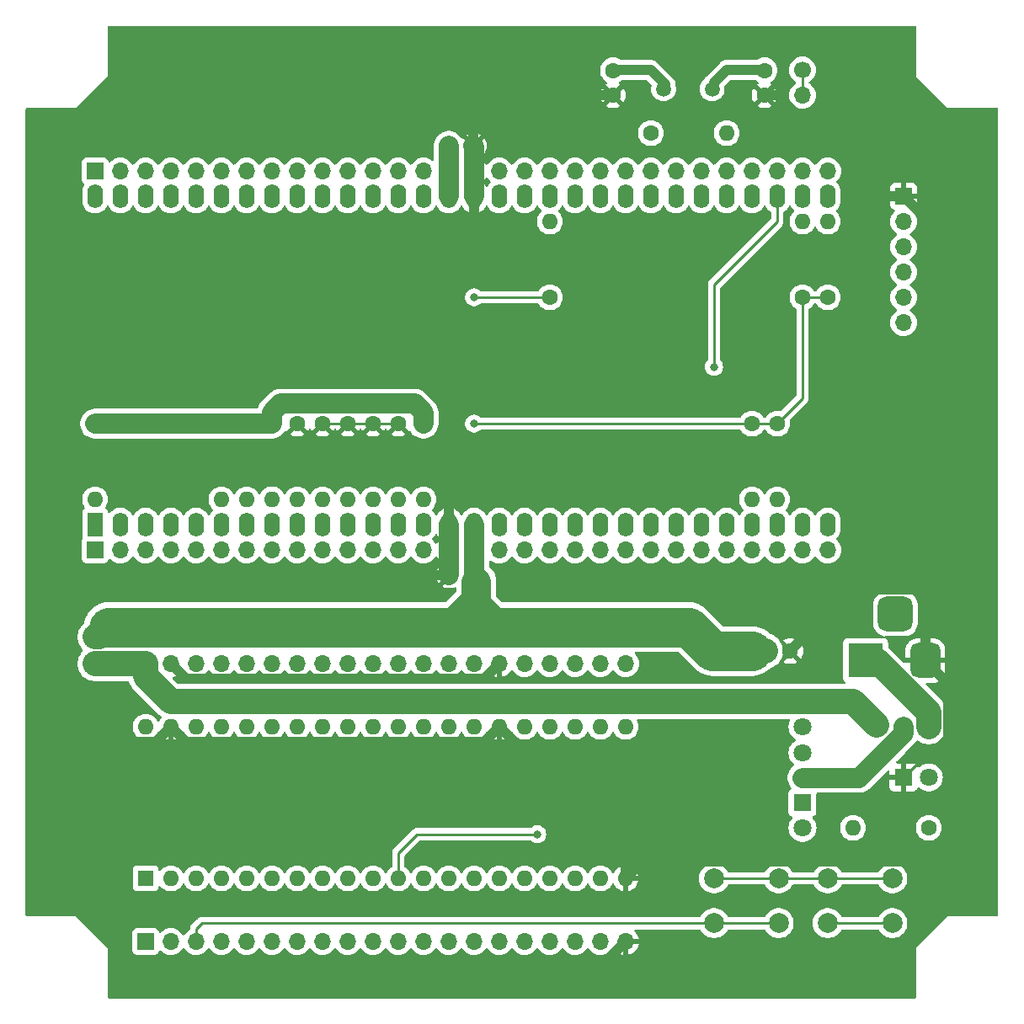
<source format=gbr>
%TF.GenerationSoftware,KiCad,Pcbnew,8.0.1*%
%TF.CreationDate,2024-04-25T09:35:45+09:00*%
%TF.ProjectId,TangNanoDCJ11MEM,54616e67-4e61-46e6-9f44-434a31314d45,rev?*%
%TF.SameCoordinates,Original*%
%TF.FileFunction,Copper,L1,Top*%
%TF.FilePolarity,Positive*%
%FSLAX46Y46*%
G04 Gerber Fmt 4.6, Leading zero omitted, Abs format (unit mm)*
G04 Created by KiCad (PCBNEW 8.0.1) date 2024-04-25 09:35:45*
%MOMM*%
%LPD*%
G01*
G04 APERTURE LIST*
G04 Aperture macros list*
%AMRoundRect*
0 Rectangle with rounded corners*
0 $1 Rounding radius*
0 $2 $3 $4 $5 $6 $7 $8 $9 X,Y pos of 4 corners*
0 Add a 4 corners polygon primitive as box body*
4,1,4,$2,$3,$4,$5,$6,$7,$8,$9,$2,$3,0*
0 Add four circle primitives for the rounded corners*
1,1,$1+$1,$2,$3*
1,1,$1+$1,$4,$5*
1,1,$1+$1,$6,$7*
1,1,$1+$1,$8,$9*
0 Add four rect primitives between the rounded corners*
20,1,$1+$1,$2,$3,$4,$5,0*
20,1,$1+$1,$4,$5,$6,$7,0*
20,1,$1+$1,$6,$7,$8,$9,0*
20,1,$1+$1,$8,$9,$2,$3,0*%
G04 Aperture macros list end*
%TA.AperFunction,ComponentPad*%
%ADD10C,1.600000*%
%TD*%
%TA.AperFunction,ComponentPad*%
%ADD11O,1.600000X1.600000*%
%TD*%
%TA.AperFunction,ComponentPad*%
%ADD12C,2.000000*%
%TD*%
%TA.AperFunction,ComponentPad*%
%ADD13R,1.700000X1.700000*%
%TD*%
%TA.AperFunction,ComponentPad*%
%ADD14O,1.700000X1.700000*%
%TD*%
%TA.AperFunction,ComponentPad*%
%ADD15C,1.500000*%
%TD*%
%TA.AperFunction,ComponentPad*%
%ADD16R,3.500000X3.500000*%
%TD*%
%TA.AperFunction,ComponentPad*%
%ADD17RoundRect,0.750000X0.750000X1.000000X-0.750000X1.000000X-0.750000X-1.000000X0.750000X-1.000000X0*%
%TD*%
%TA.AperFunction,ComponentPad*%
%ADD18RoundRect,0.875000X0.875000X0.875000X-0.875000X0.875000X-0.875000X-0.875000X0.875000X-0.875000X0*%
%TD*%
%TA.AperFunction,ComponentPad*%
%ADD19R,1.800000X1.800000*%
%TD*%
%TA.AperFunction,ComponentPad*%
%ADD20C,1.800000*%
%TD*%
%TA.AperFunction,ComponentPad*%
%ADD21C,1.700000*%
%TD*%
%TA.AperFunction,ComponentPad*%
%ADD22R,1.600000X2.400000*%
%TD*%
%TA.AperFunction,ComponentPad*%
%ADD23O,1.600000X2.400000*%
%TD*%
%TA.AperFunction,ComponentPad*%
%ADD24R,1.600000X1.600000*%
%TD*%
%TA.AperFunction,ViaPad*%
%ADD25C,0.800000*%
%TD*%
%TA.AperFunction,Conductor*%
%ADD26C,1.000000*%
%TD*%
%TA.AperFunction,Conductor*%
%ADD27C,0.250000*%
%TD*%
%TA.AperFunction,Conductor*%
%ADD28C,2.000000*%
%TD*%
%TA.AperFunction,Conductor*%
%ADD29C,4.000000*%
%TD*%
%TA.AperFunction,Conductor*%
%ADD30C,3.000000*%
%TD*%
%TA.AperFunction,Conductor*%
%ADD31C,2.500000*%
%TD*%
G04 APERTURE END LIST*
D10*
%TO.P,R8,1*%
%TO.N,VCC*%
X20320000Y-40640000D03*
D11*
%TO.P,R8,2*%
%TO.N,PWRF_n*%
X20320000Y-48260000D03*
%TD*%
D12*
%TO.P,SW2,1,1*%
%TO.N,VCC*%
X69850000Y-86360000D03*
X76350000Y-86360000D03*
%TO.P,SW2,2,2*%
%TO.N,INIT_SW*%
X69850000Y-90860000D03*
X76350000Y-90860000D03*
%TD*%
D10*
%TO.P,R11,1*%
%TO.N,VCC*%
X40640000Y-40640000D03*
D11*
%TO.P,R11,2*%
%TO.N,PARITY_n*%
X40640000Y-48260000D03*
%TD*%
D10*
%TO.P,R9,1*%
%TO.N,VCC*%
X22860000Y-40640000D03*
D11*
%TO.P,R9,2*%
%TO.N,FPE_n*%
X22860000Y-48260000D03*
%TD*%
D13*
%TO.P,J8,1,Pin_1*%
%TO.N,TEST1_n*%
X7620000Y-53340000D03*
D14*
%TO.P,J8,2,Pin_2*%
%TO.N,AIO0*%
X10160000Y-53340000D03*
%TO.P,J8,3,Pin_3*%
%TO.N,AIO1*%
X12700000Y-53340000D03*
%TO.P,J8,4,Pin_4*%
%TO.N,AIO2*%
X15240000Y-53340000D03*
%TO.P,J8,5,Pin_5*%
%TO.N,AIO3*%
X17780000Y-53340000D03*
%TO.P,J8,6,Pin_6*%
%TO.N,PWRF_n*%
X20320000Y-53340000D03*
%TO.P,J8,7,Pin_7*%
%TO.N,FPE_n*%
X22860000Y-53340000D03*
%TO.P,J8,8,Pin_8*%
%TO.N,EVENT_n*%
X25400000Y-53340000D03*
%TO.P,J8,9,Pin_9*%
%TO.N,HALT*%
X27940000Y-53340000D03*
%TO.P,J8,10,Pin_10*%
%TO.N,IRQ0*%
X30480000Y-53340000D03*
%TO.P,J8,11,Pin_11*%
%TO.N,IRQ1*%
X33020000Y-53340000D03*
%TO.P,J8,12,Pin_12*%
%TO.N,IRQ2*%
X35560000Y-53340000D03*
%TO.P,J8,13,Pin_13*%
%TO.N,IRQ3*%
X38100000Y-53340000D03*
%TO.P,J8,14,Pin_14*%
%TO.N,PARITY_n*%
X40640000Y-53340000D03*
%TO.P,J8,15,Pin_15*%
%TO.N,GND*%
X43180000Y-53340000D03*
%TO.P,J8,16,Pin_16*%
%TO.N,VCC*%
X45720000Y-53340000D03*
%TO.P,J8,17,Pin_17*%
%TO.N,BS0*%
X48260000Y-53340000D03*
%TO.P,J8,18,Pin_18*%
%TO.N,BS1*%
X50800000Y-53340000D03*
%TO.P,J8,19,Pin_19*%
%TO.N,MAP_n*%
X53340000Y-53340000D03*
%TO.P,J8,20,Pin_20*%
%TO.N,ABORT_n*%
X55880000Y-53340000D03*
%TO.P,J8,21,Pin_21*%
%TO.N,DAL21*%
X58420000Y-53340000D03*
%TO.P,J8,22,Pin_22*%
%TO.N,DAL20*%
X60960000Y-53340000D03*
%TO.P,J8,23,Pin_23*%
%TO.N,DAL19*%
X63500000Y-53340000D03*
%TO.P,J8,24,Pin_24*%
%TO.N,DAL18*%
X66040000Y-53340000D03*
%TO.P,J8,25,Pin_25*%
%TO.N,DAL17*%
X68580000Y-53340000D03*
%TO.P,J8,26,Pin_26*%
%TO.N,DAL16*%
X71120000Y-53340000D03*
%TO.P,J8,27,Pin_27*%
%TO.N,DMR_n*%
X73660000Y-53340000D03*
%TO.P,J8,28,Pin_28*%
%TO.N,MISS_n*%
X76200000Y-53340000D03*
%TO.P,J8,29,Pin_29*%
%TO.N,PRDC_n*%
X78740000Y-53340000D03*
%TO.P,J8,30,Pin_30*%
%TO.N,unconnected-(J8-Pin_30-Pad30)*%
X81280000Y-53340000D03*
%TD*%
D10*
%TO.P,R13,1*%
%TO.N,VCC*%
X76200000Y-40640000D03*
D11*
%TO.P,R13,2*%
%TO.N,MISS_n*%
X76200000Y-48260000D03*
%TD*%
D10*
%TO.P,R1,1*%
%TO.N,Net-(D1-A)*%
X91440000Y-81280000D03*
D11*
%TO.P,R1,2*%
%TO.N,VCC*%
X83820000Y-81280000D03*
%TD*%
D10*
%TO.P,R15,1*%
%TO.N,VCC*%
X78740000Y-27940000D03*
D11*
%TO.P,R15,2*%
%TO.N,CONT_n*%
X78740000Y-20320000D03*
%TD*%
D10*
%TO.P,R14,1*%
%TO.N,VCC*%
X53340000Y-27940000D03*
D11*
%TO.P,R14,2*%
%TO.N,DV*%
X53340000Y-20320000D03*
%TD*%
D13*
%TO.P,J7,1,Pin_1*%
%TO.N,GND*%
X88900000Y-17780000D03*
D14*
%TO.P,J7,2,Pin_2*%
%TO.N,unconnected-(J7-Pin_2-Pad2)*%
X88900000Y-20320000D03*
%TO.P,J7,3,Pin_3*%
%TO.N,unconnected-(J7-Pin_3-Pad3)*%
X88900000Y-22860000D03*
%TO.P,J7,4,Pin_4*%
%TO.N,GPIO_RX*%
X88900000Y-25400000D03*
%TO.P,J7,5,Pin_5*%
%TO.N,GPIO_TX*%
X88900000Y-27940000D03*
%TO.P,J7,6,Pin_6*%
%TO.N,unconnected-(J7-Pin_6-Pad6)*%
X88900000Y-30480000D03*
%TD*%
D13*
%TO.P,J3,1,Pin_1*%
%TO.N,Net-(J3-Pin_1)*%
X91440000Y-71120000D03*
D14*
%TO.P,J3,2,Pin_2*%
%TO.N,Net-(J3-Pin_2)*%
X88900000Y-71120000D03*
%TO.P,J3,3,Pin_3*%
%TO.N,VCC_FPGA*%
X86360000Y-71120000D03*
%TD*%
D13*
%TO.P,J6,1,Pin_1*%
%TO.N,VCC_FPGA*%
X12700000Y-64770000D03*
D14*
%TO.P,J6,2,Pin_2*%
%TO.N,GND*%
X15240000Y-64770000D03*
%TO.P,J6,3,Pin_3*%
%TO.N,DAL11*%
X17780000Y-64770000D03*
%TO.P,J6,4,Pin_4*%
%TO.N,DAL12*%
X20320000Y-64770000D03*
%TO.P,J6,5,Pin_5*%
%TO.N,DAL13*%
X22860000Y-64770000D03*
%TO.P,J6,6,Pin_6*%
%TO.N,DAL14*%
X25400000Y-64770000D03*
%TO.P,J6,7,Pin_7*%
%TO.N,DAL15*%
X27940000Y-64770000D03*
%TO.P,J6,8,Pin_8*%
%TO.N,DAL1*%
X30480000Y-64770000D03*
%TO.P,J6,9,Pin_9*%
%TO.N,DAL2*%
X33020000Y-64770000D03*
%TO.P,J6,10,Pin_10*%
%TO.N,DAL3*%
X35560000Y-64770000D03*
%TO.P,J6,11,Pin_11*%
%TO.N,DAL4*%
X38100000Y-64770000D03*
%TO.P,J6,12,Pin_12*%
%TO.N,DAL5*%
X40640000Y-64770000D03*
%TO.P,J6,13,Pin_13*%
%TO.N,BUFCTL_n*%
X43180000Y-64770000D03*
%TO.P,J6,14,Pin_14*%
%TO.N,LED_RGB*%
X45720000Y-64770000D03*
%TO.P,J6,15,Pin_15*%
%TO.N,GND*%
X48260000Y-64770000D03*
%TO.P,J6,16,Pin_16*%
%TO.N,3V3b*%
X50800000Y-64770000D03*
%TO.P,J6,17,Pin_17*%
%TO.N,ALE_n*%
X53340000Y-64770000D03*
%TO.P,J6,18,Pin_18*%
%TO.N,CONT_n*%
X55880000Y-64770000D03*
%TO.P,J6,19,Pin_19*%
%TO.N,GPIO_RX*%
X58420000Y-64770000D03*
%TO.P,J6,20,Pin_20*%
%TO.N,GPIO_TX*%
X60960000Y-64770000D03*
%TD*%
D10*
%TO.P,R5,1*%
%TO.N,GND*%
X35560000Y-40640000D03*
D11*
%TO.P,R5,2*%
%TO.N,IRQ2*%
X35560000Y-48260000D03*
%TD*%
D15*
%TO.P,Y1,1,1*%
%TO.N,XTALI*%
X69650000Y-6985000D03*
%TO.P,Y1,2,2*%
%TO.N,XTALO*%
X64770000Y-6985000D03*
%TD*%
D16*
%TO.P,J1,1*%
%TO.N,Net-(J3-Pin_1)*%
X85090000Y-64457500D03*
D17*
%TO.P,J1,2*%
%TO.N,GND*%
X91090000Y-64457500D03*
D18*
%TO.P,J1,3*%
%TO.N,unconnected-(J1-Pad3)*%
X88090000Y-59757500D03*
%TD*%
D19*
%TO.P,D1,1,K*%
%TO.N,GND*%
X88900000Y-76200000D03*
D20*
%TO.P,D1,2,A*%
%TO.N,Net-(D1-A)*%
X91440000Y-76200000D03*
%TD*%
D10*
%TO.P,C4,1*%
%TO.N,GND*%
X59690000Y-7620000D03*
%TO.P,C4,2*%
%TO.N,XTALO*%
X59690000Y-5120000D03*
%TD*%
%TO.P,C5,1*%
%TO.N,GND*%
X74930000Y-7620000D03*
%TO.P,C5,2*%
%TO.N,XTALI*%
X74930000Y-5120000D03*
%TD*%
%TO.P,C2,1*%
%TO.N,VCC*%
X45720000Y-55880000D03*
%TO.P,C2,2*%
%TO.N,GND*%
X43220000Y-55880000D03*
%TD*%
%TO.P,R7,1*%
%TO.N,VCC*%
X7620000Y-40640000D03*
D11*
%TO.P,R7,2*%
%TO.N,TEST1_n*%
X7620000Y-48260000D03*
%TD*%
D10*
%TO.P,R10,1*%
%TO.N,VCC*%
X25400000Y-40630000D03*
D11*
%TO.P,R10,2*%
%TO.N,EVENT_n*%
X25400000Y-48250000D03*
%TD*%
D10*
%TO.P,R3,1*%
%TO.N,GND*%
X30480000Y-40640000D03*
D11*
%TO.P,R3,2*%
%TO.N,IRQ0*%
X30480000Y-48260000D03*
%TD*%
D12*
%TO.P,SW3,1,1*%
%TO.N,VCC*%
X81280000Y-86360000D03*
X87780000Y-86360000D03*
%TO.P,SW3,2,2*%
%TO.N,HALT*%
X81280000Y-90860000D03*
X87780000Y-90860000D03*
%TD*%
D10*
%TO.P,R12,1*%
%TO.N,VCC*%
X73660000Y-40640000D03*
D11*
%TO.P,R12,2*%
%TO.N,DMR_n*%
X73660000Y-48260000D03*
%TD*%
D13*
%TO.P,J2,1,Pin_1*%
%TO.N,VCC*%
X7620000Y-62230000D03*
D14*
%TO.P,J2,2,Pin_2*%
%TO.N,VCC_FPGA*%
X7620000Y-64770000D03*
%TD*%
D21*
%TO.P,JP1,1,A*%
%TO.N,CONT_n*%
X78740000Y-5080000D03*
D14*
%TO.P,JP1,2,B*%
X78740000Y-7620000D03*
%TD*%
D10*
%TO.P,R17,1*%
%TO.N,XTALO*%
X63500000Y-11430000D03*
D11*
%TO.P,R17,2*%
%TO.N,XTALI*%
X71120000Y-11430000D03*
%TD*%
D22*
%TO.P,U1,1,~{TEST1}*%
%TO.N,TEST1_n*%
X7620000Y-50800000D03*
D23*
%TO.P,U1,2,AIO0*%
%TO.N,AIO0*%
X10160000Y-50800000D03*
%TO.P,U1,3,AIO1*%
%TO.N,AIO1*%
X12700000Y-50800000D03*
%TO.P,U1,4,AIO2*%
%TO.N,AIO2*%
X15240000Y-50800000D03*
%TO.P,U1,5,AIO3*%
%TO.N,AIO3*%
X17780000Y-50800000D03*
%TO.P,U1,6,~{PWRF}*%
%TO.N,PWRF_n*%
X20320000Y-50800000D03*
%TO.P,U1,7,~{FPE}*%
%TO.N,FPE_n*%
X22860000Y-50800000D03*
%TO.P,U1,8,~{EVENT}*%
%TO.N,EVENT_n*%
X25400000Y-50800000D03*
%TO.P,U1,9,HALT*%
%TO.N,HALT*%
X27940000Y-50800000D03*
%TO.P,U1,10,IRQ0*%
%TO.N,IRQ0*%
X30480000Y-50800000D03*
%TO.P,U1,11,IRQ1*%
%TO.N,IRQ1*%
X33020000Y-50800000D03*
%TO.P,U1,12,IRQ2*%
%TO.N,IRQ2*%
X35560000Y-50800000D03*
%TO.P,U1,13,IRQ3*%
%TO.N,IRQ3*%
X38100000Y-50800000D03*
%TO.P,U1,14,~{PARITY}*%
%TO.N,PARITY_n*%
X40640000Y-50800000D03*
%TO.P,U1,15,GND*%
%TO.N,GND*%
X43180000Y-50800000D03*
%TO.P,U1,16,VCC*%
%TO.N,VCC*%
X45720000Y-50800000D03*
%TO.P,U1,17,BS0*%
%TO.N,BS0*%
X48260000Y-50800000D03*
%TO.P,U1,18,BS1*%
%TO.N,BS1*%
X50800000Y-50800000D03*
%TO.P,U1,19,~{MAP}*%
%TO.N,MAP_n*%
X53340000Y-50800000D03*
%TO.P,U1,20,~{ABORT}*%
%TO.N,ABORT_n*%
X55880000Y-50800000D03*
%TO.P,U1,21,DAL21*%
%TO.N,DAL21*%
X58420000Y-50800000D03*
%TO.P,U1,22,DAL20*%
%TO.N,DAL20*%
X60960000Y-50800000D03*
%TO.P,U1,23,DAL19*%
%TO.N,DAL19*%
X63500000Y-50800000D03*
%TO.P,U1,24,DAL18*%
%TO.N,DAL18*%
X66040000Y-50800000D03*
%TO.P,U1,25,DAL17*%
%TO.N,DAL17*%
X68580000Y-50800000D03*
%TO.P,U1,26,DAL16*%
%TO.N,DAL16*%
X71120000Y-50800000D03*
%TO.P,U1,27,~{DMR}*%
%TO.N,DMR_n*%
X73660000Y-50800000D03*
%TO.P,U1,28,~{MISS}*%
%TO.N,MISS_n*%
X76200000Y-50800000D03*
%TO.P,U1,29,~{PRDC}*%
%TO.N,PRDC_n*%
X78740000Y-50800000D03*
%TO.P,U1,30,NC*%
%TO.N,unconnected-(U1-NC-Pad30)*%
X81280000Y-50800000D03*
%TO.P,U1,31,~{TEST2}*%
%TO.N,TEST2_n*%
X81280000Y-17780000D03*
%TO.P,U1,32,CONT*%
%TO.N,CONT_n*%
X78740000Y-17780000D03*
%TO.P,U1,33,~{INIT}*%
%TO.N,INIT_n*%
X76200000Y-17780000D03*
%TO.P,U1,34,CLK2*%
%TO.N,CLK2*%
X73660000Y-17780000D03*
%TO.P,U1,35,CLK*%
%TO.N,CLK*%
X71120000Y-17780000D03*
%TO.P,U1,36,XTALI*%
%TO.N,XTALI*%
X68580000Y-17780000D03*
%TO.P,U1,37,XTALO*%
%TO.N,XTALO*%
X66040000Y-17780000D03*
%TO.P,U1,38,~{SCTL}*%
%TO.N,CONT_n*%
X63500000Y-17780000D03*
%TO.P,U1,39,~{STRB}*%
%TO.N,STRB_n*%
X60960000Y-17780000D03*
%TO.P,U1,40,~{ALE}*%
%TO.N,ALE_n*%
X58420000Y-17780000D03*
%TO.P,U1,41,~{BUFCTL}*%
%TO.N,BUFCTL_n*%
X55880000Y-17780000D03*
%TO.P,U1,42,DV*%
%TO.N,DV*%
X53340000Y-17780000D03*
%TO.P,U1,43,DAL5*%
%TO.N,DAL5*%
X50800000Y-17780000D03*
%TO.P,U1,44,DAL4*%
%TO.N,DAL4*%
X48260000Y-17780000D03*
%TO.P,U1,45,GND*%
%TO.N,GND*%
X45720000Y-17780000D03*
%TO.P,U1,46,VCC*%
%TO.N,VCC*%
X43180000Y-17780000D03*
%TO.P,U1,47,DAL3*%
%TO.N,DAL3*%
X40640000Y-17780000D03*
%TO.P,U1,48,DAL2*%
%TO.N,DAL2*%
X38100000Y-17780000D03*
%TO.P,U1,49,DAL1*%
%TO.N,DAL1*%
X35560000Y-17780000D03*
%TO.P,U1,50,DAL15*%
%TO.N,DAL15*%
X33020000Y-17780000D03*
%TO.P,U1,51,DAL14*%
%TO.N,DAL14*%
X30480000Y-17780000D03*
%TO.P,U1,52,DAL13*%
%TO.N,DAL13*%
X27940000Y-17780000D03*
%TO.P,U1,53,DAL12*%
%TO.N,DAL12*%
X25400000Y-17780000D03*
%TO.P,U1,54,DAL11*%
%TO.N,DAL11*%
X22860000Y-17780000D03*
%TO.P,U1,55,DAL10*%
%TO.N,DAL10*%
X20320000Y-17780000D03*
%TO.P,U1,56,DAL9*%
%TO.N,DAL9*%
X17780000Y-17780000D03*
%TO.P,U1,57,DAL0*%
%TO.N,DAL0*%
X15240000Y-17780000D03*
%TO.P,U1,58,DAL8*%
%TO.N,DAL8*%
X12700000Y-17780000D03*
%TO.P,U1,59,DAL7*%
%TO.N,DAL7*%
X10160000Y-17780000D03*
%TO.P,U1,60,DAL6*%
%TO.N,DAL6*%
X7620000Y-17780000D03*
%TD*%
D10*
%TO.P,C1,1*%
%TO.N,VCC*%
X43180000Y-12700000D03*
%TO.P,C1,2*%
%TO.N,GND*%
X45680000Y-12700000D03*
%TD*%
%TO.P,R6,1*%
%TO.N,GND*%
X38100000Y-40640000D03*
D11*
%TO.P,R6,2*%
%TO.N,IRQ3*%
X38100000Y-48260000D03*
%TD*%
D10*
%TO.P,R2,1*%
%TO.N,GND*%
X27940000Y-40640000D03*
D11*
%TO.P,R2,2*%
%TO.N,HALT*%
X27940000Y-48260000D03*
%TD*%
D24*
%TO.P,J4,1,Pin_1*%
%TO.N,DAL6*%
X12700000Y-86360000D03*
D11*
%TO.P,J4,2,Pin_2*%
%TO.N,DAL7*%
X15240000Y-86360000D03*
%TO.P,J4,3,Pin_3*%
%TO.N,INIT_SW*%
X17780000Y-86360000D03*
%TO.P,J4,4,Pin_4*%
%TO.N,DAL8*%
X20320000Y-86360000D03*
%TO.P,J4,5,Pin_5*%
%TO.N,DAL0*%
X22860000Y-86360000D03*
%TO.P,J4,6,Pin_6*%
%TO.N,LED0*%
X25400000Y-86360000D03*
%TO.P,J4,7,Pin_7*%
%TO.N,LED1*%
X27940000Y-86360000D03*
%TO.P,J4,8,Pin_8*%
%TO.N,DAL9*%
X30480000Y-86360000D03*
%TO.P,J4,9,Pin_9*%
%TO.N,DAL10*%
X33020000Y-86360000D03*
%TO.P,J4,10,Pin_10*%
%TO.N,AIO0*%
X35560000Y-86360000D03*
%TO.P,J4,11,Pin_11*%
%TO.N,INIT_n*%
X38100000Y-86360000D03*
%TO.P,J4,12,Pin_12*%
%TO.N,AIO1*%
X40640000Y-86360000D03*
%TO.P,J4,13,Pin_13*%
%TO.N,AIO2*%
X43180000Y-86360000D03*
%TO.P,J4,14,Pin_14*%
%TO.N,AIO3*%
X45720000Y-86360000D03*
%TO.P,J4,15,Pin_15*%
%TO.N,LED2*%
X48260000Y-86360000D03*
%TO.P,J4,16,Pin_16*%
%TO.N,LED5*%
X50800000Y-86360000D03*
%TO.P,J4,17,Pin_17*%
%TO.N,LED4*%
X53340000Y-86360000D03*
%TO.P,J4,18,Pin_18*%
%TO.N,LED3*%
X55880000Y-86360000D03*
%TO.P,J4,19,Pin_19*%
%TO.N,3V3a*%
X58420000Y-86360000D03*
%TO.P,J4,20,Pin_20*%
%TO.N,GND*%
X60960000Y-86360000D03*
%TO.P,J4,21,Pin_21*%
%TO.N,GPIO_TX*%
X60960000Y-71120000D03*
%TO.P,J4,22,Pin_22*%
%TO.N,GPIO_RX*%
X58420000Y-71120000D03*
%TO.P,J4,23,Pin_23*%
%TO.N,CONT_n*%
X55880000Y-71120000D03*
%TO.P,J4,24,Pin_24*%
%TO.N,ALE_n*%
X53340000Y-71120000D03*
%TO.P,J4,25,Pin_25*%
%TO.N,3V3b*%
X50800000Y-71120000D03*
%TO.P,J4,26,Pin_26*%
%TO.N,GND*%
X48260000Y-71120000D03*
%TO.P,J4,27,Pin_27*%
%TO.N,LED_RGB*%
X45720000Y-71120000D03*
%TO.P,J4,28,Pin_28*%
%TO.N,BUFCTL_n*%
X43180000Y-71120000D03*
%TO.P,J4,29,Pin_29*%
%TO.N,DAL5*%
X40640000Y-71120000D03*
%TO.P,J4,30,Pin_30*%
%TO.N,DAL4*%
X38100000Y-71120000D03*
%TO.P,J4,31,Pin_31*%
%TO.N,DAL3*%
X35560000Y-71120000D03*
%TO.P,J4,32,Pin_32*%
%TO.N,DAL2*%
X33020000Y-71120000D03*
%TO.P,J4,33,Pin_33*%
%TO.N,DAL1*%
X30480000Y-71120000D03*
%TO.P,J4,34,Pin_34*%
%TO.N,DAL15*%
X27940000Y-71120000D03*
%TO.P,J4,35,Pin_35*%
%TO.N,DAL14*%
X25400000Y-71120000D03*
%TO.P,J4,36,Pin_36*%
%TO.N,DAL13*%
X22860000Y-71120000D03*
%TO.P,J4,37,Pin_37*%
%TO.N,DAL12*%
X20320000Y-71120000D03*
%TO.P,J4,38,Pin_38*%
%TO.N,DAL11*%
X17780000Y-71120000D03*
%TO.P,J4,39,Pin_39*%
%TO.N,GND*%
X15240000Y-71120000D03*
%TO.P,J4,40,Pin_40*%
%TO.N,VCC_FPGA*%
X12700000Y-71120000D03*
%TD*%
D10*
%TO.P,R16,1*%
%TO.N,VCC*%
X81280000Y-27940000D03*
D11*
%TO.P,R16,2*%
%TO.N,TEST2_n*%
X81280000Y-20320000D03*
%TD*%
D10*
%TO.P,R4,1*%
%TO.N,GND*%
X33020000Y-40640000D03*
D11*
%TO.P,R4,2*%
%TO.N,IRQ1*%
X33020000Y-48260000D03*
%TD*%
D13*
%TO.P,J5,1,Pin_1*%
%TO.N,DAL6*%
X12700000Y-92710000D03*
D14*
%TO.P,J5,2,Pin_2*%
%TO.N,DAL7*%
X15240000Y-92710000D03*
%TO.P,J5,3,Pin_3*%
%TO.N,INIT_SW*%
X17780000Y-92710000D03*
%TO.P,J5,4,Pin_4*%
%TO.N,DAL8*%
X20320000Y-92710000D03*
%TO.P,J5,5,Pin_5*%
%TO.N,DAL0*%
X22860000Y-92710000D03*
%TO.P,J5,6,Pin_6*%
%TO.N,LED0*%
X25400000Y-92710000D03*
%TO.P,J5,7,Pin_7*%
%TO.N,LED1*%
X27940000Y-92710000D03*
%TO.P,J5,8,Pin_8*%
%TO.N,DAL9*%
X30480000Y-92710000D03*
%TO.P,J5,9,Pin_9*%
%TO.N,DAL10*%
X33020000Y-92710000D03*
%TO.P,J5,10,Pin_10*%
%TO.N,AIO0*%
X35560000Y-92710000D03*
%TO.P,J5,11,Pin_11*%
%TO.N,INIT_n*%
X38100000Y-92710000D03*
%TO.P,J5,12,Pin_12*%
%TO.N,AIO1*%
X40640000Y-92710000D03*
%TO.P,J5,13,Pin_13*%
%TO.N,AIO2*%
X43180000Y-92710000D03*
%TO.P,J5,14,Pin_14*%
%TO.N,AIO3*%
X45720000Y-92710000D03*
%TO.P,J5,15,Pin_15*%
%TO.N,LED2*%
X48260000Y-92710000D03*
%TO.P,J5,16,Pin_16*%
%TO.N,LED5*%
X50800000Y-92710000D03*
%TO.P,J5,17,Pin_17*%
%TO.N,LED4*%
X53340000Y-92710000D03*
%TO.P,J5,18,Pin_18*%
%TO.N,LED3*%
X55880000Y-92710000D03*
%TO.P,J5,19,Pin_19*%
%TO.N,3V3a*%
X58420000Y-92710000D03*
%TO.P,J5,20,Pin_20*%
%TO.N,GND*%
X60960000Y-92710000D03*
%TD*%
D24*
%TO.P,C3,1*%
%TO.N,VCC*%
X75017621Y-63500000D03*
D10*
%TO.P,C3,2*%
%TO.N,GND*%
X77517621Y-63500000D03*
%TD*%
D20*
%TO.P,SW1,*%
%TO.N,*%
X78740000Y-81280000D03*
X78740000Y-71120000D03*
D19*
%TO.P,SW1,1,A*%
%TO.N,VCC*%
X78740000Y-78740000D03*
D20*
%TO.P,SW1,2,B*%
%TO.N,Net-(J3-Pin_2)*%
X78740000Y-76240000D03*
%TO.P,SW1,3,C*%
%TO.N,unconnected-(SW1-C-Pad3)*%
X78740000Y-73740000D03*
%TD*%
D13*
%TO.P,J9,1,Pin_1*%
%TO.N,DAL6*%
X7620000Y-15240000D03*
D14*
%TO.P,J9,2,Pin_2*%
%TO.N,DAL7*%
X10160000Y-15240000D03*
%TO.P,J9,3,Pin_3*%
%TO.N,DAL8*%
X12700000Y-15240000D03*
%TO.P,J9,4,Pin_4*%
%TO.N,DAL0*%
X15240000Y-15240000D03*
%TO.P,J9,5,Pin_5*%
%TO.N,DAL9*%
X17780000Y-15240000D03*
%TO.P,J9,6,Pin_6*%
%TO.N,DAL10*%
X20320000Y-15240000D03*
%TO.P,J9,7,Pin_7*%
%TO.N,DAL11*%
X22860000Y-15240000D03*
%TO.P,J9,8,Pin_8*%
%TO.N,DAL12*%
X25400000Y-15240000D03*
%TO.P,J9,9,Pin_9*%
%TO.N,DAL13*%
X27940000Y-15240000D03*
%TO.P,J9,10,Pin_10*%
%TO.N,DAL14*%
X30480000Y-15240000D03*
%TO.P,J9,11,Pin_11*%
%TO.N,DAL15*%
X33020000Y-15240000D03*
%TO.P,J9,12,Pin_12*%
%TO.N,DAL1*%
X35560000Y-15240000D03*
%TO.P,J9,13,Pin_13*%
%TO.N,DAL2*%
X38100000Y-15240000D03*
%TO.P,J9,14,Pin_14*%
%TO.N,DAL3*%
X40640000Y-15240000D03*
%TO.P,J9,15,Pin_15*%
%TO.N,VCC*%
X43180000Y-15240000D03*
%TO.P,J9,16,Pin_16*%
%TO.N,GND*%
X45720000Y-15240000D03*
%TO.P,J9,17,Pin_17*%
%TO.N,DAL4*%
X48260000Y-15240000D03*
%TO.P,J9,18,Pin_18*%
%TO.N,DAL5*%
X50800000Y-15240000D03*
%TO.P,J9,19,Pin_19*%
%TO.N,DV*%
X53340000Y-15240000D03*
%TO.P,J9,20,Pin_20*%
%TO.N,BUFCTL_n*%
X55880000Y-15240000D03*
%TO.P,J9,21,Pin_21*%
%TO.N,ALE_n*%
X58420000Y-15240000D03*
%TO.P,J9,22,Pin_22*%
%TO.N,STRB_n*%
X60960000Y-15240000D03*
%TO.P,J9,23,Pin_23*%
%TO.N,CONT_n*%
X63500000Y-15240000D03*
%TO.P,J9,24,Pin_24*%
%TO.N,XTALO*%
X66040000Y-15240000D03*
%TO.P,J9,25,Pin_25*%
%TO.N,XTALI*%
X68580000Y-15240000D03*
%TO.P,J9,26,Pin_26*%
%TO.N,CLK*%
X71120000Y-15240000D03*
%TO.P,J9,27,Pin_27*%
%TO.N,CLK2*%
X73660000Y-15240000D03*
%TO.P,J9,28,Pin_28*%
%TO.N,INIT_n*%
X76200000Y-15240000D03*
%TO.P,J9,29,Pin_29*%
%TO.N,CONT_n*%
X78740000Y-15240000D03*
%TO.P,J9,30,Pin_30*%
%TO.N,TEST2_n*%
X81280000Y-15240000D03*
%TD*%
D25*
%TO.N,VCC*%
X45720000Y-40640000D03*
X45720000Y-27940000D03*
%TO.N,INIT_n*%
X52070000Y-81915000D03*
X69850000Y-34925000D03*
%TD*%
D26*
%TO.N,GND*%
X2032000Y-70104000D02*
X2032000Y-55372000D01*
X45172000Y-10160000D02*
X45680000Y-9652000D01*
X45680000Y-12065000D02*
X45680000Y-9652000D01*
X43180000Y-37465000D02*
X43180000Y-23368000D01*
X91090000Y-19970000D02*
X91090000Y-64457500D01*
X48260000Y-71120000D02*
X46760000Y-72620000D01*
X88900000Y-17780000D02*
X91090000Y-19970000D01*
X43180000Y-23368000D02*
X45720000Y-20828000D01*
X46710000Y-66320000D02*
X16790000Y-66320000D01*
D27*
X2351000Y-39305000D02*
X2032000Y-39624000D01*
D28*
X43180000Y-55840000D02*
X43220000Y-55880000D01*
D26*
X91090000Y-64457500D02*
X93390000Y-66757500D01*
X47244000Y-7620000D02*
X59690000Y-7620000D01*
X76200000Y-7620000D02*
X74930000Y-7620000D01*
X45680000Y-9652000D02*
X45680000Y-9184000D01*
X2032000Y-43180000D02*
X2032000Y-39624000D01*
X57658000Y-96012000D02*
X60960000Y-92710000D01*
X86360000Y-17780000D02*
X76200000Y-7620000D01*
X2032000Y-55372000D02*
X2032000Y-43180000D01*
D27*
X40640000Y-43180000D02*
X43180000Y-43180000D01*
D26*
X45680000Y-17740000D02*
X45720000Y-17780000D01*
X77517621Y-63500000D02*
X83710121Y-57307500D01*
D27*
X38100000Y-40640000D02*
X40640000Y-43180000D01*
D26*
X48260000Y-64770000D02*
X46710000Y-66320000D01*
D27*
X93015000Y-66382500D02*
X93015000Y-72085000D01*
D26*
X2032000Y-39624000D02*
X2032000Y-10160000D01*
D27*
X93015000Y-72085000D02*
X88900000Y-76200000D01*
X30480000Y-40640000D02*
X38100000Y-40640000D01*
D26*
X88900000Y-17780000D02*
X86360000Y-17780000D01*
D27*
X91090000Y-64457500D02*
X93015000Y-66382500D01*
D26*
X90327500Y-57307500D02*
X91090000Y-58070000D01*
X10160000Y-96012000D02*
X57658000Y-96012000D01*
X60960000Y-83820000D02*
X48260000Y-71120000D01*
X90600000Y-84660000D02*
X62660000Y-84660000D01*
X43180000Y-43180000D02*
X43180000Y-37465000D01*
X16790000Y-66320000D02*
X15240000Y-64770000D01*
X10160000Y-88900000D02*
X10160000Y-96012000D01*
X4548000Y-72620000D02*
X2032000Y-70104000D01*
X13740000Y-72620000D02*
X4548000Y-72620000D01*
D28*
X45720000Y-17780000D02*
X45720000Y-12740000D01*
D26*
X60960000Y-86360000D02*
X60960000Y-83820000D01*
X91090000Y-58070000D02*
X91090000Y-64457500D01*
X83710121Y-57307500D02*
X90327500Y-57307500D01*
X45720000Y-20828000D02*
X45720000Y-17780000D01*
X46760000Y-72620000D02*
X16740000Y-72620000D01*
X43220000Y-55880000D02*
X2540000Y-55880000D01*
X4548000Y-72620000D02*
X4548000Y-83288000D01*
D28*
X43220000Y-50840000D02*
X43180000Y-50800000D01*
D27*
X25400000Y-43180000D02*
X2032000Y-43180000D01*
D28*
X43180000Y-50800000D02*
X43180000Y-55840000D01*
D26*
X45680000Y-9184000D02*
X47244000Y-7620000D01*
X43180000Y-50800000D02*
X43180000Y-43180000D01*
X15240000Y-71120000D02*
X13740000Y-72620000D01*
X62660000Y-84660000D02*
X60960000Y-86360000D01*
X4548000Y-83288000D02*
X10160000Y-88900000D01*
D27*
X27940000Y-40640000D02*
X25400000Y-43180000D01*
D26*
X93390000Y-66757500D02*
X93390000Y-81870000D01*
X2032000Y-10160000D02*
X45172000Y-10160000D01*
D28*
X45720000Y-12740000D02*
X45680000Y-12700000D01*
D26*
X93390000Y-81870000D02*
X90600000Y-84660000D01*
X16740000Y-72620000D02*
X15240000Y-71120000D01*
X2540000Y-55880000D02*
X2032000Y-55372000D01*
D29*
%TO.N,VCC*%
X48260000Y-61087000D02*
X67310000Y-61087000D01*
D30*
X48260000Y-61087000D02*
X45920000Y-58747000D01*
D27*
X81280000Y-27940000D02*
X78740000Y-27940000D01*
D28*
X43180000Y-12700000D02*
X43180000Y-17780000D01*
D27*
X53340000Y-27940000D02*
X45720000Y-27940000D01*
D28*
X7620000Y-40640000D02*
X25390000Y-40640000D01*
D31*
X8034000Y-62070000D02*
X7620000Y-62070000D01*
D27*
X81280000Y-86360000D02*
X69850000Y-86360000D01*
X76200000Y-40640000D02*
X45720000Y-40640000D01*
D31*
X75017621Y-63500000D02*
X73660000Y-63500000D01*
D28*
X26258630Y-38640000D02*
X39771370Y-38640000D01*
D29*
X45720000Y-61087000D02*
X48260000Y-61087000D01*
D28*
X45720000Y-56515000D02*
X45720000Y-61087000D01*
D30*
X45920000Y-58347000D02*
X45920000Y-57150000D01*
D28*
X40640000Y-39508630D02*
X40640000Y-40640000D01*
X25400000Y-39498630D02*
X26258630Y-38640000D01*
D27*
X76200000Y-40640000D02*
X78740000Y-38100000D01*
D28*
X45720000Y-55880000D02*
X45720000Y-50800000D01*
X25400000Y-40630000D02*
X25400000Y-39498630D01*
X7620000Y-62230000D02*
X7874000Y-62230000D01*
D29*
X73660000Y-63500000D02*
X69723000Y-63500000D01*
X69723000Y-63500000D02*
X67310000Y-61087000D01*
D27*
X78740000Y-38100000D02*
X78740000Y-27940000D01*
D28*
X7874000Y-62230000D02*
X9017000Y-61087000D01*
D30*
X45920000Y-58747000D02*
X45920000Y-56515000D01*
D31*
X9017000Y-61087000D02*
X8034000Y-62070000D01*
D28*
X39771370Y-38640000D02*
X40640000Y-39508630D01*
D29*
X43180000Y-61087000D02*
X45720000Y-61087000D01*
D28*
X25390000Y-40640000D02*
X25400000Y-40630000D01*
D30*
X43180000Y-61087000D02*
X45920000Y-58347000D01*
D29*
X9017000Y-61087000D02*
X43180000Y-61087000D01*
D27*
X87780000Y-86360000D02*
X81280000Y-86360000D01*
D26*
%TO.N,XTALO*%
X59730000Y-5080000D02*
X59690000Y-5120000D01*
X64970000Y-6550000D02*
X63500000Y-5080000D01*
X63500000Y-5080000D02*
X59730000Y-5080000D01*
%TO.N,XTALI*%
X71120000Y-5080000D02*
X74890000Y-5080000D01*
X69850000Y-6350000D02*
X71120000Y-5080000D01*
X74890000Y-5080000D02*
X74930000Y-5120000D01*
D31*
%TO.N,Net-(J3-Pin_1)*%
X91440000Y-71120000D02*
X91440000Y-69668772D01*
X86228728Y-64457500D02*
X85090000Y-64457500D01*
X91440000Y-69668772D02*
X86228728Y-64457500D01*
D27*
%TO.N,HALT*%
X87780000Y-90860000D02*
X81280000Y-90860000D01*
D31*
%TO.N,VCC_FPGA*%
X15240000Y-68580000D02*
X83820000Y-68580000D01*
X12700000Y-64770000D02*
X12700000Y-66040000D01*
X12700000Y-66040000D02*
X15240000Y-68580000D01*
X83820000Y-68580000D02*
X86215088Y-70975088D01*
X7620000Y-64770000D02*
X12700000Y-64770000D01*
D27*
%TO.N,INIT_n*%
X76200000Y-20320000D02*
X69850000Y-26670000D01*
X76200000Y-17780000D02*
X76200000Y-20320000D01*
X40005000Y-81915000D02*
X38100000Y-83820000D01*
X69850000Y-26670000D02*
X69850000Y-34925000D01*
X38100000Y-83820000D02*
X38100000Y-86360000D01*
X52070000Y-81915000D02*
X40005000Y-81915000D01*
D28*
%TO.N,Net-(J3-Pin_2)*%
X88900000Y-71120000D02*
X88900000Y-71755000D01*
X84415000Y-76240000D02*
X88900000Y-71755000D01*
X78740000Y-76240000D02*
X84415000Y-76240000D01*
D27*
%TO.N,INIT_SW*%
X18360000Y-90860000D02*
X17780000Y-91440000D01*
X76350000Y-90860000D02*
X69850000Y-90860000D01*
X69850000Y-90860000D02*
X18360000Y-90860000D01*
X17780000Y-91440000D02*
X17780000Y-92710000D01*
%TO.N,CONT_n*%
X78740000Y-5080000D02*
X78740000Y-7620000D01*
%TD*%
%TA.AperFunction,Conductor*%
%TO.N,GND*%
G36*
X44158349Y-54391488D02*
G01*
X44206162Y-54442435D01*
X44219500Y-54498380D01*
X44219500Y-54754648D01*
X44199815Y-54821687D01*
X44147011Y-54867442D01*
X44077853Y-54877386D01*
X44024377Y-54856223D01*
X43872487Y-54749868D01*
X43872479Y-54749864D01*
X43852698Y-54740640D01*
X43800258Y-54694468D01*
X43781106Y-54627275D01*
X43801322Y-54560393D01*
X43852699Y-54515875D01*
X43857580Y-54513598D01*
X43857585Y-54513596D01*
X44024376Y-54396806D01*
X44090582Y-54374478D01*
X44158349Y-54391488D01*
G37*
%TD.AperFunction*%
%TA.AperFunction,Conductor*%
G36*
X43430000Y-52906988D02*
G01*
X43372993Y-52874075D01*
X43245826Y-52840000D01*
X43114174Y-52840000D01*
X42987007Y-52874075D01*
X42930000Y-52906988D01*
X42930000Y-51115686D01*
X42934394Y-51120080D01*
X43025606Y-51172741D01*
X43127339Y-51200000D01*
X43232661Y-51200000D01*
X43334394Y-51172741D01*
X43425606Y-51120080D01*
X43430000Y-51115686D01*
X43430000Y-52906988D01*
G37*
%TD.AperFunction*%
%TA.AperFunction,Conductor*%
G36*
X41981725Y-51743316D02*
G01*
X42020765Y-51788370D01*
X42068140Y-51881349D01*
X42188417Y-52046894D01*
X42188417Y-52046895D01*
X42288486Y-52146964D01*
X42321971Y-52208287D01*
X42316987Y-52277979D01*
X42288486Y-52322326D01*
X42141891Y-52468920D01*
X42141890Y-52468922D01*
X42011880Y-52654595D01*
X41957303Y-52698219D01*
X41887804Y-52705412D01*
X41825450Y-52673890D01*
X41808730Y-52654594D01*
X41678496Y-52468600D01*
X41619955Y-52410059D01*
X41532219Y-52322323D01*
X41498736Y-52261002D01*
X41503720Y-52191311D01*
X41532217Y-52146967D01*
X41631966Y-52047219D01*
X41632202Y-52046895D01*
X41752284Y-51881614D01*
X41752285Y-51881613D01*
X41752287Y-51881610D01*
X41799795Y-51788369D01*
X41847770Y-51737574D01*
X41915591Y-51720779D01*
X41981725Y-51743316D01*
G37*
%TD.AperFunction*%
%TA.AperFunction,Conductor*%
G36*
X45970000Y-17464314D02*
G01*
X45965606Y-17459920D01*
X45874394Y-17407259D01*
X45772661Y-17380000D01*
X45667339Y-17380000D01*
X45565606Y-17407259D01*
X45474394Y-17459920D01*
X45470000Y-17464314D01*
X45470000Y-15673012D01*
X45527007Y-15705925D01*
X45654174Y-15740000D01*
X45785826Y-15740000D01*
X45912993Y-15705925D01*
X45970000Y-15673012D01*
X45970000Y-17464314D01*
G37*
%TD.AperFunction*%
%TA.AperFunction,Conductor*%
G36*
X47074549Y-15906110D02*
G01*
X47091269Y-15925405D01*
X47221505Y-16111401D01*
X47221506Y-16111402D01*
X47367778Y-16257674D01*
X47401263Y-16318997D01*
X47396279Y-16388689D01*
X47367779Y-16433036D01*
X47268027Y-16532788D01*
X47147713Y-16698388D01*
X47100203Y-16791630D01*
X47052228Y-16842426D01*
X46984407Y-16859220D01*
X46918272Y-16836682D01*
X46879234Y-16791628D01*
X46831861Y-16698652D01*
X46711582Y-16533105D01*
X46711582Y-16533104D01*
X46611514Y-16433036D01*
X46578029Y-16371713D01*
X46583013Y-16302021D01*
X46611514Y-16257674D01*
X46758105Y-16111082D01*
X46888119Y-15925405D01*
X46942696Y-15881781D01*
X47012195Y-15874588D01*
X47074549Y-15906110D01*
G37*
%TD.AperFunction*%
%TA.AperFunction,Conductor*%
G36*
X44875624Y-13723776D02*
G01*
X45027518Y-13830134D01*
X45027519Y-13830135D01*
X45047299Y-13839358D01*
X45099740Y-13885529D01*
X45118893Y-13952722D01*
X45098679Y-14019604D01*
X45047313Y-14064118D01*
X45042426Y-14066397D01*
X45042420Y-14066400D01*
X44875623Y-14183193D01*
X44809417Y-14205520D01*
X44741650Y-14188510D01*
X44693837Y-14137562D01*
X44680500Y-14081618D01*
X44680500Y-13825351D01*
X44700185Y-13758312D01*
X44752989Y-13712557D01*
X44822147Y-13702613D01*
X44875624Y-13723776D01*
G37*
%TD.AperFunction*%
%TA.AperFunction,Conductor*%
G36*
X90113039Y-654685D02*
G01*
X90158794Y-707489D01*
X90170000Y-759000D01*
X90170000Y-5715000D01*
X93345000Y-8890000D01*
X98301000Y-8890000D01*
X98368039Y-8909685D01*
X98413794Y-8962489D01*
X98425000Y-9014000D01*
X98425000Y-90046000D01*
X98405315Y-90113039D01*
X98352511Y-90158794D01*
X98301000Y-90170000D01*
X93344999Y-90170000D01*
X90170000Y-93344999D01*
X90170000Y-98301000D01*
X90150315Y-98368039D01*
X90097511Y-98413794D01*
X90046000Y-98425000D01*
X9014000Y-98425000D01*
X8946961Y-98405315D01*
X8901206Y-98352511D01*
X8890000Y-98301000D01*
X8890000Y-93607870D01*
X11349500Y-93607870D01*
X11349501Y-93607876D01*
X11355908Y-93667483D01*
X11406202Y-93802328D01*
X11406206Y-93802335D01*
X11492452Y-93917544D01*
X11492455Y-93917547D01*
X11607664Y-94003793D01*
X11607671Y-94003797D01*
X11742517Y-94054091D01*
X11742516Y-94054091D01*
X11749444Y-94054835D01*
X11802127Y-94060500D01*
X13597872Y-94060499D01*
X13657483Y-94054091D01*
X13792331Y-94003796D01*
X13907546Y-93917546D01*
X13993796Y-93802331D01*
X14042810Y-93670916D01*
X14084681Y-93614984D01*
X14150145Y-93590566D01*
X14218418Y-93605417D01*
X14246673Y-93626569D01*
X14368599Y-93748495D01*
X14465384Y-93816265D01*
X14562165Y-93884032D01*
X14562167Y-93884033D01*
X14562170Y-93884035D01*
X14776337Y-93983903D01*
X15004592Y-94045063D01*
X15181034Y-94060500D01*
X15239999Y-94065659D01*
X15240000Y-94065659D01*
X15240001Y-94065659D01*
X15298966Y-94060500D01*
X15475408Y-94045063D01*
X15703663Y-93983903D01*
X15917830Y-93884035D01*
X16111401Y-93748495D01*
X16278495Y-93581401D01*
X16408425Y-93395842D01*
X16463002Y-93352217D01*
X16532500Y-93345023D01*
X16594855Y-93376546D01*
X16611575Y-93395842D01*
X16741281Y-93581082D01*
X16741505Y-93581401D01*
X16908599Y-93748495D01*
X17005384Y-93816265D01*
X17102165Y-93884032D01*
X17102167Y-93884033D01*
X17102170Y-93884035D01*
X17316337Y-93983903D01*
X17544592Y-94045063D01*
X17721034Y-94060500D01*
X17779999Y-94065659D01*
X17780000Y-94065659D01*
X17780001Y-94065659D01*
X17838966Y-94060500D01*
X18015408Y-94045063D01*
X18243663Y-93983903D01*
X18457830Y-93884035D01*
X18651401Y-93748495D01*
X18818495Y-93581401D01*
X18948425Y-93395842D01*
X19003002Y-93352217D01*
X19072500Y-93345023D01*
X19134855Y-93376546D01*
X19151575Y-93395842D01*
X19281281Y-93581082D01*
X19281505Y-93581401D01*
X19448599Y-93748495D01*
X19545384Y-93816265D01*
X19642165Y-93884032D01*
X19642167Y-93884033D01*
X19642170Y-93884035D01*
X19856337Y-93983903D01*
X20084592Y-94045063D01*
X20261034Y-94060500D01*
X20319999Y-94065659D01*
X20320000Y-94065659D01*
X20320001Y-94065659D01*
X20378966Y-94060500D01*
X20555408Y-94045063D01*
X20783663Y-93983903D01*
X20997830Y-93884035D01*
X21191401Y-93748495D01*
X21358495Y-93581401D01*
X21488425Y-93395842D01*
X21543002Y-93352217D01*
X21612500Y-93345023D01*
X21674855Y-93376546D01*
X21691575Y-93395842D01*
X21821281Y-93581082D01*
X21821505Y-93581401D01*
X21988599Y-93748495D01*
X22085384Y-93816265D01*
X22182165Y-93884032D01*
X22182167Y-93884033D01*
X22182170Y-93884035D01*
X22396337Y-93983903D01*
X22624592Y-94045063D01*
X22801034Y-94060500D01*
X22859999Y-94065659D01*
X22860000Y-94065659D01*
X22860001Y-94065659D01*
X22918966Y-94060500D01*
X23095408Y-94045063D01*
X23323663Y-93983903D01*
X23537830Y-93884035D01*
X23731401Y-93748495D01*
X23898495Y-93581401D01*
X24028425Y-93395842D01*
X24083002Y-93352217D01*
X24152500Y-93345023D01*
X24214855Y-93376546D01*
X24231575Y-93395842D01*
X24361281Y-93581082D01*
X24361505Y-93581401D01*
X24528599Y-93748495D01*
X24625384Y-93816265D01*
X24722165Y-93884032D01*
X24722167Y-93884033D01*
X24722170Y-93884035D01*
X24936337Y-93983903D01*
X25164592Y-94045063D01*
X25341034Y-94060500D01*
X25399999Y-94065659D01*
X25400000Y-94065659D01*
X25400001Y-94065659D01*
X25458966Y-94060500D01*
X25635408Y-94045063D01*
X25863663Y-93983903D01*
X26077830Y-93884035D01*
X26271401Y-93748495D01*
X26438495Y-93581401D01*
X26568425Y-93395842D01*
X26623002Y-93352217D01*
X26692500Y-93345023D01*
X26754855Y-93376546D01*
X26771575Y-93395842D01*
X26901281Y-93581082D01*
X26901505Y-93581401D01*
X27068599Y-93748495D01*
X27165384Y-93816265D01*
X27262165Y-93884032D01*
X27262167Y-93884033D01*
X27262170Y-93884035D01*
X27476337Y-93983903D01*
X27704592Y-94045063D01*
X27881034Y-94060500D01*
X27939999Y-94065659D01*
X27940000Y-94065659D01*
X27940001Y-94065659D01*
X27998966Y-94060500D01*
X28175408Y-94045063D01*
X28403663Y-93983903D01*
X28617830Y-93884035D01*
X28811401Y-93748495D01*
X28978495Y-93581401D01*
X29108425Y-93395842D01*
X29163002Y-93352217D01*
X29232500Y-93345023D01*
X29294855Y-93376546D01*
X29311575Y-93395842D01*
X29441281Y-93581082D01*
X29441505Y-93581401D01*
X29608599Y-93748495D01*
X29705384Y-93816265D01*
X29802165Y-93884032D01*
X29802167Y-93884033D01*
X29802170Y-93884035D01*
X30016337Y-93983903D01*
X30244592Y-94045063D01*
X30421034Y-94060500D01*
X30479999Y-94065659D01*
X30480000Y-94065659D01*
X30480001Y-94065659D01*
X30538966Y-94060500D01*
X30715408Y-94045063D01*
X30943663Y-93983903D01*
X31157830Y-93884035D01*
X31351401Y-93748495D01*
X31518495Y-93581401D01*
X31648425Y-93395842D01*
X31703002Y-93352217D01*
X31772500Y-93345023D01*
X31834855Y-93376546D01*
X31851575Y-93395842D01*
X31981281Y-93581082D01*
X31981505Y-93581401D01*
X32148599Y-93748495D01*
X32245384Y-93816265D01*
X32342165Y-93884032D01*
X32342167Y-93884033D01*
X32342170Y-93884035D01*
X32556337Y-93983903D01*
X32784592Y-94045063D01*
X32961034Y-94060500D01*
X33019999Y-94065659D01*
X33020000Y-94065659D01*
X33020001Y-94065659D01*
X33078966Y-94060500D01*
X33255408Y-94045063D01*
X33483663Y-93983903D01*
X33697830Y-93884035D01*
X33891401Y-93748495D01*
X34058495Y-93581401D01*
X34188425Y-93395842D01*
X34243002Y-93352217D01*
X34312500Y-93345023D01*
X34374855Y-93376546D01*
X34391575Y-93395842D01*
X34521281Y-93581082D01*
X34521505Y-93581401D01*
X34688599Y-93748495D01*
X34785384Y-93816265D01*
X34882165Y-93884032D01*
X34882167Y-93884033D01*
X34882170Y-93884035D01*
X35096337Y-93983903D01*
X35324592Y-94045063D01*
X35501034Y-94060500D01*
X35559999Y-94065659D01*
X35560000Y-94065659D01*
X35560001Y-94065659D01*
X35618966Y-94060500D01*
X35795408Y-94045063D01*
X36023663Y-93983903D01*
X36237830Y-93884035D01*
X36431401Y-93748495D01*
X36598495Y-93581401D01*
X36728425Y-93395842D01*
X36783002Y-93352217D01*
X36852500Y-93345023D01*
X36914855Y-93376546D01*
X36931575Y-93395842D01*
X37061281Y-93581082D01*
X37061505Y-93581401D01*
X37228599Y-93748495D01*
X37325384Y-93816265D01*
X37422165Y-93884032D01*
X37422167Y-93884033D01*
X37422170Y-93884035D01*
X37636337Y-93983903D01*
X37864592Y-94045063D01*
X38041034Y-94060500D01*
X38099999Y-94065659D01*
X38100000Y-94065659D01*
X38100001Y-94065659D01*
X38158966Y-94060500D01*
X38335408Y-94045063D01*
X38563663Y-93983903D01*
X38777830Y-93884035D01*
X38971401Y-93748495D01*
X39138495Y-93581401D01*
X39268425Y-93395842D01*
X39323002Y-93352217D01*
X39392500Y-93345023D01*
X39454855Y-93376546D01*
X39471575Y-93395842D01*
X39601281Y-93581082D01*
X39601505Y-93581401D01*
X39768599Y-93748495D01*
X39865384Y-93816265D01*
X39962165Y-93884032D01*
X39962167Y-93884033D01*
X39962170Y-93884035D01*
X40176337Y-93983903D01*
X40404592Y-94045063D01*
X40581034Y-94060500D01*
X40639999Y-94065659D01*
X40640000Y-94065659D01*
X40640001Y-94065659D01*
X40698966Y-94060500D01*
X40875408Y-94045063D01*
X41103663Y-93983903D01*
X41317830Y-93884035D01*
X41511401Y-93748495D01*
X41678495Y-93581401D01*
X41808425Y-93395842D01*
X41863002Y-93352217D01*
X41932500Y-93345023D01*
X41994855Y-93376546D01*
X42011575Y-93395842D01*
X42141281Y-93581082D01*
X42141505Y-93581401D01*
X42308599Y-93748495D01*
X42405384Y-93816265D01*
X42502165Y-93884032D01*
X42502167Y-93884033D01*
X42502170Y-93884035D01*
X42716337Y-93983903D01*
X42944592Y-94045063D01*
X43121034Y-94060500D01*
X43179999Y-94065659D01*
X43180000Y-94065659D01*
X43180001Y-94065659D01*
X43238966Y-94060500D01*
X43415408Y-94045063D01*
X43643663Y-93983903D01*
X43857830Y-93884035D01*
X44051401Y-93748495D01*
X44218495Y-93581401D01*
X44348425Y-93395842D01*
X44403002Y-93352217D01*
X44472500Y-93345023D01*
X44534855Y-93376546D01*
X44551575Y-93395842D01*
X44681281Y-93581082D01*
X44681505Y-93581401D01*
X44848599Y-93748495D01*
X44945384Y-93816265D01*
X45042165Y-93884032D01*
X45042167Y-93884033D01*
X45042170Y-93884035D01*
X45256337Y-93983903D01*
X45484592Y-94045063D01*
X45661034Y-94060500D01*
X45719999Y-94065659D01*
X45720000Y-94065659D01*
X45720001Y-94065659D01*
X45778966Y-94060500D01*
X45955408Y-94045063D01*
X46183663Y-93983903D01*
X46397830Y-93884035D01*
X46591401Y-93748495D01*
X46758495Y-93581401D01*
X46888425Y-93395842D01*
X46943002Y-93352217D01*
X47012500Y-93345023D01*
X47074855Y-93376546D01*
X47091575Y-93395842D01*
X47221281Y-93581082D01*
X47221505Y-93581401D01*
X47388599Y-93748495D01*
X47485384Y-93816265D01*
X47582165Y-93884032D01*
X47582167Y-93884033D01*
X47582170Y-93884035D01*
X47796337Y-93983903D01*
X48024592Y-94045063D01*
X48201034Y-94060500D01*
X48259999Y-94065659D01*
X48260000Y-94065659D01*
X48260001Y-94065659D01*
X48318966Y-94060500D01*
X48495408Y-94045063D01*
X48723663Y-93983903D01*
X48937830Y-93884035D01*
X49131401Y-93748495D01*
X49298495Y-93581401D01*
X49428425Y-93395842D01*
X49483002Y-93352217D01*
X49552500Y-93345023D01*
X49614855Y-93376546D01*
X49631575Y-93395842D01*
X49761281Y-93581082D01*
X49761505Y-93581401D01*
X49928599Y-93748495D01*
X50025384Y-93816265D01*
X50122165Y-93884032D01*
X50122167Y-93884033D01*
X50122170Y-93884035D01*
X50336337Y-93983903D01*
X50564592Y-94045063D01*
X50741034Y-94060500D01*
X50799999Y-94065659D01*
X50800000Y-94065659D01*
X50800001Y-94065659D01*
X50858966Y-94060500D01*
X51035408Y-94045063D01*
X51263663Y-93983903D01*
X51477830Y-93884035D01*
X51671401Y-93748495D01*
X51838495Y-93581401D01*
X51968425Y-93395842D01*
X52023002Y-93352217D01*
X52092500Y-93345023D01*
X52154855Y-93376546D01*
X52171575Y-93395842D01*
X52301281Y-93581082D01*
X52301505Y-93581401D01*
X52468599Y-93748495D01*
X52565384Y-93816265D01*
X52662165Y-93884032D01*
X52662167Y-93884033D01*
X52662170Y-93884035D01*
X52876337Y-93983903D01*
X53104592Y-94045063D01*
X53281034Y-94060500D01*
X53339999Y-94065659D01*
X53340000Y-94065659D01*
X53340001Y-94065659D01*
X53398966Y-94060500D01*
X53575408Y-94045063D01*
X53803663Y-93983903D01*
X54017830Y-93884035D01*
X54211401Y-93748495D01*
X54378495Y-93581401D01*
X54508425Y-93395842D01*
X54563002Y-93352217D01*
X54632500Y-93345023D01*
X54694855Y-93376546D01*
X54711575Y-93395842D01*
X54841281Y-93581082D01*
X54841505Y-93581401D01*
X55008599Y-93748495D01*
X55105384Y-93816265D01*
X55202165Y-93884032D01*
X55202167Y-93884033D01*
X55202170Y-93884035D01*
X55416337Y-93983903D01*
X55644592Y-94045063D01*
X55821034Y-94060500D01*
X55879999Y-94065659D01*
X55880000Y-94065659D01*
X55880001Y-94065659D01*
X55938966Y-94060500D01*
X56115408Y-94045063D01*
X56343663Y-93983903D01*
X56557830Y-93884035D01*
X56751401Y-93748495D01*
X56918495Y-93581401D01*
X57048425Y-93395842D01*
X57103002Y-93352217D01*
X57172500Y-93345023D01*
X57234855Y-93376546D01*
X57251575Y-93395842D01*
X57381281Y-93581082D01*
X57381505Y-93581401D01*
X57548599Y-93748495D01*
X57645384Y-93816265D01*
X57742165Y-93884032D01*
X57742167Y-93884033D01*
X57742170Y-93884035D01*
X57956337Y-93983903D01*
X58184592Y-94045063D01*
X58361034Y-94060500D01*
X58419999Y-94065659D01*
X58420000Y-94065659D01*
X58420001Y-94065659D01*
X58478966Y-94060500D01*
X58655408Y-94045063D01*
X58883663Y-93983903D01*
X59097830Y-93884035D01*
X59291401Y-93748495D01*
X59458495Y-93581401D01*
X59588730Y-93395405D01*
X59643307Y-93351781D01*
X59712805Y-93344587D01*
X59775160Y-93376110D01*
X59791879Y-93395405D01*
X59921890Y-93581078D01*
X60088917Y-93748105D01*
X60282421Y-93883600D01*
X60496507Y-93983429D01*
X60496516Y-93983433D01*
X60710000Y-94040634D01*
X60710000Y-93143012D01*
X60767007Y-93175925D01*
X60894174Y-93210000D01*
X61025826Y-93210000D01*
X61152993Y-93175925D01*
X61210000Y-93143012D01*
X61210000Y-94040634D01*
X61423483Y-93983433D01*
X61423492Y-93983429D01*
X61637578Y-93883600D01*
X61831082Y-93748105D01*
X61998105Y-93581082D01*
X62133600Y-93387578D01*
X62233429Y-93173492D01*
X62233432Y-93173486D01*
X62290636Y-92960000D01*
X61393012Y-92960000D01*
X61425925Y-92902993D01*
X61460000Y-92775826D01*
X61460000Y-92644174D01*
X61425925Y-92517007D01*
X61393012Y-92460000D01*
X62290636Y-92460000D01*
X62290635Y-92459999D01*
X62233432Y-92246513D01*
X62233429Y-92246507D01*
X62133600Y-92032422D01*
X62133599Y-92032420D01*
X61998113Y-91838926D01*
X61998108Y-91838920D01*
X61856369Y-91697181D01*
X61822884Y-91635858D01*
X61827868Y-91566166D01*
X61869740Y-91510233D01*
X61935204Y-91485816D01*
X61944050Y-91485500D01*
X68404850Y-91485500D01*
X68471889Y-91505185D01*
X68517644Y-91557989D01*
X68518405Y-91559689D01*
X68525824Y-91576603D01*
X68661833Y-91784782D01*
X68661836Y-91784785D01*
X68830256Y-91967738D01*
X69026491Y-92120474D01*
X69026493Y-92120475D01*
X69191920Y-92210000D01*
X69245190Y-92238828D01*
X69480386Y-92319571D01*
X69725665Y-92360500D01*
X69974335Y-92360500D01*
X70219614Y-92319571D01*
X70454810Y-92238828D01*
X70673509Y-92120474D01*
X70869744Y-91967738D01*
X71038164Y-91784785D01*
X71174173Y-91576607D01*
X71174175Y-91576603D01*
X71181595Y-91559689D01*
X71226551Y-91506203D01*
X71293287Y-91485514D01*
X71295150Y-91485500D01*
X74904850Y-91485500D01*
X74971889Y-91505185D01*
X75017644Y-91557989D01*
X75018405Y-91559689D01*
X75025824Y-91576603D01*
X75161833Y-91784782D01*
X75161836Y-91784785D01*
X75330256Y-91967738D01*
X75526491Y-92120474D01*
X75526493Y-92120475D01*
X75691920Y-92210000D01*
X75745190Y-92238828D01*
X75980386Y-92319571D01*
X76225665Y-92360500D01*
X76474335Y-92360500D01*
X76719614Y-92319571D01*
X76954810Y-92238828D01*
X77173509Y-92120474D01*
X77369744Y-91967738D01*
X77538164Y-91784785D01*
X77674173Y-91576607D01*
X77774063Y-91348881D01*
X77835108Y-91107821D01*
X77835109Y-91107812D01*
X77855643Y-90860005D01*
X79774357Y-90860005D01*
X79794890Y-91107812D01*
X79794892Y-91107824D01*
X79855936Y-91348881D01*
X79955826Y-91576606D01*
X80091833Y-91784782D01*
X80091836Y-91784785D01*
X80260256Y-91967738D01*
X80456491Y-92120474D01*
X80456493Y-92120475D01*
X80621920Y-92210000D01*
X80675190Y-92238828D01*
X80910386Y-92319571D01*
X81155665Y-92360500D01*
X81404335Y-92360500D01*
X81649614Y-92319571D01*
X81884810Y-92238828D01*
X82103509Y-92120474D01*
X82299744Y-91967738D01*
X82468164Y-91784785D01*
X82604173Y-91576607D01*
X82604175Y-91576603D01*
X82611595Y-91559689D01*
X82656551Y-91506203D01*
X82723287Y-91485514D01*
X82725150Y-91485500D01*
X86334850Y-91485500D01*
X86401889Y-91505185D01*
X86447644Y-91557989D01*
X86448405Y-91559689D01*
X86455824Y-91576603D01*
X86591833Y-91784782D01*
X86591836Y-91784785D01*
X86760256Y-91967738D01*
X86956491Y-92120474D01*
X86956493Y-92120475D01*
X87121920Y-92210000D01*
X87175190Y-92238828D01*
X87410386Y-92319571D01*
X87655665Y-92360500D01*
X87904335Y-92360500D01*
X88149614Y-92319571D01*
X88384810Y-92238828D01*
X88603509Y-92120474D01*
X88799744Y-91967738D01*
X88968164Y-91784785D01*
X89104173Y-91576607D01*
X89204063Y-91348881D01*
X89265108Y-91107821D01*
X89265109Y-91107812D01*
X89285643Y-90860005D01*
X89285643Y-90859994D01*
X89265109Y-90612187D01*
X89265107Y-90612175D01*
X89204063Y-90371118D01*
X89104173Y-90143393D01*
X88968166Y-89935217D01*
X88946557Y-89911744D01*
X88799744Y-89752262D01*
X88603509Y-89599526D01*
X88603507Y-89599525D01*
X88603506Y-89599524D01*
X88384811Y-89481172D01*
X88384802Y-89481169D01*
X88149616Y-89400429D01*
X87904335Y-89359500D01*
X87655665Y-89359500D01*
X87410383Y-89400429D01*
X87175197Y-89481169D01*
X87175188Y-89481172D01*
X86956493Y-89599524D01*
X86760257Y-89752261D01*
X86591833Y-89935217D01*
X86455824Y-90143396D01*
X86448405Y-90160311D01*
X86403449Y-90213797D01*
X86336713Y-90234486D01*
X86334850Y-90234500D01*
X82725150Y-90234500D01*
X82658111Y-90214815D01*
X82612356Y-90162011D01*
X82611595Y-90160311D01*
X82604175Y-90143396D01*
X82468166Y-89935217D01*
X82446557Y-89911744D01*
X82299744Y-89752262D01*
X82103509Y-89599526D01*
X82103507Y-89599525D01*
X82103506Y-89599524D01*
X81884811Y-89481172D01*
X81884802Y-89481169D01*
X81649616Y-89400429D01*
X81404335Y-89359500D01*
X81155665Y-89359500D01*
X80910383Y-89400429D01*
X80675197Y-89481169D01*
X80675188Y-89481172D01*
X80456493Y-89599524D01*
X80260257Y-89752261D01*
X80091833Y-89935217D01*
X79955826Y-90143393D01*
X79855936Y-90371118D01*
X79794892Y-90612175D01*
X79794890Y-90612187D01*
X79774357Y-90859994D01*
X79774357Y-90860005D01*
X77855643Y-90860005D01*
X77855643Y-90859994D01*
X77835109Y-90612187D01*
X77835107Y-90612175D01*
X77774063Y-90371118D01*
X77674173Y-90143393D01*
X77538166Y-89935217D01*
X77516557Y-89911744D01*
X77369744Y-89752262D01*
X77173509Y-89599526D01*
X77173507Y-89599525D01*
X77173506Y-89599524D01*
X76954811Y-89481172D01*
X76954802Y-89481169D01*
X76719616Y-89400429D01*
X76474335Y-89359500D01*
X76225665Y-89359500D01*
X75980383Y-89400429D01*
X75745197Y-89481169D01*
X75745188Y-89481172D01*
X75526493Y-89599524D01*
X75330257Y-89752261D01*
X75161833Y-89935217D01*
X75025824Y-90143396D01*
X75018405Y-90160311D01*
X74973449Y-90213797D01*
X74906713Y-90234486D01*
X74904850Y-90234500D01*
X71295150Y-90234500D01*
X71228111Y-90214815D01*
X71182356Y-90162011D01*
X71181595Y-90160311D01*
X71174175Y-90143396D01*
X71038166Y-89935217D01*
X71016557Y-89911744D01*
X70869744Y-89752262D01*
X70673509Y-89599526D01*
X70673507Y-89599525D01*
X70673506Y-89599524D01*
X70454811Y-89481172D01*
X70454802Y-89481169D01*
X70219616Y-89400429D01*
X69974335Y-89359500D01*
X69725665Y-89359500D01*
X69480383Y-89400429D01*
X69245197Y-89481169D01*
X69245188Y-89481172D01*
X69026493Y-89599524D01*
X68830257Y-89752261D01*
X68661833Y-89935217D01*
X68525824Y-90143396D01*
X68518405Y-90160311D01*
X68473449Y-90213797D01*
X68406713Y-90234486D01*
X68404850Y-90234500D01*
X18298389Y-90234500D01*
X18237971Y-90246518D01*
X18177548Y-90258537D01*
X18177543Y-90258538D01*
X18143546Y-90272620D01*
X18130397Y-90278067D01*
X18108169Y-90287274D01*
X18063713Y-90305688D01*
X18053557Y-90312475D01*
X18053449Y-90312547D01*
X17961268Y-90374140D01*
X17917705Y-90417703D01*
X17874142Y-90461267D01*
X17294144Y-91041264D01*
X17294138Y-91041272D01*
X17225690Y-91143708D01*
X17225688Y-91143713D01*
X17178540Y-91257538D01*
X17178537Y-91257547D01*
X17178537Y-91257549D01*
X17158259Y-91359501D01*
X17155191Y-91374924D01*
X17155187Y-91374943D01*
X17154500Y-91378393D01*
X17154500Y-91434773D01*
X17134815Y-91501812D01*
X17101623Y-91536348D01*
X16908597Y-91671505D01*
X16741505Y-91838597D01*
X16611575Y-92024158D01*
X16556998Y-92067783D01*
X16487500Y-92074977D01*
X16425145Y-92043454D01*
X16408425Y-92024158D01*
X16278494Y-91838597D01*
X16111402Y-91671506D01*
X16111395Y-91671501D01*
X15917834Y-91535967D01*
X15917830Y-91535965D01*
X15865500Y-91511563D01*
X15703663Y-91436097D01*
X15703659Y-91436096D01*
X15703655Y-91436094D01*
X15475413Y-91374938D01*
X15475403Y-91374936D01*
X15240001Y-91354341D01*
X15239999Y-91354341D01*
X15004596Y-91374936D01*
X15004586Y-91374938D01*
X14776344Y-91436094D01*
X14776335Y-91436098D01*
X14562171Y-91535964D01*
X14562169Y-91535965D01*
X14368600Y-91671503D01*
X14246673Y-91793430D01*
X14185350Y-91826914D01*
X14115658Y-91821930D01*
X14059725Y-91780058D01*
X14042810Y-91749081D01*
X13993797Y-91617671D01*
X13993793Y-91617664D01*
X13907547Y-91502455D01*
X13907544Y-91502452D01*
X13792335Y-91416206D01*
X13792328Y-91416202D01*
X13657482Y-91365908D01*
X13657483Y-91365908D01*
X13597883Y-91359501D01*
X13597881Y-91359500D01*
X13597873Y-91359500D01*
X13597864Y-91359500D01*
X11802129Y-91359500D01*
X11802123Y-91359501D01*
X11742516Y-91365908D01*
X11607671Y-91416202D01*
X11607664Y-91416206D01*
X11492455Y-91502452D01*
X11492452Y-91502455D01*
X11406206Y-91617664D01*
X11406202Y-91617671D01*
X11355908Y-91752517D01*
X11349501Y-91812116D01*
X11349500Y-91812135D01*
X11349500Y-93607870D01*
X8890000Y-93607870D01*
X8890000Y-93345000D01*
X5715000Y-90170000D01*
X759000Y-90170000D01*
X691961Y-90150315D01*
X646206Y-90097511D01*
X635000Y-90046000D01*
X635000Y-87207870D01*
X11399500Y-87207870D01*
X11399501Y-87207876D01*
X11405908Y-87267483D01*
X11456202Y-87402328D01*
X11456206Y-87402335D01*
X11542452Y-87517544D01*
X11542455Y-87517547D01*
X11657664Y-87603793D01*
X11657671Y-87603797D01*
X11792517Y-87654091D01*
X11792516Y-87654091D01*
X11799444Y-87654835D01*
X11852127Y-87660500D01*
X13547872Y-87660499D01*
X13607483Y-87654091D01*
X13742331Y-87603796D01*
X13857546Y-87517546D01*
X13943796Y-87402331D01*
X13994091Y-87267483D01*
X13997862Y-87232401D01*
X14024599Y-87167855D01*
X14081990Y-87128006D01*
X14151816Y-87125511D01*
X14211905Y-87161163D01*
X14222726Y-87174536D01*
X14239956Y-87199143D01*
X14400858Y-87360045D01*
X14400861Y-87360047D01*
X14587266Y-87490568D01*
X14793504Y-87586739D01*
X15013308Y-87645635D01*
X15175230Y-87659801D01*
X15239998Y-87665468D01*
X15240000Y-87665468D01*
X15240002Y-87665468D01*
X15296807Y-87660498D01*
X15466692Y-87645635D01*
X15686496Y-87586739D01*
X15892734Y-87490568D01*
X16079139Y-87360047D01*
X16240047Y-87199139D01*
X16370568Y-87012734D01*
X16397618Y-86954724D01*
X16443790Y-86902285D01*
X16510983Y-86883133D01*
X16577865Y-86903348D01*
X16622382Y-86954725D01*
X16649429Y-87012728D01*
X16649432Y-87012734D01*
X16779954Y-87199141D01*
X16940858Y-87360045D01*
X16940861Y-87360047D01*
X17127266Y-87490568D01*
X17333504Y-87586739D01*
X17553308Y-87645635D01*
X17715230Y-87659801D01*
X17779998Y-87665468D01*
X17780000Y-87665468D01*
X17780002Y-87665468D01*
X17836807Y-87660498D01*
X18006692Y-87645635D01*
X18226496Y-87586739D01*
X18432734Y-87490568D01*
X18619139Y-87360047D01*
X18780047Y-87199139D01*
X18910568Y-87012734D01*
X18937618Y-86954724D01*
X18983790Y-86902285D01*
X19050983Y-86883133D01*
X19117865Y-86903348D01*
X19162382Y-86954725D01*
X19189429Y-87012728D01*
X19189432Y-87012734D01*
X19319954Y-87199141D01*
X19480858Y-87360045D01*
X19480861Y-87360047D01*
X19667266Y-87490568D01*
X19873504Y-87586739D01*
X20093308Y-87645635D01*
X20255230Y-87659801D01*
X20319998Y-87665468D01*
X20320000Y-87665468D01*
X20320002Y-87665468D01*
X20376807Y-87660498D01*
X20546692Y-87645635D01*
X20766496Y-87586739D01*
X20972734Y-87490568D01*
X21159139Y-87360047D01*
X21320047Y-87199139D01*
X21450568Y-87012734D01*
X21477618Y-86954724D01*
X21523790Y-86902285D01*
X21590983Y-86883133D01*
X21657865Y-86903348D01*
X21702382Y-86954725D01*
X21729429Y-87012728D01*
X21729432Y-87012734D01*
X21859954Y-87199141D01*
X22020858Y-87360045D01*
X22020861Y-87360047D01*
X22207266Y-87490568D01*
X22413504Y-87586739D01*
X22633308Y-87645635D01*
X22795230Y-87659801D01*
X22859998Y-87665468D01*
X22860000Y-87665468D01*
X22860002Y-87665468D01*
X22916807Y-87660498D01*
X23086692Y-87645635D01*
X23306496Y-87586739D01*
X23512734Y-87490568D01*
X23699139Y-87360047D01*
X23860047Y-87199139D01*
X23990568Y-87012734D01*
X24017618Y-86954724D01*
X24063790Y-86902285D01*
X24130983Y-86883133D01*
X24197865Y-86903348D01*
X24242382Y-86954725D01*
X24269429Y-87012728D01*
X24269432Y-87012734D01*
X24399954Y-87199141D01*
X24560858Y-87360045D01*
X24560861Y-87360047D01*
X24747266Y-87490568D01*
X24953504Y-87586739D01*
X25173308Y-87645635D01*
X25335230Y-87659801D01*
X25399998Y-87665468D01*
X25400000Y-87665468D01*
X25400002Y-87665468D01*
X25456807Y-87660498D01*
X25626692Y-87645635D01*
X25846496Y-87586739D01*
X26052734Y-87490568D01*
X26239139Y-87360047D01*
X26400047Y-87199139D01*
X26530568Y-87012734D01*
X26557618Y-86954724D01*
X26603790Y-86902285D01*
X26670983Y-86883133D01*
X26737865Y-86903348D01*
X26782382Y-86954725D01*
X26809429Y-87012728D01*
X26809432Y-87012734D01*
X26939954Y-87199141D01*
X27100858Y-87360045D01*
X27100861Y-87360047D01*
X27287266Y-87490568D01*
X27493504Y-87586739D01*
X27713308Y-87645635D01*
X27875230Y-87659801D01*
X27939998Y-87665468D01*
X27940000Y-87665468D01*
X27940002Y-87665468D01*
X27996807Y-87660498D01*
X28166692Y-87645635D01*
X28386496Y-87586739D01*
X28592734Y-87490568D01*
X28779139Y-87360047D01*
X28940047Y-87199139D01*
X29070568Y-87012734D01*
X29097618Y-86954724D01*
X29143790Y-86902285D01*
X29210983Y-86883133D01*
X29277865Y-86903348D01*
X29322382Y-86954725D01*
X29349429Y-87012728D01*
X29349432Y-87012734D01*
X29479954Y-87199141D01*
X29640858Y-87360045D01*
X29640861Y-87360047D01*
X29827266Y-87490568D01*
X30033504Y-87586739D01*
X30253308Y-87645635D01*
X30415230Y-87659801D01*
X30479998Y-87665468D01*
X30480000Y-87665468D01*
X30480002Y-87665468D01*
X30536807Y-87660498D01*
X30706692Y-87645635D01*
X30926496Y-87586739D01*
X31132734Y-87490568D01*
X31319139Y-87360047D01*
X31480047Y-87199139D01*
X31610568Y-87012734D01*
X31637618Y-86954724D01*
X31683790Y-86902285D01*
X31750983Y-86883133D01*
X31817865Y-86903348D01*
X31862382Y-86954725D01*
X31889429Y-87012728D01*
X31889432Y-87012734D01*
X32019954Y-87199141D01*
X32180858Y-87360045D01*
X32180861Y-87360047D01*
X32367266Y-87490568D01*
X32573504Y-87586739D01*
X32793308Y-87645635D01*
X32955230Y-87659801D01*
X33019998Y-87665468D01*
X33020000Y-87665468D01*
X33020002Y-87665468D01*
X33076807Y-87660498D01*
X33246692Y-87645635D01*
X33466496Y-87586739D01*
X33672734Y-87490568D01*
X33859139Y-87360047D01*
X34020047Y-87199139D01*
X34150568Y-87012734D01*
X34177618Y-86954724D01*
X34223790Y-86902285D01*
X34290983Y-86883133D01*
X34357865Y-86903348D01*
X34402382Y-86954725D01*
X34429429Y-87012728D01*
X34429432Y-87012734D01*
X34559954Y-87199141D01*
X34720858Y-87360045D01*
X34720861Y-87360047D01*
X34907266Y-87490568D01*
X35113504Y-87586739D01*
X35333308Y-87645635D01*
X35495230Y-87659801D01*
X35559998Y-87665468D01*
X35560000Y-87665468D01*
X35560002Y-87665468D01*
X35616807Y-87660498D01*
X35786692Y-87645635D01*
X36006496Y-87586739D01*
X36212734Y-87490568D01*
X36399139Y-87360047D01*
X36560047Y-87199139D01*
X36690568Y-87012734D01*
X36717618Y-86954724D01*
X36763790Y-86902285D01*
X36830983Y-86883133D01*
X36897865Y-86903348D01*
X36942382Y-86954725D01*
X36969429Y-87012728D01*
X36969432Y-87012734D01*
X37099954Y-87199141D01*
X37260858Y-87360045D01*
X37260861Y-87360047D01*
X37447266Y-87490568D01*
X37653504Y-87586739D01*
X37873308Y-87645635D01*
X38035230Y-87659801D01*
X38099998Y-87665468D01*
X38100000Y-87665468D01*
X38100002Y-87665468D01*
X38156807Y-87660498D01*
X38326692Y-87645635D01*
X38546496Y-87586739D01*
X38752734Y-87490568D01*
X38939139Y-87360047D01*
X39100047Y-87199139D01*
X39230568Y-87012734D01*
X39257618Y-86954724D01*
X39303790Y-86902285D01*
X39370983Y-86883133D01*
X39437865Y-86903348D01*
X39482382Y-86954725D01*
X39509429Y-87012728D01*
X39509432Y-87012734D01*
X39639954Y-87199141D01*
X39800858Y-87360045D01*
X39800861Y-87360047D01*
X39987266Y-87490568D01*
X40193504Y-87586739D01*
X40413308Y-87645635D01*
X40575230Y-87659801D01*
X40639998Y-87665468D01*
X40640000Y-87665468D01*
X40640002Y-87665468D01*
X40696807Y-87660498D01*
X40866692Y-87645635D01*
X41086496Y-87586739D01*
X41292734Y-87490568D01*
X41479139Y-87360047D01*
X41640047Y-87199139D01*
X41770568Y-87012734D01*
X41797618Y-86954724D01*
X41843790Y-86902285D01*
X41910983Y-86883133D01*
X41977865Y-86903348D01*
X42022382Y-86954725D01*
X42049429Y-87012728D01*
X42049432Y-87012734D01*
X42179954Y-87199141D01*
X42340858Y-87360045D01*
X42340861Y-87360047D01*
X42527266Y-87490568D01*
X42733504Y-87586739D01*
X42953308Y-87645635D01*
X43115230Y-87659801D01*
X43179998Y-87665468D01*
X43180000Y-87665468D01*
X43180002Y-87665468D01*
X43236807Y-87660498D01*
X43406692Y-87645635D01*
X43626496Y-87586739D01*
X43832734Y-87490568D01*
X44019139Y-87360047D01*
X44180047Y-87199139D01*
X44310568Y-87012734D01*
X44337618Y-86954724D01*
X44383790Y-86902285D01*
X44450983Y-86883133D01*
X44517865Y-86903348D01*
X44562382Y-86954725D01*
X44589429Y-87012728D01*
X44589432Y-87012734D01*
X44719954Y-87199141D01*
X44880858Y-87360045D01*
X44880861Y-87360047D01*
X45067266Y-87490568D01*
X45273504Y-87586739D01*
X45493308Y-87645635D01*
X45655230Y-87659801D01*
X45719998Y-87665468D01*
X45720000Y-87665468D01*
X45720002Y-87665468D01*
X45776807Y-87660498D01*
X45946692Y-87645635D01*
X46166496Y-87586739D01*
X46372734Y-87490568D01*
X46559139Y-87360047D01*
X46720047Y-87199139D01*
X46850568Y-87012734D01*
X46877618Y-86954724D01*
X46923790Y-86902285D01*
X46990983Y-86883133D01*
X47057865Y-86903348D01*
X47102382Y-86954725D01*
X47129429Y-87012728D01*
X47129432Y-87012734D01*
X47259954Y-87199141D01*
X47420858Y-87360045D01*
X47420861Y-87360047D01*
X47607266Y-87490568D01*
X47813504Y-87586739D01*
X48033308Y-87645635D01*
X48195230Y-87659801D01*
X48259998Y-87665468D01*
X48260000Y-87665468D01*
X48260002Y-87665468D01*
X48316807Y-87660498D01*
X48486692Y-87645635D01*
X48706496Y-87586739D01*
X48912734Y-87490568D01*
X49099139Y-87360047D01*
X49260047Y-87199139D01*
X49390568Y-87012734D01*
X49417618Y-86954724D01*
X49463790Y-86902285D01*
X49530983Y-86883133D01*
X49597865Y-86903348D01*
X49642382Y-86954725D01*
X49669429Y-87012728D01*
X49669432Y-87012734D01*
X49799954Y-87199141D01*
X49960858Y-87360045D01*
X49960861Y-87360047D01*
X50147266Y-87490568D01*
X50353504Y-87586739D01*
X50573308Y-87645635D01*
X50735230Y-87659801D01*
X50799998Y-87665468D01*
X50800000Y-87665468D01*
X50800002Y-87665468D01*
X50856807Y-87660498D01*
X51026692Y-87645635D01*
X51246496Y-87586739D01*
X51452734Y-87490568D01*
X51639139Y-87360047D01*
X51800047Y-87199139D01*
X51930568Y-87012734D01*
X51957618Y-86954724D01*
X52003790Y-86902285D01*
X52070983Y-86883133D01*
X52137865Y-86903348D01*
X52182382Y-86954725D01*
X52209429Y-87012728D01*
X52209432Y-87012734D01*
X52339954Y-87199141D01*
X52500858Y-87360045D01*
X52500861Y-87360047D01*
X52687266Y-87490568D01*
X52893504Y-87586739D01*
X53113308Y-87645635D01*
X53275230Y-87659801D01*
X53339998Y-87665468D01*
X53340000Y-87665468D01*
X53340002Y-87665468D01*
X53396807Y-87660498D01*
X53566692Y-87645635D01*
X53786496Y-87586739D01*
X53992734Y-87490568D01*
X54179139Y-87360047D01*
X54340047Y-87199139D01*
X54470568Y-87012734D01*
X54497618Y-86954724D01*
X54543790Y-86902285D01*
X54610983Y-86883133D01*
X54677865Y-86903348D01*
X54722382Y-86954725D01*
X54749429Y-87012728D01*
X54749432Y-87012734D01*
X54879954Y-87199141D01*
X55040858Y-87360045D01*
X55040861Y-87360047D01*
X55227266Y-87490568D01*
X55433504Y-87586739D01*
X55653308Y-87645635D01*
X55815230Y-87659801D01*
X55879998Y-87665468D01*
X55880000Y-87665468D01*
X55880002Y-87665468D01*
X55936807Y-87660498D01*
X56106692Y-87645635D01*
X56326496Y-87586739D01*
X56532734Y-87490568D01*
X56719139Y-87360047D01*
X56880047Y-87199139D01*
X57010568Y-87012734D01*
X57037618Y-86954724D01*
X57083790Y-86902285D01*
X57150983Y-86883133D01*
X57217865Y-86903348D01*
X57262382Y-86954725D01*
X57289429Y-87012728D01*
X57289432Y-87012734D01*
X57419954Y-87199141D01*
X57580858Y-87360045D01*
X57580861Y-87360047D01*
X57767266Y-87490568D01*
X57973504Y-87586739D01*
X58193308Y-87645635D01*
X58355230Y-87659801D01*
X58419998Y-87665468D01*
X58420000Y-87665468D01*
X58420002Y-87665468D01*
X58476807Y-87660498D01*
X58646692Y-87645635D01*
X58866496Y-87586739D01*
X59072734Y-87490568D01*
X59259139Y-87360047D01*
X59420047Y-87199139D01*
X59550568Y-87012734D01*
X59577895Y-86954129D01*
X59624064Y-86901695D01*
X59691257Y-86882542D01*
X59758139Y-86902757D01*
X59802657Y-86954133D01*
X59829865Y-87012482D01*
X59960342Y-87198820D01*
X60121179Y-87359657D01*
X60307517Y-87490134D01*
X60513673Y-87586265D01*
X60513682Y-87586269D01*
X60709999Y-87638872D01*
X60710000Y-87638871D01*
X60710000Y-86675686D01*
X60714394Y-86680080D01*
X60805606Y-86732741D01*
X60907339Y-86760000D01*
X61012661Y-86760000D01*
X61114394Y-86732741D01*
X61205606Y-86680080D01*
X61210000Y-86675686D01*
X61210000Y-87638872D01*
X61406317Y-87586269D01*
X61406326Y-87586265D01*
X61612482Y-87490134D01*
X61798820Y-87359657D01*
X61959657Y-87198820D01*
X62090134Y-87012482D01*
X62186265Y-86806326D01*
X62186269Y-86806317D01*
X62238872Y-86610000D01*
X61275686Y-86610000D01*
X61280080Y-86605606D01*
X61332741Y-86514394D01*
X61360000Y-86412661D01*
X61360000Y-86360005D01*
X68344357Y-86360005D01*
X68364890Y-86607812D01*
X68364892Y-86607824D01*
X68425936Y-86848881D01*
X68525826Y-87076606D01*
X68661833Y-87284782D01*
X68661836Y-87284785D01*
X68830256Y-87467738D01*
X69026491Y-87620474D01*
X69245190Y-87738828D01*
X69480386Y-87819571D01*
X69725665Y-87860500D01*
X69974335Y-87860500D01*
X70219614Y-87819571D01*
X70454810Y-87738828D01*
X70673509Y-87620474D01*
X70869744Y-87467738D01*
X71038164Y-87284785D01*
X71174173Y-87076607D01*
X71174175Y-87076603D01*
X71181595Y-87059689D01*
X71226551Y-87006203D01*
X71293287Y-86985514D01*
X71295150Y-86985500D01*
X74904850Y-86985500D01*
X74971889Y-87005185D01*
X75017644Y-87057989D01*
X75018405Y-87059689D01*
X75025824Y-87076603D01*
X75161833Y-87284782D01*
X75161836Y-87284785D01*
X75330256Y-87467738D01*
X75526491Y-87620474D01*
X75745190Y-87738828D01*
X75980386Y-87819571D01*
X76225665Y-87860500D01*
X76474335Y-87860500D01*
X76719614Y-87819571D01*
X76954810Y-87738828D01*
X77173509Y-87620474D01*
X77369744Y-87467738D01*
X77538164Y-87284785D01*
X77674173Y-87076607D01*
X77674175Y-87076603D01*
X77681595Y-87059689D01*
X77726551Y-87006203D01*
X77793287Y-86985514D01*
X77795150Y-86985500D01*
X79834850Y-86985500D01*
X79901889Y-87005185D01*
X79947644Y-87057989D01*
X79948405Y-87059689D01*
X79955824Y-87076603D01*
X80091833Y-87284782D01*
X80091836Y-87284785D01*
X80260256Y-87467738D01*
X80456491Y-87620474D01*
X80675190Y-87738828D01*
X80910386Y-87819571D01*
X81155665Y-87860500D01*
X81404335Y-87860500D01*
X81649614Y-87819571D01*
X81884810Y-87738828D01*
X82103509Y-87620474D01*
X82299744Y-87467738D01*
X82468164Y-87284785D01*
X82604173Y-87076607D01*
X82604175Y-87076603D01*
X82611595Y-87059689D01*
X82656551Y-87006203D01*
X82723287Y-86985514D01*
X82725150Y-86985500D01*
X86334850Y-86985500D01*
X86401889Y-87005185D01*
X86447644Y-87057989D01*
X86448405Y-87059689D01*
X86455824Y-87076603D01*
X86591833Y-87284782D01*
X86591836Y-87284785D01*
X86760256Y-87467738D01*
X86956491Y-87620474D01*
X87175190Y-87738828D01*
X87410386Y-87819571D01*
X87655665Y-87860500D01*
X87904335Y-87860500D01*
X88149614Y-87819571D01*
X88384810Y-87738828D01*
X88603509Y-87620474D01*
X88799744Y-87467738D01*
X88968164Y-87284785D01*
X89104173Y-87076607D01*
X89204063Y-86848881D01*
X89265108Y-86607821D01*
X89272850Y-86514394D01*
X89285643Y-86360005D01*
X89285643Y-86359994D01*
X89265109Y-86112187D01*
X89265107Y-86112175D01*
X89204063Y-85871118D01*
X89104173Y-85643393D01*
X88968166Y-85435217D01*
X88946557Y-85411744D01*
X88799744Y-85252262D01*
X88603509Y-85099526D01*
X88603507Y-85099525D01*
X88603506Y-85099524D01*
X88384811Y-84981172D01*
X88384802Y-84981169D01*
X88149616Y-84900429D01*
X87904335Y-84859500D01*
X87655665Y-84859500D01*
X87410383Y-84900429D01*
X87175197Y-84981169D01*
X87175188Y-84981172D01*
X86956493Y-85099524D01*
X86760257Y-85252261D01*
X86591833Y-85435217D01*
X86455824Y-85643396D01*
X86448405Y-85660311D01*
X86403449Y-85713797D01*
X86336713Y-85734486D01*
X86334850Y-85734500D01*
X82725150Y-85734500D01*
X82658111Y-85714815D01*
X82612356Y-85662011D01*
X82611595Y-85660311D01*
X82604175Y-85643396D01*
X82468166Y-85435217D01*
X82446557Y-85411744D01*
X82299744Y-85252262D01*
X82103509Y-85099526D01*
X82103507Y-85099525D01*
X82103506Y-85099524D01*
X81884811Y-84981172D01*
X81884802Y-84981169D01*
X81649616Y-84900429D01*
X81404335Y-84859500D01*
X81155665Y-84859500D01*
X80910383Y-84900429D01*
X80675197Y-84981169D01*
X80675188Y-84981172D01*
X80456493Y-85099524D01*
X80260257Y-85252261D01*
X80091833Y-85435217D01*
X79955824Y-85643396D01*
X79948405Y-85660311D01*
X79903449Y-85713797D01*
X79836713Y-85734486D01*
X79834850Y-85734500D01*
X77795150Y-85734500D01*
X77728111Y-85714815D01*
X77682356Y-85662011D01*
X77681595Y-85660311D01*
X77674175Y-85643396D01*
X77538166Y-85435217D01*
X77516557Y-85411744D01*
X77369744Y-85252262D01*
X77173509Y-85099526D01*
X77173507Y-85099525D01*
X77173506Y-85099524D01*
X76954811Y-84981172D01*
X76954802Y-84981169D01*
X76719616Y-84900429D01*
X76474335Y-84859500D01*
X76225665Y-84859500D01*
X75980383Y-84900429D01*
X75745197Y-84981169D01*
X75745188Y-84981172D01*
X75526493Y-85099524D01*
X75330257Y-85252261D01*
X75161833Y-85435217D01*
X75025824Y-85643396D01*
X75018405Y-85660311D01*
X74973449Y-85713797D01*
X74906713Y-85734486D01*
X74904850Y-85734500D01*
X71295150Y-85734500D01*
X71228111Y-85714815D01*
X71182356Y-85662011D01*
X71181595Y-85660311D01*
X71174175Y-85643396D01*
X71038166Y-85435217D01*
X71016557Y-85411744D01*
X70869744Y-85252262D01*
X70673509Y-85099526D01*
X70673507Y-85099525D01*
X70673506Y-85099524D01*
X70454811Y-84981172D01*
X70454802Y-84981169D01*
X70219616Y-84900429D01*
X69974335Y-84859500D01*
X69725665Y-84859500D01*
X69480383Y-84900429D01*
X69245197Y-84981169D01*
X69245188Y-84981172D01*
X69026493Y-85099524D01*
X68830257Y-85252261D01*
X68661833Y-85435217D01*
X68525826Y-85643393D01*
X68425936Y-85871118D01*
X68364892Y-86112175D01*
X68364890Y-86112187D01*
X68344357Y-86359994D01*
X68344357Y-86360005D01*
X61360000Y-86360005D01*
X61360000Y-86307339D01*
X61332741Y-86205606D01*
X61280080Y-86114394D01*
X61275686Y-86110000D01*
X62238872Y-86110000D01*
X62238872Y-86109999D01*
X62186269Y-85913682D01*
X62186265Y-85913673D01*
X62090134Y-85707517D01*
X61959657Y-85521179D01*
X61798820Y-85360342D01*
X61612482Y-85229865D01*
X61406328Y-85133734D01*
X61210000Y-85081127D01*
X61210000Y-86044314D01*
X61205606Y-86039920D01*
X61114394Y-85987259D01*
X61012661Y-85960000D01*
X60907339Y-85960000D01*
X60805606Y-85987259D01*
X60714394Y-86039920D01*
X60710000Y-86044314D01*
X60710000Y-85081127D01*
X60513671Y-85133734D01*
X60307517Y-85229865D01*
X60121179Y-85360342D01*
X59960342Y-85521179D01*
X59829867Y-85707515D01*
X59802657Y-85765867D01*
X59756484Y-85818306D01*
X59689290Y-85837457D01*
X59622409Y-85817241D01*
X59577893Y-85765865D01*
X59563267Y-85734500D01*
X59550568Y-85707266D01*
X59420047Y-85520861D01*
X59420045Y-85520858D01*
X59259141Y-85359954D01*
X59072734Y-85229432D01*
X59072732Y-85229431D01*
X58866497Y-85133261D01*
X58866488Y-85133258D01*
X58646697Y-85074366D01*
X58646693Y-85074365D01*
X58646692Y-85074365D01*
X58646691Y-85074364D01*
X58646686Y-85074364D01*
X58420002Y-85054532D01*
X58419998Y-85054532D01*
X58193313Y-85074364D01*
X58193302Y-85074366D01*
X57973511Y-85133258D01*
X57973502Y-85133261D01*
X57767267Y-85229431D01*
X57767265Y-85229432D01*
X57580858Y-85359954D01*
X57419954Y-85520858D01*
X57289432Y-85707265D01*
X57289431Y-85707267D01*
X57262382Y-85765275D01*
X57216209Y-85817714D01*
X57149016Y-85836866D01*
X57082135Y-85816650D01*
X57037618Y-85765275D01*
X57010568Y-85707266D01*
X56880047Y-85520861D01*
X56880045Y-85520858D01*
X56719141Y-85359954D01*
X56532734Y-85229432D01*
X56532732Y-85229431D01*
X56326497Y-85133261D01*
X56326488Y-85133258D01*
X56106697Y-85074366D01*
X56106693Y-85074365D01*
X56106692Y-85074365D01*
X56106691Y-85074364D01*
X56106686Y-85074364D01*
X55880002Y-85054532D01*
X55879998Y-85054532D01*
X55653313Y-85074364D01*
X55653302Y-85074366D01*
X55433511Y-85133258D01*
X55433502Y-85133261D01*
X55227267Y-85229431D01*
X55227265Y-85229432D01*
X55040858Y-85359954D01*
X54879954Y-85520858D01*
X54749432Y-85707265D01*
X54749431Y-85707267D01*
X54722382Y-85765275D01*
X54676209Y-85817714D01*
X54609016Y-85836866D01*
X54542135Y-85816650D01*
X54497618Y-85765275D01*
X54470568Y-85707266D01*
X54340047Y-85520861D01*
X54340045Y-85520858D01*
X54179141Y-85359954D01*
X53992734Y-85229432D01*
X53992732Y-85229431D01*
X53786497Y-85133261D01*
X53786488Y-85133258D01*
X53566697Y-85074366D01*
X53566693Y-85074365D01*
X53566692Y-85074365D01*
X53566691Y-85074364D01*
X53566686Y-85074364D01*
X53340002Y-85054532D01*
X53339998Y-85054532D01*
X53113313Y-85074364D01*
X53113302Y-85074366D01*
X52893511Y-85133258D01*
X52893502Y-85133261D01*
X52687267Y-85229431D01*
X52687265Y-85229432D01*
X52500858Y-85359954D01*
X52339954Y-85520858D01*
X52209432Y-85707265D01*
X52209431Y-85707267D01*
X52182382Y-85765275D01*
X52136209Y-85817714D01*
X52069016Y-85836866D01*
X52002135Y-85816650D01*
X51957618Y-85765275D01*
X51930568Y-85707266D01*
X51800047Y-85520861D01*
X51800045Y-85520858D01*
X51639141Y-85359954D01*
X51452734Y-85229432D01*
X51452732Y-85229431D01*
X51246497Y-85133261D01*
X51246488Y-85133258D01*
X51026697Y-85074366D01*
X51026693Y-85074365D01*
X51026692Y-85074365D01*
X51026691Y-85074364D01*
X51026686Y-85074364D01*
X50800002Y-85054532D01*
X50799998Y-85054532D01*
X50573313Y-85074364D01*
X50573302Y-85074366D01*
X50353511Y-85133258D01*
X50353502Y-85133261D01*
X50147267Y-85229431D01*
X50147265Y-85229432D01*
X49960858Y-85359954D01*
X49799954Y-85520858D01*
X49669432Y-85707265D01*
X49669431Y-85707267D01*
X49642382Y-85765275D01*
X49596209Y-85817714D01*
X49529016Y-85836866D01*
X49462135Y-85816650D01*
X49417618Y-85765275D01*
X49390568Y-85707266D01*
X49260047Y-85520861D01*
X49260045Y-85520858D01*
X49099141Y-85359954D01*
X48912734Y-85229432D01*
X48912732Y-85229431D01*
X48706497Y-85133261D01*
X48706488Y-85133258D01*
X48486697Y-85074366D01*
X48486693Y-85074365D01*
X48486692Y-85074365D01*
X48486691Y-85074364D01*
X48486686Y-85074364D01*
X48260002Y-85054532D01*
X48259998Y-85054532D01*
X48033313Y-85074364D01*
X48033302Y-85074366D01*
X47813511Y-85133258D01*
X47813502Y-85133261D01*
X47607267Y-85229431D01*
X47607265Y-85229432D01*
X47420858Y-85359954D01*
X47259954Y-85520858D01*
X47129432Y-85707265D01*
X47129431Y-85707267D01*
X47102382Y-85765275D01*
X47056209Y-85817714D01*
X46989016Y-85836866D01*
X46922135Y-85816650D01*
X46877618Y-85765275D01*
X46850568Y-85707266D01*
X46720047Y-85520861D01*
X46720045Y-85520858D01*
X46559141Y-85359954D01*
X46372734Y-85229432D01*
X46372732Y-85229431D01*
X46166497Y-85133261D01*
X46166488Y-85133258D01*
X45946697Y-85074366D01*
X45946693Y-85074365D01*
X45946692Y-85074365D01*
X45946691Y-85074364D01*
X45946686Y-85074364D01*
X45720002Y-85054532D01*
X45719998Y-85054532D01*
X45493313Y-85074364D01*
X45493302Y-85074366D01*
X45273511Y-85133258D01*
X45273502Y-85133261D01*
X45067267Y-85229431D01*
X45067265Y-85229432D01*
X44880858Y-85359954D01*
X44719954Y-85520858D01*
X44589432Y-85707265D01*
X44589431Y-85707267D01*
X44562382Y-85765275D01*
X44516209Y-85817714D01*
X44449016Y-85836866D01*
X44382135Y-85816650D01*
X44337618Y-85765275D01*
X44310568Y-85707266D01*
X44180047Y-85520861D01*
X44180045Y-85520858D01*
X44019141Y-85359954D01*
X43832734Y-85229432D01*
X43832732Y-85229431D01*
X43626497Y-85133261D01*
X43626488Y-85133258D01*
X43406697Y-85074366D01*
X43406693Y-85074365D01*
X43406692Y-85074365D01*
X43406691Y-85074364D01*
X43406686Y-85074364D01*
X43180002Y-85054532D01*
X43179998Y-85054532D01*
X42953313Y-85074364D01*
X42953302Y-85074366D01*
X42733511Y-85133258D01*
X42733502Y-85133261D01*
X42527267Y-85229431D01*
X42527265Y-85229432D01*
X42340858Y-85359954D01*
X42179954Y-85520858D01*
X42049432Y-85707265D01*
X42049431Y-85707267D01*
X42022382Y-85765275D01*
X41976209Y-85817714D01*
X41909016Y-85836866D01*
X41842135Y-85816650D01*
X41797618Y-85765275D01*
X41770568Y-85707266D01*
X41640047Y-85520861D01*
X41640045Y-85520858D01*
X41479141Y-85359954D01*
X41292734Y-85229432D01*
X41292732Y-85229431D01*
X41086497Y-85133261D01*
X41086488Y-85133258D01*
X40866697Y-85074366D01*
X40866693Y-85074365D01*
X40866692Y-85074365D01*
X40866691Y-85074364D01*
X40866686Y-85074364D01*
X40640002Y-85054532D01*
X40639998Y-85054532D01*
X40413313Y-85074364D01*
X40413302Y-85074366D01*
X40193511Y-85133258D01*
X40193502Y-85133261D01*
X39987267Y-85229431D01*
X39987265Y-85229432D01*
X39800858Y-85359954D01*
X39639954Y-85520858D01*
X39509432Y-85707265D01*
X39509431Y-85707267D01*
X39482382Y-85765275D01*
X39436209Y-85817714D01*
X39369016Y-85836866D01*
X39302135Y-85816650D01*
X39257618Y-85765275D01*
X39230568Y-85707266D01*
X39100047Y-85520861D01*
X39100045Y-85520858D01*
X38939140Y-85359953D01*
X38778377Y-85247386D01*
X38734752Y-85192809D01*
X38725500Y-85145811D01*
X38725500Y-84130452D01*
X38745185Y-84063413D01*
X38761819Y-84042771D01*
X40227771Y-82576819D01*
X40289094Y-82543334D01*
X40315452Y-82540500D01*
X51366252Y-82540500D01*
X51433291Y-82560185D01*
X51458400Y-82581526D01*
X51464126Y-82587885D01*
X51464130Y-82587889D01*
X51617265Y-82699148D01*
X51617270Y-82699151D01*
X51790192Y-82776142D01*
X51790197Y-82776144D01*
X51975354Y-82815500D01*
X51975355Y-82815500D01*
X52164644Y-82815500D01*
X52164646Y-82815500D01*
X52349803Y-82776144D01*
X52522730Y-82699151D01*
X52675871Y-82587888D01*
X52802533Y-82447216D01*
X52897179Y-82283284D01*
X52955674Y-82103256D01*
X52975460Y-81915000D01*
X52955674Y-81726744D01*
X52897179Y-81546716D01*
X52802533Y-81382784D01*
X52675871Y-81242112D01*
X52675870Y-81242111D01*
X52522734Y-81130851D01*
X52522729Y-81130848D01*
X52349807Y-81053857D01*
X52349802Y-81053855D01*
X52204001Y-81022865D01*
X52164646Y-81014500D01*
X51975354Y-81014500D01*
X51942897Y-81021398D01*
X51790197Y-81053855D01*
X51790192Y-81053857D01*
X51617270Y-81130848D01*
X51617265Y-81130851D01*
X51464130Y-81242110D01*
X51464126Y-81242114D01*
X51458400Y-81248474D01*
X51398913Y-81285121D01*
X51366252Y-81289500D01*
X39943389Y-81289500D01*
X39882971Y-81301518D01*
X39822548Y-81313537D01*
X39822543Y-81313538D01*
X39788546Y-81327620D01*
X39775397Y-81333067D01*
X39753169Y-81342274D01*
X39708713Y-81360688D01*
X39698557Y-81367475D01*
X39698449Y-81367547D01*
X39606268Y-81429140D01*
X39562705Y-81472703D01*
X39519142Y-81516267D01*
X37614144Y-83421264D01*
X37614138Y-83421272D01*
X37545692Y-83523705D01*
X37545684Y-83523719D01*
X37512347Y-83604207D01*
X37506823Y-83617543D01*
X37498537Y-83637545D01*
X37498535Y-83637553D01*
X37474500Y-83758389D01*
X37474500Y-85145811D01*
X37454815Y-85212850D01*
X37421623Y-85247386D01*
X37260859Y-85359953D01*
X37099954Y-85520858D01*
X36969432Y-85707265D01*
X36969431Y-85707267D01*
X36942382Y-85765275D01*
X36896209Y-85817714D01*
X36829016Y-85836866D01*
X36762135Y-85816650D01*
X36717618Y-85765275D01*
X36690568Y-85707266D01*
X36560047Y-85520861D01*
X36560045Y-85520858D01*
X36399141Y-85359954D01*
X36212734Y-85229432D01*
X36212732Y-85229431D01*
X36006497Y-85133261D01*
X36006488Y-85133258D01*
X35786697Y-85074366D01*
X35786693Y-85074365D01*
X35786692Y-85074365D01*
X35786691Y-85074364D01*
X35786686Y-85074364D01*
X35560002Y-85054532D01*
X35559998Y-85054532D01*
X35333313Y-85074364D01*
X35333302Y-85074366D01*
X35113511Y-85133258D01*
X35113502Y-85133261D01*
X34907267Y-85229431D01*
X34907265Y-85229432D01*
X34720858Y-85359954D01*
X34559954Y-85520858D01*
X34429432Y-85707265D01*
X34429431Y-85707267D01*
X34402382Y-85765275D01*
X34356209Y-85817714D01*
X34289016Y-85836866D01*
X34222135Y-85816650D01*
X34177618Y-85765275D01*
X34150568Y-85707266D01*
X34020047Y-85520861D01*
X34020045Y-85520858D01*
X33859141Y-85359954D01*
X33672734Y-85229432D01*
X33672732Y-85229431D01*
X33466497Y-85133261D01*
X33466488Y-85133258D01*
X33246697Y-85074366D01*
X33246693Y-85074365D01*
X33246692Y-85074365D01*
X33246691Y-85074364D01*
X33246686Y-85074364D01*
X33020002Y-85054532D01*
X33019998Y-85054532D01*
X32793313Y-85074364D01*
X32793302Y-85074366D01*
X32573511Y-85133258D01*
X32573502Y-85133261D01*
X32367267Y-85229431D01*
X32367265Y-85229432D01*
X32180858Y-85359954D01*
X32019954Y-85520858D01*
X31889432Y-85707265D01*
X31889431Y-85707267D01*
X31862382Y-85765275D01*
X31816209Y-85817714D01*
X31749016Y-85836866D01*
X31682135Y-85816650D01*
X31637618Y-85765275D01*
X31610568Y-85707266D01*
X31480047Y-85520861D01*
X31480045Y-85520858D01*
X31319141Y-85359954D01*
X31132734Y-85229432D01*
X31132732Y-85229431D01*
X30926497Y-85133261D01*
X30926488Y-85133258D01*
X30706697Y-85074366D01*
X30706693Y-85074365D01*
X30706692Y-85074365D01*
X30706691Y-85074364D01*
X30706686Y-85074364D01*
X30480002Y-85054532D01*
X30479998Y-85054532D01*
X30253313Y-85074364D01*
X30253302Y-85074366D01*
X30033511Y-85133258D01*
X30033502Y-85133261D01*
X29827267Y-85229431D01*
X29827265Y-85229432D01*
X29640858Y-85359954D01*
X29479954Y-85520858D01*
X29349432Y-85707265D01*
X29349431Y-85707267D01*
X29322382Y-85765275D01*
X29276209Y-85817714D01*
X29209016Y-85836866D01*
X29142135Y-85816650D01*
X29097618Y-85765275D01*
X29070568Y-85707266D01*
X28940047Y-85520861D01*
X28940045Y-85520858D01*
X28779141Y-85359954D01*
X28592734Y-85229432D01*
X28592732Y-85229431D01*
X28386497Y-85133261D01*
X28386488Y-85133258D01*
X28166697Y-85074366D01*
X28166693Y-85074365D01*
X28166692Y-85074365D01*
X28166691Y-85074364D01*
X28166686Y-85074364D01*
X27940002Y-85054532D01*
X27939998Y-85054532D01*
X27713313Y-85074364D01*
X27713302Y-85074366D01*
X27493511Y-85133258D01*
X27493502Y-85133261D01*
X27287267Y-85229431D01*
X27287265Y-85229432D01*
X27100858Y-85359954D01*
X26939954Y-85520858D01*
X26809432Y-85707265D01*
X26809431Y-85707267D01*
X26782382Y-85765275D01*
X26736209Y-85817714D01*
X26669016Y-85836866D01*
X26602135Y-85816650D01*
X26557618Y-85765275D01*
X26530568Y-85707266D01*
X26400047Y-85520861D01*
X26400045Y-85520858D01*
X26239141Y-85359954D01*
X26052734Y-85229432D01*
X26052732Y-85229431D01*
X25846497Y-85133261D01*
X25846488Y-85133258D01*
X25626697Y-85074366D01*
X25626693Y-85074365D01*
X25626692Y-85074365D01*
X25626691Y-85074364D01*
X25626686Y-85074364D01*
X25400002Y-85054532D01*
X25399998Y-85054532D01*
X25173313Y-85074364D01*
X25173302Y-85074366D01*
X24953511Y-85133258D01*
X24953502Y-85133261D01*
X24747267Y-85229431D01*
X24747265Y-85229432D01*
X24560858Y-85359954D01*
X24399954Y-85520858D01*
X24269432Y-85707265D01*
X24269431Y-85707267D01*
X24242382Y-85765275D01*
X24196209Y-85817714D01*
X24129016Y-85836866D01*
X24062135Y-85816650D01*
X24017618Y-85765275D01*
X23990568Y-85707266D01*
X23860047Y-85520861D01*
X23860045Y-85520858D01*
X23699141Y-85359954D01*
X23512734Y-85229432D01*
X23512732Y-85229431D01*
X23306497Y-85133261D01*
X23306488Y-85133258D01*
X23086697Y-85074366D01*
X23086693Y-85074365D01*
X23086692Y-85074365D01*
X23086691Y-85074364D01*
X23086686Y-85074364D01*
X22860002Y-85054532D01*
X22859998Y-85054532D01*
X22633313Y-85074364D01*
X22633302Y-85074366D01*
X22413511Y-85133258D01*
X22413502Y-85133261D01*
X22207267Y-85229431D01*
X22207265Y-85229432D01*
X22020858Y-85359954D01*
X21859954Y-85520858D01*
X21729432Y-85707265D01*
X21729431Y-85707267D01*
X21702382Y-85765275D01*
X21656209Y-85817714D01*
X21589016Y-85836866D01*
X21522135Y-85816650D01*
X21477618Y-85765275D01*
X21450568Y-85707266D01*
X21320047Y-85520861D01*
X21320045Y-85520858D01*
X21159141Y-85359954D01*
X20972734Y-85229432D01*
X20972732Y-85229431D01*
X20766497Y-85133261D01*
X20766488Y-85133258D01*
X20546697Y-85074366D01*
X20546693Y-85074365D01*
X20546692Y-85074365D01*
X20546691Y-85074364D01*
X20546686Y-85074364D01*
X20320002Y-85054532D01*
X20319998Y-85054532D01*
X20093313Y-85074364D01*
X20093302Y-85074366D01*
X19873511Y-85133258D01*
X19873502Y-85133261D01*
X19667267Y-85229431D01*
X19667265Y-85229432D01*
X19480858Y-85359954D01*
X19319954Y-85520858D01*
X19189432Y-85707265D01*
X19189431Y-85707267D01*
X19162382Y-85765275D01*
X19116209Y-85817714D01*
X19049016Y-85836866D01*
X18982135Y-85816650D01*
X18937618Y-85765275D01*
X18910568Y-85707266D01*
X18780047Y-85520861D01*
X18780045Y-85520858D01*
X18619141Y-85359954D01*
X18432734Y-85229432D01*
X18432732Y-85229431D01*
X18226497Y-85133261D01*
X18226488Y-85133258D01*
X18006697Y-85074366D01*
X18006693Y-85074365D01*
X18006692Y-85074365D01*
X18006691Y-85074364D01*
X18006686Y-85074364D01*
X17780002Y-85054532D01*
X17779998Y-85054532D01*
X17553313Y-85074364D01*
X17553302Y-85074366D01*
X17333511Y-85133258D01*
X17333502Y-85133261D01*
X17127267Y-85229431D01*
X17127265Y-85229432D01*
X16940858Y-85359954D01*
X16779954Y-85520858D01*
X16649432Y-85707265D01*
X16649431Y-85707267D01*
X16622382Y-85765275D01*
X16576209Y-85817714D01*
X16509016Y-85836866D01*
X16442135Y-85816650D01*
X16397618Y-85765275D01*
X16370568Y-85707266D01*
X16240047Y-85520861D01*
X16240045Y-85520858D01*
X16079141Y-85359954D01*
X15892734Y-85229432D01*
X15892732Y-85229431D01*
X15686497Y-85133261D01*
X15686488Y-85133258D01*
X15466697Y-85074366D01*
X15466693Y-85074365D01*
X15466692Y-85074365D01*
X15466691Y-85074364D01*
X15466686Y-85074364D01*
X15240002Y-85054532D01*
X15239998Y-85054532D01*
X15013313Y-85074364D01*
X15013302Y-85074366D01*
X14793511Y-85133258D01*
X14793502Y-85133261D01*
X14587267Y-85229431D01*
X14587265Y-85229432D01*
X14400858Y-85359954D01*
X14239954Y-85520858D01*
X14222725Y-85545464D01*
X14168147Y-85589088D01*
X14098648Y-85596280D01*
X14036294Y-85564757D01*
X14000882Y-85504526D01*
X13997861Y-85487591D01*
X13994091Y-85452516D01*
X13943797Y-85317671D01*
X13943793Y-85317664D01*
X13857547Y-85202455D01*
X13857544Y-85202452D01*
X13742335Y-85116206D01*
X13742328Y-85116202D01*
X13607482Y-85065908D01*
X13607483Y-85065908D01*
X13547883Y-85059501D01*
X13547881Y-85059500D01*
X13547873Y-85059500D01*
X13547864Y-85059500D01*
X11852129Y-85059500D01*
X11852123Y-85059501D01*
X11792516Y-85065908D01*
X11657671Y-85116202D01*
X11657664Y-85116206D01*
X11542455Y-85202452D01*
X11542452Y-85202455D01*
X11456206Y-85317664D01*
X11456202Y-85317671D01*
X11405908Y-85452517D01*
X11399501Y-85512116D01*
X11399500Y-85512135D01*
X11399500Y-87207870D01*
X635000Y-87207870D01*
X635000Y-64884741D01*
X5869500Y-64884741D01*
X5885387Y-65005408D01*
X5899452Y-65112238D01*
X5934230Y-65242032D01*
X5958842Y-65333887D01*
X6046650Y-65545876D01*
X6046657Y-65545890D01*
X6161392Y-65744617D01*
X6301081Y-65926661D01*
X6301089Y-65926670D01*
X6463330Y-66088911D01*
X6463338Y-66088918D01*
X6463339Y-66088919D01*
X6511219Y-66125659D01*
X6645382Y-66228607D01*
X6645385Y-66228608D01*
X6645388Y-66228611D01*
X6844112Y-66343344D01*
X6844117Y-66343346D01*
X6844123Y-66343349D01*
X6935480Y-66381190D01*
X7056113Y-66431158D01*
X7277762Y-66490548D01*
X7505266Y-66520500D01*
X10921679Y-66520500D01*
X10988718Y-66540185D01*
X11034473Y-66592989D01*
X11037795Y-66601360D01*
X11126652Y-66815881D01*
X11126657Y-66815891D01*
X11186096Y-66918842D01*
X11241389Y-67014612D01*
X11311235Y-67105636D01*
X11323319Y-67121385D01*
X11381082Y-67196663D01*
X11381086Y-67196668D01*
X14083332Y-69898914D01*
X14083339Y-69898920D01*
X14201296Y-69989431D01*
X14201297Y-69989433D01*
X14234251Y-70014719D01*
X14265388Y-70038611D01*
X14265398Y-70038617D01*
X14268761Y-70040864D01*
X14267879Y-70042182D01*
X14311566Y-70088014D01*
X14324779Y-70156623D01*
X14298801Y-70221483D01*
X14289024Y-70232497D01*
X14240342Y-70281179D01*
X14109867Y-70467515D01*
X14082657Y-70525867D01*
X14036484Y-70578306D01*
X13969290Y-70597457D01*
X13902409Y-70577241D01*
X13857893Y-70525865D01*
X13830570Y-70467271D01*
X13830567Y-70467265D01*
X13700045Y-70280858D01*
X13539141Y-70119954D01*
X13426187Y-70040864D01*
X13352734Y-69989432D01*
X13249615Y-69941346D01*
X13146497Y-69893261D01*
X13146488Y-69893258D01*
X12926697Y-69834366D01*
X12926693Y-69834365D01*
X12926692Y-69834365D01*
X12926691Y-69834364D01*
X12926686Y-69834364D01*
X12700002Y-69814532D01*
X12699998Y-69814532D01*
X12473313Y-69834364D01*
X12473302Y-69834366D01*
X12253511Y-69893258D01*
X12253502Y-69893261D01*
X12047266Y-69989432D01*
X11860858Y-70119954D01*
X11699954Y-70280858D01*
X11569432Y-70467265D01*
X11569431Y-70467267D01*
X11473261Y-70673502D01*
X11473258Y-70673511D01*
X11414366Y-70893302D01*
X11414364Y-70893313D01*
X11394532Y-71119998D01*
X11394532Y-71120001D01*
X11414364Y-71346686D01*
X11414366Y-71346697D01*
X11473258Y-71566488D01*
X11473261Y-71566497D01*
X11569431Y-71772732D01*
X11569432Y-71772734D01*
X11699954Y-71959141D01*
X11860858Y-72120045D01*
X11860861Y-72120047D01*
X12047266Y-72250568D01*
X12253504Y-72346739D01*
X12253509Y-72346740D01*
X12253511Y-72346741D01*
X12306415Y-72360916D01*
X12473308Y-72405635D01*
X12635230Y-72419801D01*
X12699998Y-72425468D01*
X12700000Y-72425468D01*
X12700002Y-72425468D01*
X12756673Y-72420509D01*
X12926692Y-72405635D01*
X13146496Y-72346739D01*
X13352734Y-72250568D01*
X13539139Y-72120047D01*
X13700047Y-71959139D01*
X13830568Y-71772734D01*
X13857895Y-71714129D01*
X13904064Y-71661695D01*
X13971257Y-71642542D01*
X14038139Y-71662757D01*
X14082657Y-71714133D01*
X14109865Y-71772482D01*
X14240342Y-71958820D01*
X14401179Y-72119657D01*
X14587517Y-72250134D01*
X14793673Y-72346265D01*
X14793682Y-72346269D01*
X14989999Y-72398872D01*
X14990000Y-72398871D01*
X14990000Y-71435686D01*
X14994394Y-71440080D01*
X15085606Y-71492741D01*
X15187339Y-71520000D01*
X15292661Y-71520000D01*
X15394394Y-71492741D01*
X15485606Y-71440080D01*
X15490000Y-71435686D01*
X15490000Y-72398872D01*
X15686317Y-72346269D01*
X15686326Y-72346265D01*
X15892482Y-72250134D01*
X16078820Y-72119657D01*
X16239657Y-71958820D01*
X16370132Y-71772484D01*
X16397341Y-71714134D01*
X16443513Y-71661695D01*
X16510707Y-71642542D01*
X16577588Y-71662757D01*
X16622106Y-71714133D01*
X16649431Y-71772732D01*
X16649432Y-71772734D01*
X16779954Y-71959141D01*
X16940858Y-72120045D01*
X16940861Y-72120047D01*
X17127266Y-72250568D01*
X17333504Y-72346739D01*
X17333509Y-72346740D01*
X17333511Y-72346741D01*
X17386415Y-72360916D01*
X17553308Y-72405635D01*
X17715230Y-72419801D01*
X17779998Y-72425468D01*
X17780000Y-72425468D01*
X17780002Y-72425468D01*
X17836673Y-72420509D01*
X18006692Y-72405635D01*
X18226496Y-72346739D01*
X18432734Y-72250568D01*
X18619139Y-72120047D01*
X18780047Y-71959139D01*
X18910568Y-71772734D01*
X18937618Y-71714724D01*
X18983790Y-71662285D01*
X19050983Y-71643133D01*
X19117865Y-71663348D01*
X19162382Y-71714725D01*
X19189429Y-71772728D01*
X19189432Y-71772734D01*
X19319954Y-71959141D01*
X19480858Y-72120045D01*
X19480861Y-72120047D01*
X19667266Y-72250568D01*
X19873504Y-72346739D01*
X19873509Y-72346740D01*
X19873511Y-72346741D01*
X19926415Y-72360916D01*
X20093308Y-72405635D01*
X20255230Y-72419801D01*
X20319998Y-72425468D01*
X20320000Y-72425468D01*
X20320002Y-72425468D01*
X20376673Y-72420509D01*
X20546692Y-72405635D01*
X20766496Y-72346739D01*
X20972734Y-72250568D01*
X21159139Y-72120047D01*
X21320047Y-71959139D01*
X21450568Y-71772734D01*
X21477618Y-71714724D01*
X21523790Y-71662285D01*
X21590983Y-71643133D01*
X21657865Y-71663348D01*
X21702382Y-71714725D01*
X21729429Y-71772728D01*
X21729432Y-71772734D01*
X21859954Y-71959141D01*
X22020858Y-72120045D01*
X22020861Y-72120047D01*
X22207266Y-72250568D01*
X22413504Y-72346739D01*
X22413509Y-72346740D01*
X22413511Y-72346741D01*
X22466415Y-72360916D01*
X22633308Y-72405635D01*
X22795230Y-72419801D01*
X22859998Y-72425468D01*
X22860000Y-72425468D01*
X22860002Y-72425468D01*
X22916673Y-72420509D01*
X23086692Y-72405635D01*
X23306496Y-72346739D01*
X23512734Y-72250568D01*
X23699139Y-72120047D01*
X23860047Y-71959139D01*
X23990568Y-71772734D01*
X24017618Y-71714724D01*
X24063790Y-71662285D01*
X24130983Y-71643133D01*
X24197865Y-71663348D01*
X24242382Y-71714725D01*
X24269429Y-71772728D01*
X24269432Y-71772734D01*
X24399954Y-71959141D01*
X24560858Y-72120045D01*
X24560861Y-72120047D01*
X24747266Y-72250568D01*
X24953504Y-72346739D01*
X24953509Y-72346740D01*
X24953511Y-72346741D01*
X25006415Y-72360916D01*
X25173308Y-72405635D01*
X25335230Y-72419801D01*
X25399998Y-72425468D01*
X25400000Y-72425468D01*
X25400002Y-72425468D01*
X25456673Y-72420509D01*
X25626692Y-72405635D01*
X25846496Y-72346739D01*
X26052734Y-72250568D01*
X26239139Y-72120047D01*
X26400047Y-71959139D01*
X26530568Y-71772734D01*
X26557618Y-71714724D01*
X26603790Y-71662285D01*
X26670983Y-71643133D01*
X26737865Y-71663348D01*
X26782382Y-71714725D01*
X26809429Y-71772728D01*
X26809432Y-71772734D01*
X26939954Y-71959141D01*
X27100858Y-72120045D01*
X27100861Y-72120047D01*
X27287266Y-72250568D01*
X27493504Y-72346739D01*
X27493509Y-72346740D01*
X27493511Y-72346741D01*
X27546415Y-72360916D01*
X27713308Y-72405635D01*
X27875230Y-72419801D01*
X27939998Y-72425468D01*
X27940000Y-72425468D01*
X27940002Y-72425468D01*
X27996673Y-72420509D01*
X28166692Y-72405635D01*
X28386496Y-72346739D01*
X28592734Y-72250568D01*
X28779139Y-72120047D01*
X28940047Y-71959139D01*
X29070568Y-71772734D01*
X29097618Y-71714724D01*
X29143790Y-71662285D01*
X29210983Y-71643133D01*
X29277865Y-71663348D01*
X29322382Y-71714725D01*
X29349429Y-71772728D01*
X29349432Y-71772734D01*
X29479954Y-71959141D01*
X29640858Y-72120045D01*
X29640861Y-72120047D01*
X29827266Y-72250568D01*
X30033504Y-72346739D01*
X30033509Y-72346740D01*
X30033511Y-72346741D01*
X30086415Y-72360916D01*
X30253308Y-72405635D01*
X30415230Y-72419801D01*
X30479998Y-72425468D01*
X30480000Y-72425468D01*
X30480002Y-72425468D01*
X30536673Y-72420509D01*
X30706692Y-72405635D01*
X30926496Y-72346739D01*
X31132734Y-72250568D01*
X31319139Y-72120047D01*
X31480047Y-71959139D01*
X31610568Y-71772734D01*
X31637618Y-71714724D01*
X31683790Y-71662285D01*
X31750983Y-71643133D01*
X31817865Y-71663348D01*
X31862382Y-71714725D01*
X31889429Y-71772728D01*
X31889432Y-71772734D01*
X32019954Y-71959141D01*
X32180858Y-72120045D01*
X32180861Y-72120047D01*
X32367266Y-72250568D01*
X32573504Y-72346739D01*
X32573509Y-72346740D01*
X32573511Y-72346741D01*
X32626415Y-72360916D01*
X32793308Y-72405635D01*
X32955230Y-72419801D01*
X33019998Y-72425468D01*
X33020000Y-72425468D01*
X33020002Y-72425468D01*
X33076673Y-72420509D01*
X33246692Y-72405635D01*
X33466496Y-72346739D01*
X33672734Y-72250568D01*
X33859139Y-72120047D01*
X34020047Y-71959139D01*
X34150568Y-71772734D01*
X34177618Y-71714724D01*
X34223790Y-71662285D01*
X34290983Y-71643133D01*
X34357865Y-71663348D01*
X34402382Y-71714725D01*
X34429429Y-71772728D01*
X34429432Y-71772734D01*
X34559954Y-71959141D01*
X34720858Y-72120045D01*
X34720861Y-72120047D01*
X34907266Y-72250568D01*
X35113504Y-72346739D01*
X35113509Y-72346740D01*
X35113511Y-72346741D01*
X35166415Y-72360916D01*
X35333308Y-72405635D01*
X35495230Y-72419801D01*
X35559998Y-72425468D01*
X35560000Y-72425468D01*
X35560002Y-72425468D01*
X35616673Y-72420509D01*
X35786692Y-72405635D01*
X36006496Y-72346739D01*
X36212734Y-72250568D01*
X36399139Y-72120047D01*
X36560047Y-71959139D01*
X36690568Y-71772734D01*
X36717618Y-71714724D01*
X36763790Y-71662285D01*
X36830983Y-71643133D01*
X36897865Y-71663348D01*
X36942382Y-71714725D01*
X36969429Y-71772728D01*
X36969432Y-71772734D01*
X37099954Y-71959141D01*
X37260858Y-72120045D01*
X37260861Y-72120047D01*
X37447266Y-72250568D01*
X37653504Y-72346739D01*
X37653509Y-72346740D01*
X37653511Y-72346741D01*
X37706415Y-72360916D01*
X37873308Y-72405635D01*
X38035230Y-72419801D01*
X38099998Y-72425468D01*
X38100000Y-72425468D01*
X38100002Y-72425468D01*
X38156673Y-72420509D01*
X38326692Y-72405635D01*
X38546496Y-72346739D01*
X38752734Y-72250568D01*
X38939139Y-72120047D01*
X39100047Y-71959139D01*
X39230568Y-71772734D01*
X39257618Y-71714724D01*
X39303790Y-71662285D01*
X39370983Y-71643133D01*
X39437865Y-71663348D01*
X39482382Y-71714725D01*
X39509429Y-71772728D01*
X39509432Y-71772734D01*
X39639954Y-71959141D01*
X39800858Y-72120045D01*
X39800861Y-72120047D01*
X39987266Y-72250568D01*
X40193504Y-72346739D01*
X40193509Y-72346740D01*
X40193511Y-72346741D01*
X40246415Y-72360916D01*
X40413308Y-72405635D01*
X40575230Y-72419801D01*
X40639998Y-72425468D01*
X40640000Y-72425468D01*
X40640002Y-72425468D01*
X40696673Y-72420509D01*
X40866692Y-72405635D01*
X41086496Y-72346739D01*
X41292734Y-72250568D01*
X41479139Y-72120047D01*
X41640047Y-71959139D01*
X41770568Y-71772734D01*
X41797618Y-71714724D01*
X41843790Y-71662285D01*
X41910983Y-71643133D01*
X41977865Y-71663348D01*
X42022382Y-71714725D01*
X42049429Y-71772728D01*
X42049432Y-71772734D01*
X42179954Y-71959141D01*
X42340858Y-72120045D01*
X42340861Y-72120047D01*
X42527266Y-72250568D01*
X42733504Y-72346739D01*
X42733509Y-72346740D01*
X42733511Y-72346741D01*
X42786415Y-72360916D01*
X42953308Y-72405635D01*
X43115230Y-72419801D01*
X43179998Y-72425468D01*
X43180000Y-72425468D01*
X43180002Y-72425468D01*
X43236673Y-72420509D01*
X43406692Y-72405635D01*
X43626496Y-72346739D01*
X43832734Y-72250568D01*
X44019139Y-72120047D01*
X44180047Y-71959139D01*
X44310568Y-71772734D01*
X44337618Y-71714724D01*
X44383790Y-71662285D01*
X44450983Y-71643133D01*
X44517865Y-71663348D01*
X44562382Y-71714725D01*
X44589429Y-71772728D01*
X44589432Y-71772734D01*
X44719954Y-71959141D01*
X44880858Y-72120045D01*
X44880861Y-72120047D01*
X45067266Y-72250568D01*
X45273504Y-72346739D01*
X45273509Y-72346740D01*
X45273511Y-72346741D01*
X45326415Y-72360916D01*
X45493308Y-72405635D01*
X45655230Y-72419801D01*
X45719998Y-72425468D01*
X45720000Y-72425468D01*
X45720002Y-72425468D01*
X45776673Y-72420509D01*
X45946692Y-72405635D01*
X46166496Y-72346739D01*
X46372734Y-72250568D01*
X46559139Y-72120047D01*
X46720047Y-71959139D01*
X46850568Y-71772734D01*
X46877895Y-71714129D01*
X46924064Y-71661695D01*
X46991257Y-71642542D01*
X47058139Y-71662757D01*
X47102657Y-71714133D01*
X47129865Y-71772482D01*
X47260342Y-71958820D01*
X47421179Y-72119657D01*
X47607517Y-72250134D01*
X47813673Y-72346265D01*
X47813682Y-72346269D01*
X48009999Y-72398872D01*
X48010000Y-72398871D01*
X48010000Y-71435686D01*
X48014394Y-71440080D01*
X48105606Y-71492741D01*
X48207339Y-71520000D01*
X48312661Y-71520000D01*
X48414394Y-71492741D01*
X48505606Y-71440080D01*
X48510000Y-71435686D01*
X48510000Y-72398872D01*
X48706317Y-72346269D01*
X48706326Y-72346265D01*
X48912482Y-72250134D01*
X49098820Y-72119657D01*
X49259657Y-71958820D01*
X49390132Y-71772484D01*
X49417341Y-71714134D01*
X49463513Y-71661695D01*
X49530707Y-71642542D01*
X49597588Y-71662757D01*
X49642106Y-71714133D01*
X49669431Y-71772732D01*
X49669432Y-71772734D01*
X49799954Y-71959141D01*
X49960858Y-72120045D01*
X49960861Y-72120047D01*
X50147266Y-72250568D01*
X50353504Y-72346739D01*
X50353509Y-72346740D01*
X50353511Y-72346741D01*
X50406415Y-72360916D01*
X50573308Y-72405635D01*
X50735230Y-72419801D01*
X50799998Y-72425468D01*
X50800000Y-72425468D01*
X50800002Y-72425468D01*
X50856673Y-72420509D01*
X51026692Y-72405635D01*
X51246496Y-72346739D01*
X51452734Y-72250568D01*
X51639139Y-72120047D01*
X51800047Y-71959139D01*
X51930568Y-71772734D01*
X51957618Y-71714724D01*
X52003790Y-71662285D01*
X52070983Y-71643133D01*
X52137865Y-71663348D01*
X52182382Y-71714725D01*
X52209429Y-71772728D01*
X52209432Y-71772734D01*
X52339954Y-71959141D01*
X52500858Y-72120045D01*
X52500861Y-72120047D01*
X52687266Y-72250568D01*
X52893504Y-72346739D01*
X52893509Y-72346740D01*
X52893511Y-72346741D01*
X52946415Y-72360916D01*
X53113308Y-72405635D01*
X53275230Y-72419801D01*
X53339998Y-72425468D01*
X53340000Y-72425468D01*
X53340002Y-72425468D01*
X53396673Y-72420509D01*
X53566692Y-72405635D01*
X53786496Y-72346739D01*
X53992734Y-72250568D01*
X54179139Y-72120047D01*
X54340047Y-71959139D01*
X54470568Y-71772734D01*
X54497618Y-71714724D01*
X54543790Y-71662285D01*
X54610983Y-71643133D01*
X54677865Y-71663348D01*
X54722382Y-71714725D01*
X54749429Y-71772728D01*
X54749432Y-71772734D01*
X54879954Y-71959141D01*
X55040858Y-72120045D01*
X55040861Y-72120047D01*
X55227266Y-72250568D01*
X55433504Y-72346739D01*
X55433509Y-72346740D01*
X55433511Y-72346741D01*
X55486415Y-72360916D01*
X55653308Y-72405635D01*
X55815230Y-72419801D01*
X55879998Y-72425468D01*
X55880000Y-72425468D01*
X55880002Y-72425468D01*
X55936673Y-72420509D01*
X56106692Y-72405635D01*
X56326496Y-72346739D01*
X56532734Y-72250568D01*
X56719139Y-72120047D01*
X56880047Y-71959139D01*
X57010568Y-71772734D01*
X57037618Y-71714724D01*
X57083790Y-71662285D01*
X57150983Y-71643133D01*
X57217865Y-71663348D01*
X57262382Y-71714725D01*
X57289429Y-71772728D01*
X57289432Y-71772734D01*
X57419954Y-71959141D01*
X57580858Y-72120045D01*
X57580861Y-72120047D01*
X57767266Y-72250568D01*
X57973504Y-72346739D01*
X57973509Y-72346740D01*
X57973511Y-72346741D01*
X58026415Y-72360916D01*
X58193308Y-72405635D01*
X58355230Y-72419801D01*
X58419998Y-72425468D01*
X58420000Y-72425468D01*
X58420002Y-72425468D01*
X58476673Y-72420509D01*
X58646692Y-72405635D01*
X58866496Y-72346739D01*
X59072734Y-72250568D01*
X59259139Y-72120047D01*
X59420047Y-71959139D01*
X59550568Y-71772734D01*
X59577618Y-71714724D01*
X59623790Y-71662285D01*
X59690983Y-71643133D01*
X59757865Y-71663348D01*
X59802382Y-71714725D01*
X59829429Y-71772728D01*
X59829432Y-71772734D01*
X59959954Y-71959141D01*
X60120858Y-72120045D01*
X60120861Y-72120047D01*
X60307266Y-72250568D01*
X60513504Y-72346739D01*
X60513509Y-72346740D01*
X60513511Y-72346741D01*
X60566415Y-72360916D01*
X60733308Y-72405635D01*
X60895230Y-72419801D01*
X60959998Y-72425468D01*
X60960000Y-72425468D01*
X60960002Y-72425468D01*
X61016673Y-72420509D01*
X61186692Y-72405635D01*
X61406496Y-72346739D01*
X61612734Y-72250568D01*
X61799139Y-72120047D01*
X61960047Y-71959139D01*
X62090568Y-71772734D01*
X62186739Y-71566496D01*
X62245635Y-71346692D01*
X62262634Y-71152384D01*
X62265468Y-71120001D01*
X62265468Y-71119998D01*
X62251960Y-70965606D01*
X62245635Y-70893308D01*
X62186739Y-70673504D01*
X62109051Y-70506904D01*
X62098560Y-70437827D01*
X62127080Y-70374043D01*
X62185556Y-70335804D01*
X62221434Y-70330500D01*
X77367202Y-70330500D01*
X77434241Y-70350185D01*
X77479996Y-70402989D01*
X77489940Y-70472147D01*
X77480758Y-70504310D01*
X77410842Y-70663699D01*
X77353866Y-70888691D01*
X77353864Y-70888702D01*
X77334700Y-71119993D01*
X77334700Y-71120006D01*
X77353864Y-71351297D01*
X77353866Y-71351308D01*
X77410842Y-71576300D01*
X77504075Y-71788848D01*
X77631016Y-71983147D01*
X77631019Y-71983151D01*
X77631021Y-71983153D01*
X77788216Y-72153913D01*
X77788219Y-72153915D01*
X77788222Y-72153918D01*
X77971365Y-72296464D01*
X77971371Y-72296468D01*
X77971374Y-72296470D01*
X78016600Y-72320945D01*
X78066190Y-72370165D01*
X78081298Y-72438382D01*
X78057127Y-72503937D01*
X78016600Y-72539054D01*
X78012206Y-72541433D01*
X77971371Y-72563531D01*
X77971365Y-72563535D01*
X77788222Y-72706081D01*
X77788219Y-72706084D01*
X77788216Y-72706086D01*
X77788216Y-72706087D01*
X77763894Y-72732508D01*
X77631016Y-72876852D01*
X77504075Y-73071151D01*
X77410842Y-73283699D01*
X77353866Y-73508691D01*
X77353864Y-73508702D01*
X77334700Y-73739993D01*
X77334700Y-73740006D01*
X77353864Y-73971297D01*
X77353866Y-73971308D01*
X77410842Y-74196300D01*
X77504075Y-74408848D01*
X77631016Y-74603147D01*
X77631019Y-74603151D01*
X77631021Y-74603153D01*
X77788216Y-74773913D01*
X77821090Y-74799500D01*
X77859377Y-74829300D01*
X77900190Y-74886010D01*
X77903864Y-74955783D01*
X77869232Y-75016466D01*
X77856100Y-75027471D01*
X77762488Y-75095484D01*
X77595485Y-75262487D01*
X77595485Y-75262488D01*
X77595483Y-75262490D01*
X77541459Y-75336847D01*
X77456657Y-75453566D01*
X77349433Y-75664003D01*
X77276446Y-75888631D01*
X77239500Y-76121902D01*
X77239500Y-76358097D01*
X77276446Y-76591368D01*
X77349433Y-76815996D01*
X77456657Y-77026433D01*
X77595483Y-77217510D01*
X77595485Y-77217512D01*
X77597422Y-77219449D01*
X77597922Y-77220365D01*
X77598647Y-77221214D01*
X77598468Y-77221366D01*
X77630907Y-77280772D01*
X77625923Y-77350464D01*
X77584053Y-77406396D01*
X77482452Y-77482455D01*
X77396206Y-77597664D01*
X77396202Y-77597671D01*
X77345908Y-77732517D01*
X77339501Y-77792116D01*
X77339500Y-77792135D01*
X77339500Y-79687870D01*
X77339501Y-79687876D01*
X77345908Y-79747483D01*
X77396202Y-79882328D01*
X77396206Y-79882335D01*
X77482452Y-79997544D01*
X77482455Y-79997547D01*
X77597664Y-80083793D01*
X77597673Y-80083798D01*
X77677904Y-80113722D01*
X77733838Y-80155593D01*
X77758256Y-80221057D01*
X77743405Y-80289330D01*
X77725802Y-80313886D01*
X77631019Y-80416849D01*
X77504075Y-80611151D01*
X77410842Y-80823699D01*
X77353866Y-81048691D01*
X77353864Y-81048702D01*
X77334700Y-81279993D01*
X77334700Y-81280006D01*
X77353864Y-81511297D01*
X77353866Y-81511308D01*
X77410842Y-81736300D01*
X77504075Y-81948848D01*
X77631016Y-82143147D01*
X77631019Y-82143151D01*
X77631021Y-82143153D01*
X77788216Y-82313913D01*
X77788219Y-82313915D01*
X77788222Y-82313918D01*
X77971365Y-82456464D01*
X77971371Y-82456468D01*
X77971374Y-82456470D01*
X78175497Y-82566936D01*
X78289487Y-82606068D01*
X78395015Y-82642297D01*
X78395017Y-82642297D01*
X78395019Y-82642298D01*
X78623951Y-82680500D01*
X78623952Y-82680500D01*
X78856048Y-82680500D01*
X78856049Y-82680500D01*
X79084981Y-82642298D01*
X79304503Y-82566936D01*
X79508626Y-82456470D01*
X79691784Y-82313913D01*
X79848979Y-82143153D01*
X79975924Y-81948849D01*
X80069157Y-81736300D01*
X80126134Y-81511305D01*
X80126516Y-81506697D01*
X80145300Y-81280006D01*
X80145300Y-81280001D01*
X82514532Y-81280001D01*
X82534364Y-81506686D01*
X82534366Y-81506697D01*
X82593258Y-81726488D01*
X82593261Y-81726497D01*
X82689431Y-81932732D01*
X82689432Y-81932734D01*
X82819954Y-82119141D01*
X82980858Y-82280045D01*
X82980861Y-82280047D01*
X83167266Y-82410568D01*
X83373504Y-82506739D01*
X83593308Y-82565635D01*
X83755230Y-82579801D01*
X83819998Y-82585468D01*
X83820000Y-82585468D01*
X83820002Y-82585468D01*
X83876673Y-82580509D01*
X84046692Y-82565635D01*
X84266496Y-82506739D01*
X84472734Y-82410568D01*
X84659139Y-82280047D01*
X84820047Y-82119139D01*
X84950568Y-81932734D01*
X85046739Y-81726496D01*
X85105635Y-81506692D01*
X85125020Y-81285121D01*
X85125468Y-81280001D01*
X90134532Y-81280001D01*
X90154364Y-81506686D01*
X90154366Y-81506697D01*
X90213258Y-81726488D01*
X90213261Y-81726497D01*
X90309431Y-81932732D01*
X90309432Y-81932734D01*
X90439954Y-82119141D01*
X90600858Y-82280045D01*
X90600861Y-82280047D01*
X90787266Y-82410568D01*
X90993504Y-82506739D01*
X91213308Y-82565635D01*
X91375230Y-82579801D01*
X91439998Y-82585468D01*
X91440000Y-82585468D01*
X91440002Y-82585468D01*
X91496673Y-82580509D01*
X91666692Y-82565635D01*
X91886496Y-82506739D01*
X92092734Y-82410568D01*
X92279139Y-82280047D01*
X92440047Y-82119139D01*
X92570568Y-81932734D01*
X92666739Y-81726496D01*
X92725635Y-81506692D01*
X92745020Y-81285121D01*
X92745468Y-81280001D01*
X92745468Y-81279998D01*
X92725683Y-81053856D01*
X92725635Y-81053308D01*
X92666739Y-80833504D01*
X92570568Y-80627266D01*
X92440047Y-80440861D01*
X92440045Y-80440858D01*
X92279141Y-80279954D01*
X92092734Y-80149432D01*
X92092732Y-80149431D01*
X91886497Y-80053261D01*
X91886488Y-80053258D01*
X91666697Y-79994366D01*
X91666693Y-79994365D01*
X91666692Y-79994365D01*
X91666691Y-79994364D01*
X91666686Y-79994364D01*
X91440002Y-79974532D01*
X91439998Y-79974532D01*
X91213313Y-79994364D01*
X91213302Y-79994366D01*
X90993511Y-80053258D01*
X90993502Y-80053261D01*
X90787267Y-80149431D01*
X90787265Y-80149432D01*
X90600858Y-80279954D01*
X90439954Y-80440858D01*
X90309432Y-80627265D01*
X90309431Y-80627267D01*
X90213261Y-80833502D01*
X90213258Y-80833511D01*
X90154366Y-81053302D01*
X90154364Y-81053313D01*
X90134532Y-81279998D01*
X90134532Y-81280001D01*
X85125468Y-81280001D01*
X85125468Y-81279998D01*
X85105683Y-81053856D01*
X85105635Y-81053308D01*
X85046739Y-80833504D01*
X84950568Y-80627266D01*
X84820047Y-80440861D01*
X84820045Y-80440858D01*
X84659141Y-80279954D01*
X84472734Y-80149432D01*
X84472732Y-80149431D01*
X84266497Y-80053261D01*
X84266488Y-80053258D01*
X84046697Y-79994366D01*
X84046693Y-79994365D01*
X84046692Y-79994365D01*
X84046691Y-79994364D01*
X84046686Y-79994364D01*
X83820002Y-79974532D01*
X83819998Y-79974532D01*
X83593313Y-79994364D01*
X83593302Y-79994366D01*
X83373511Y-80053258D01*
X83373502Y-80053261D01*
X83167267Y-80149431D01*
X83167265Y-80149432D01*
X82980858Y-80279954D01*
X82819954Y-80440858D01*
X82689432Y-80627265D01*
X82689431Y-80627267D01*
X82593261Y-80833502D01*
X82593258Y-80833511D01*
X82534366Y-81053302D01*
X82534364Y-81053313D01*
X82514532Y-81279998D01*
X82514532Y-81280001D01*
X80145300Y-81280001D01*
X80145300Y-81279993D01*
X80126135Y-81048702D01*
X80126133Y-81048691D01*
X80069157Y-80823699D01*
X79975924Y-80611151D01*
X79848983Y-80416852D01*
X79848980Y-80416849D01*
X79848979Y-80416847D01*
X79754195Y-80313884D01*
X79723275Y-80251232D01*
X79731135Y-80181806D01*
X79775283Y-80127651D01*
X79802095Y-80113722D01*
X79882326Y-80083798D01*
X79882326Y-80083797D01*
X79882331Y-80083796D01*
X79997546Y-79997546D01*
X80083796Y-79882331D01*
X80134091Y-79747483D01*
X80140500Y-79687873D01*
X80140499Y-77864499D01*
X80160184Y-77797461D01*
X80212987Y-77751706D01*
X80264499Y-77740500D01*
X84533097Y-77740500D01*
X84766368Y-77703553D01*
X84990992Y-77630568D01*
X85201434Y-77523343D01*
X85392510Y-77384517D01*
X87288319Y-75488707D01*
X87349642Y-75455223D01*
X87419334Y-75460207D01*
X87475267Y-75502079D01*
X87499684Y-75567543D01*
X87500000Y-75576389D01*
X87500000Y-75950000D01*
X88524722Y-75950000D01*
X88480667Y-76026306D01*
X88450000Y-76140756D01*
X88450000Y-76259244D01*
X88480667Y-76373694D01*
X88524722Y-76450000D01*
X87500000Y-76450000D01*
X87500000Y-77147844D01*
X87506401Y-77207372D01*
X87506403Y-77207379D01*
X87556645Y-77342086D01*
X87556649Y-77342093D01*
X87642809Y-77457187D01*
X87642812Y-77457190D01*
X87757906Y-77543350D01*
X87757913Y-77543354D01*
X87892620Y-77593596D01*
X87892627Y-77593598D01*
X87952155Y-77599999D01*
X87952172Y-77600000D01*
X88650000Y-77600000D01*
X88650000Y-76575277D01*
X88726306Y-76619333D01*
X88840756Y-76650000D01*
X88959244Y-76650000D01*
X89073694Y-76619333D01*
X89150000Y-76575277D01*
X89150000Y-77600000D01*
X89847828Y-77600000D01*
X89847844Y-77599999D01*
X89907372Y-77593598D01*
X89907379Y-77593596D01*
X90042086Y-77543354D01*
X90042093Y-77543350D01*
X90157187Y-77457190D01*
X90157190Y-77457187D01*
X90243350Y-77342093D01*
X90243355Y-77342084D01*
X90272075Y-77265081D01*
X90313945Y-77209147D01*
X90379409Y-77184729D01*
X90447682Y-77199580D01*
X90479484Y-77224428D01*
X90488216Y-77233913D01*
X90488219Y-77233915D01*
X90488222Y-77233918D01*
X90671365Y-77376464D01*
X90671371Y-77376468D01*
X90671374Y-77376470D01*
X90875497Y-77486936D01*
X90981544Y-77523342D01*
X91095015Y-77562297D01*
X91095017Y-77562297D01*
X91095019Y-77562298D01*
X91323951Y-77600500D01*
X91323952Y-77600500D01*
X91556048Y-77600500D01*
X91556049Y-77600500D01*
X91784981Y-77562298D01*
X92004503Y-77486936D01*
X92208626Y-77376470D01*
X92391784Y-77233913D01*
X92548979Y-77063153D01*
X92675924Y-76868849D01*
X92769157Y-76656300D01*
X92826134Y-76431305D01*
X92832200Y-76358097D01*
X92845300Y-76200006D01*
X92845300Y-76199993D01*
X92826135Y-75968702D01*
X92826133Y-75968691D01*
X92769157Y-75743699D01*
X92675924Y-75531151D01*
X92548983Y-75336852D01*
X92548980Y-75336849D01*
X92548979Y-75336847D01*
X92391784Y-75166087D01*
X92391779Y-75166083D01*
X92391777Y-75166081D01*
X92208634Y-75023535D01*
X92208628Y-75023531D01*
X92004504Y-74913064D01*
X92004495Y-74913061D01*
X91784984Y-74837702D01*
X91597404Y-74806401D01*
X91556049Y-74799500D01*
X91323951Y-74799500D01*
X91282596Y-74806401D01*
X91095015Y-74837702D01*
X90875504Y-74913061D01*
X90875495Y-74913064D01*
X90671371Y-75023531D01*
X90671365Y-75023535D01*
X90488222Y-75166081D01*
X90488215Y-75166087D01*
X90479484Y-75175572D01*
X90419595Y-75211561D01*
X90349757Y-75209458D01*
X90292143Y-75169932D01*
X90272075Y-75134918D01*
X90243355Y-75057915D01*
X90243350Y-75057906D01*
X90157190Y-74942812D01*
X90157187Y-74942809D01*
X90042093Y-74856649D01*
X90042086Y-74856645D01*
X89907379Y-74806403D01*
X89907372Y-74806401D01*
X89847844Y-74800000D01*
X89150000Y-74800000D01*
X89150000Y-75824722D01*
X89073694Y-75780667D01*
X88959244Y-75750000D01*
X88840756Y-75750000D01*
X88726306Y-75780667D01*
X88650000Y-75824722D01*
X88650000Y-74800000D01*
X88276390Y-74800000D01*
X88209351Y-74780315D01*
X88163596Y-74727511D01*
X88153652Y-74658353D01*
X88182677Y-74594797D01*
X88188709Y-74588319D01*
X89037035Y-73739993D01*
X90044518Y-72732510D01*
X90183343Y-72541433D01*
X90183346Y-72541427D01*
X90185888Y-72537281D01*
X90187877Y-72538500D01*
X90229187Y-72494677D01*
X90296992Y-72477818D01*
X90363148Y-72500293D01*
X90367286Y-72503334D01*
X90465382Y-72578607D01*
X90465385Y-72578608D01*
X90465388Y-72578611D01*
X90664112Y-72693344D01*
X90664117Y-72693346D01*
X90664123Y-72693349D01*
X90694876Y-72706087D01*
X90876113Y-72781158D01*
X91097762Y-72840548D01*
X91325266Y-72870500D01*
X91325273Y-72870500D01*
X91554727Y-72870500D01*
X91554734Y-72870500D01*
X91782238Y-72840548D01*
X92003887Y-72781158D01*
X92215888Y-72693344D01*
X92414612Y-72578611D01*
X92596661Y-72438919D01*
X92596665Y-72438914D01*
X92596670Y-72438911D01*
X92758911Y-72276670D01*
X92758914Y-72276665D01*
X92758919Y-72276661D01*
X92898611Y-72094612D01*
X93013344Y-71895888D01*
X93101158Y-71683887D01*
X93160548Y-71462238D01*
X93190500Y-71234734D01*
X93190500Y-69554038D01*
X93187378Y-69530329D01*
X93160549Y-69326533D01*
X93101158Y-69104886D01*
X93013345Y-68892885D01*
X92979258Y-68833846D01*
X92898611Y-68694160D01*
X92828765Y-68603135D01*
X92758920Y-68512111D01*
X92758915Y-68512105D01*
X91165989Y-66919180D01*
X91132504Y-66857857D01*
X91137488Y-66788165D01*
X91179360Y-66732232D01*
X91244824Y-66707815D01*
X91253670Y-66707499D01*
X91904182Y-66707499D01*
X91904197Y-66707498D01*
X92036332Y-66697099D01*
X92254519Y-66642122D01*
X92459374Y-66549071D01*
X92459380Y-66549068D01*
X92644323Y-66420940D01*
X92644335Y-66420930D01*
X92803430Y-66261835D01*
X92803440Y-66261823D01*
X92931568Y-66076880D01*
X92931571Y-66076874D01*
X93024622Y-65872019D01*
X93079599Y-65653832D01*
X93089999Y-65521696D01*
X93090000Y-65521684D01*
X93090000Y-64707500D01*
X91590000Y-64707500D01*
X91590000Y-64207500D01*
X93089999Y-64207500D01*
X93089999Y-63393317D01*
X93089998Y-63393302D01*
X93079599Y-63261167D01*
X93024622Y-63042980D01*
X92931571Y-62838125D01*
X92931568Y-62838119D01*
X92803440Y-62653176D01*
X92803430Y-62653164D01*
X92644335Y-62494069D01*
X92644323Y-62494059D01*
X92459380Y-62365931D01*
X92459374Y-62365928D01*
X92254519Y-62272877D01*
X92036332Y-62217900D01*
X91904196Y-62207500D01*
X91340000Y-62207500D01*
X91340000Y-63024488D01*
X91282993Y-62991575D01*
X91155826Y-62957500D01*
X91024174Y-62957500D01*
X90897007Y-62991575D01*
X90840000Y-63024488D01*
X90840000Y-62207500D01*
X90275817Y-62207500D01*
X90275802Y-62207501D01*
X90143667Y-62217900D01*
X89925480Y-62272877D01*
X89720625Y-62365928D01*
X89720619Y-62365931D01*
X89535676Y-62494059D01*
X89535664Y-62494069D01*
X89376569Y-62653164D01*
X89376559Y-62653176D01*
X89248431Y-62838119D01*
X89248428Y-62838125D01*
X89155377Y-63042980D01*
X89100400Y-63261167D01*
X89090000Y-63393303D01*
X89090000Y-64207500D01*
X90590000Y-64207500D01*
X90590000Y-64707500D01*
X89073509Y-64707500D01*
X89048505Y-64721151D01*
X88978813Y-64716162D01*
X88934473Y-64687664D01*
X87385388Y-63138578D01*
X87382737Y-63136253D01*
X87345315Y-63077250D01*
X87340499Y-63043028D01*
X87340499Y-62659629D01*
X87340498Y-62659623D01*
X87340497Y-62659616D01*
X87334091Y-62600017D01*
X87306256Y-62525388D01*
X87283797Y-62465171D01*
X87283793Y-62465164D01*
X87197547Y-62349955D01*
X87197544Y-62349952D01*
X87082335Y-62263706D01*
X87082328Y-62263702D01*
X87035061Y-62246073D01*
X86979127Y-62204202D01*
X86954710Y-62138738D01*
X86969562Y-62070465D01*
X87018967Y-62021059D01*
X87084972Y-62006066D01*
X87098053Y-62006761D01*
X87121349Y-62007999D01*
X87121369Y-62007999D01*
X87121378Y-62008000D01*
X87121386Y-62008000D01*
X89058614Y-62008000D01*
X89058622Y-62008000D01*
X89111241Y-62005205D01*
X89341126Y-61960745D01*
X89560190Y-61878074D01*
X89762132Y-61759570D01*
X89912745Y-61632584D01*
X89941141Y-61608643D01*
X89941143Y-61608641D01*
X90092065Y-61429638D01*
X90092065Y-61429637D01*
X90092070Y-61429632D01*
X90210574Y-61227690D01*
X90293245Y-61008626D01*
X90337705Y-60778741D01*
X90340500Y-60726122D01*
X90340500Y-58788878D01*
X90337705Y-58736259D01*
X90293245Y-58506374D01*
X90210574Y-58287310D01*
X90092070Y-58085368D01*
X90092065Y-58085361D01*
X89941143Y-57906358D01*
X89941141Y-57906356D01*
X89762138Y-57755434D01*
X89762131Y-57755429D01*
X89560189Y-57636925D01*
X89469832Y-57602826D01*
X89341126Y-57554255D01*
X89341121Y-57554254D01*
X89111243Y-57509795D01*
X89058652Y-57507001D01*
X89058629Y-57507000D01*
X89058622Y-57507000D01*
X87121378Y-57507000D01*
X87121370Y-57507000D01*
X87121347Y-57507001D01*
X87068756Y-57509795D01*
X87068755Y-57509795D01*
X86838878Y-57554254D01*
X86838876Y-57554254D01*
X86838874Y-57554255D01*
X86764933Y-57582159D01*
X86619810Y-57636925D01*
X86417868Y-57755429D01*
X86417861Y-57755434D01*
X86238858Y-57906356D01*
X86238856Y-57906358D01*
X86087934Y-58085361D01*
X86087929Y-58085368D01*
X85969425Y-58287310D01*
X85914659Y-58432433D01*
X85886755Y-58506374D01*
X85886754Y-58506376D01*
X85886754Y-58506378D01*
X85842295Y-58736255D01*
X85842295Y-58736256D01*
X85839501Y-58788847D01*
X85839500Y-58788886D01*
X85839500Y-60726113D01*
X85839501Y-60726152D01*
X85842295Y-60778743D01*
X85842295Y-60778744D01*
X85868326Y-60913338D01*
X85886755Y-61008626D01*
X85935326Y-61137332D01*
X85969425Y-61227689D01*
X86087929Y-61429631D01*
X86087934Y-61429638D01*
X86238856Y-61608641D01*
X86238858Y-61608643D01*
X86417861Y-61759565D01*
X86417868Y-61759570D01*
X86619810Y-61878074D01*
X86838874Y-61960745D01*
X86841517Y-61961256D01*
X86842537Y-61961782D01*
X86843950Y-61962183D01*
X86843868Y-61962470D01*
X86903598Y-61993314D01*
X86938493Y-62053846D01*
X86935122Y-62123634D01*
X86894556Y-62180521D01*
X86829674Y-62206446D01*
X86817969Y-62207000D01*
X83292129Y-62207000D01*
X83292123Y-62207001D01*
X83232516Y-62213408D01*
X83097671Y-62263702D01*
X83097664Y-62263706D01*
X82982455Y-62349952D01*
X82982452Y-62349955D01*
X82896206Y-62465164D01*
X82896202Y-62465171D01*
X82845908Y-62600017D01*
X82839501Y-62659616D01*
X82839501Y-62659623D01*
X82839500Y-62659635D01*
X82839500Y-66255370D01*
X82839501Y-66255376D01*
X82845908Y-66314983D01*
X82896202Y-66449828D01*
X82896206Y-66449835D01*
X82982452Y-66565044D01*
X82982453Y-66565044D01*
X82982454Y-66565046D01*
X83019781Y-66592989D01*
X83037474Y-66606234D01*
X83079344Y-66662168D01*
X83084328Y-66731859D01*
X83050842Y-66793182D01*
X82989519Y-66826666D01*
X82963162Y-66829500D01*
X16016443Y-66829500D01*
X15949404Y-66809815D01*
X15928762Y-66793181D01*
X15441715Y-66306134D01*
X15408230Y-66244811D01*
X15413214Y-66175119D01*
X15455086Y-66119186D01*
X15497303Y-66098678D01*
X15703483Y-66043433D01*
X15703492Y-66043429D01*
X15917578Y-65943600D01*
X16111082Y-65808105D01*
X16278105Y-65641082D01*
X16408119Y-65455405D01*
X16462696Y-65411781D01*
X16532195Y-65404588D01*
X16594549Y-65436110D01*
X16611269Y-65455405D01*
X16741505Y-65641401D01*
X16908599Y-65808495D01*
X16916177Y-65813801D01*
X17102165Y-65944032D01*
X17102167Y-65944033D01*
X17102170Y-65944035D01*
X17316337Y-66043903D01*
X17544592Y-66105063D01*
X17732918Y-66121539D01*
X17779999Y-66125659D01*
X17780000Y-66125659D01*
X17780001Y-66125659D01*
X17819234Y-66122226D01*
X18015408Y-66105063D01*
X18243663Y-66043903D01*
X18457830Y-65944035D01*
X18651401Y-65808495D01*
X18818495Y-65641401D01*
X18948425Y-65455842D01*
X19003002Y-65412217D01*
X19072500Y-65405023D01*
X19134855Y-65436546D01*
X19151575Y-65455842D01*
X19281500Y-65641395D01*
X19281505Y-65641401D01*
X19448599Y-65808495D01*
X19456177Y-65813801D01*
X19642165Y-65944032D01*
X19642167Y-65944033D01*
X19642170Y-65944035D01*
X19856337Y-66043903D01*
X20084592Y-66105063D01*
X20272918Y-66121539D01*
X20319999Y-66125659D01*
X20320000Y-66125659D01*
X20320001Y-66125659D01*
X20359234Y-66122226D01*
X20555408Y-66105063D01*
X20783663Y-66043903D01*
X20997830Y-65944035D01*
X21191401Y-65808495D01*
X21358495Y-65641401D01*
X21488425Y-65455842D01*
X21543002Y-65412217D01*
X21612500Y-65405023D01*
X21674855Y-65436546D01*
X21691575Y-65455842D01*
X21821500Y-65641395D01*
X21821505Y-65641401D01*
X21988599Y-65808495D01*
X21996177Y-65813801D01*
X22182165Y-65944032D01*
X22182167Y-65944033D01*
X22182170Y-65944035D01*
X22396337Y-66043903D01*
X22624592Y-66105063D01*
X22812918Y-66121539D01*
X22859999Y-66125659D01*
X22860000Y-66125659D01*
X22860001Y-66125659D01*
X22899234Y-66122226D01*
X23095408Y-66105063D01*
X23323663Y-66043903D01*
X23537830Y-65944035D01*
X23731401Y-65808495D01*
X23898495Y-65641401D01*
X24028425Y-65455842D01*
X24083002Y-65412217D01*
X24152500Y-65405023D01*
X24214855Y-65436546D01*
X24231575Y-65455842D01*
X24361500Y-65641395D01*
X24361505Y-65641401D01*
X24528599Y-65808495D01*
X24536177Y-65813801D01*
X24722165Y-65944032D01*
X24722167Y-65944033D01*
X24722170Y-65944035D01*
X24936337Y-66043903D01*
X25164592Y-66105063D01*
X25352918Y-66121539D01*
X25399999Y-66125659D01*
X25400000Y-66125659D01*
X25400001Y-66125659D01*
X25439234Y-66122226D01*
X25635408Y-66105063D01*
X25863663Y-66043903D01*
X26077830Y-65944035D01*
X26271401Y-65808495D01*
X26438495Y-65641401D01*
X26568425Y-65455842D01*
X26623002Y-65412217D01*
X26692500Y-65405023D01*
X26754855Y-65436546D01*
X26771575Y-65455842D01*
X26901500Y-65641395D01*
X26901505Y-65641401D01*
X27068599Y-65808495D01*
X27076177Y-65813801D01*
X27262165Y-65944032D01*
X27262167Y-65944033D01*
X27262170Y-65944035D01*
X27476337Y-66043903D01*
X27704592Y-66105063D01*
X27892918Y-66121539D01*
X27939999Y-66125659D01*
X27940000Y-66125659D01*
X27940001Y-66125659D01*
X27979234Y-66122226D01*
X28175408Y-66105063D01*
X28403663Y-66043903D01*
X28617830Y-65944035D01*
X28811401Y-65808495D01*
X28978495Y-65641401D01*
X29108425Y-65455842D01*
X29163002Y-65412217D01*
X29232500Y-65405023D01*
X29294855Y-65436546D01*
X29311575Y-65455842D01*
X29441500Y-65641395D01*
X29441505Y-65641401D01*
X29608599Y-65808495D01*
X29616177Y-65813801D01*
X29802165Y-65944032D01*
X29802167Y-65944033D01*
X29802170Y-65944035D01*
X30016337Y-66043903D01*
X30244592Y-66105063D01*
X30432918Y-66121539D01*
X30479999Y-66125659D01*
X30480000Y-66125659D01*
X30480001Y-66125659D01*
X30519234Y-66122226D01*
X30715408Y-66105063D01*
X30943663Y-66043903D01*
X31157830Y-65944035D01*
X31351401Y-65808495D01*
X31518495Y-65641401D01*
X31648425Y-65455842D01*
X31703002Y-65412217D01*
X31772500Y-65405023D01*
X31834855Y-65436546D01*
X31851575Y-65455842D01*
X31981500Y-65641395D01*
X31981505Y-65641401D01*
X32148599Y-65808495D01*
X32156177Y-65813801D01*
X32342165Y-65944032D01*
X32342167Y-65944033D01*
X32342170Y-65944035D01*
X32556337Y-66043903D01*
X32784592Y-66105063D01*
X32972918Y-66121539D01*
X33019999Y-66125659D01*
X33020000Y-66125659D01*
X33020001Y-66125659D01*
X33059234Y-66122226D01*
X33255408Y-66105063D01*
X33483663Y-66043903D01*
X33697830Y-65944035D01*
X33891401Y-65808495D01*
X34058495Y-65641401D01*
X34188425Y-65455842D01*
X34243002Y-65412217D01*
X34312500Y-65405023D01*
X34374855Y-65436546D01*
X34391575Y-65455842D01*
X34521500Y-65641395D01*
X34521505Y-65641401D01*
X34688599Y-65808495D01*
X34696177Y-65813801D01*
X34882165Y-65944032D01*
X34882167Y-65944033D01*
X34882170Y-65944035D01*
X35096337Y-66043903D01*
X35324592Y-66105063D01*
X35512918Y-66121539D01*
X35559999Y-66125659D01*
X35560000Y-66125659D01*
X35560001Y-66125659D01*
X35599234Y-66122226D01*
X35795408Y-66105063D01*
X36023663Y-66043903D01*
X36237830Y-65944035D01*
X36431401Y-65808495D01*
X36598495Y-65641401D01*
X36728425Y-65455842D01*
X36783002Y-65412217D01*
X36852500Y-65405023D01*
X36914855Y-65436546D01*
X36931575Y-65455842D01*
X37061500Y-65641395D01*
X37061505Y-65641401D01*
X37228599Y-65808495D01*
X37236177Y-65813801D01*
X37422165Y-65944032D01*
X37422167Y-65944033D01*
X37422170Y-65944035D01*
X37636337Y-66043903D01*
X37864592Y-66105063D01*
X38052918Y-66121539D01*
X38099999Y-66125659D01*
X38100000Y-66125659D01*
X38100001Y-66125659D01*
X38139234Y-66122226D01*
X38335408Y-66105063D01*
X38563663Y-66043903D01*
X38777830Y-65944035D01*
X38971401Y-65808495D01*
X39138495Y-65641401D01*
X39268425Y-65455842D01*
X39323002Y-65412217D01*
X39392500Y-65405023D01*
X39454855Y-65436546D01*
X39471575Y-65455842D01*
X39601500Y-65641395D01*
X39601505Y-65641401D01*
X39768599Y-65808495D01*
X39776177Y-65813801D01*
X39962165Y-65944032D01*
X39962167Y-65944033D01*
X39962170Y-65944035D01*
X40176337Y-66043903D01*
X40404592Y-66105063D01*
X40592918Y-66121539D01*
X40639999Y-66125659D01*
X40640000Y-66125659D01*
X40640001Y-66125659D01*
X40679234Y-66122226D01*
X40875408Y-66105063D01*
X41103663Y-66043903D01*
X41317830Y-65944035D01*
X41511401Y-65808495D01*
X41678495Y-65641401D01*
X41808425Y-65455842D01*
X41863002Y-65412217D01*
X41932500Y-65405023D01*
X41994855Y-65436546D01*
X42011575Y-65455842D01*
X42141500Y-65641395D01*
X42141505Y-65641401D01*
X42308599Y-65808495D01*
X42316177Y-65813801D01*
X42502165Y-65944032D01*
X42502167Y-65944033D01*
X42502170Y-65944035D01*
X42716337Y-66043903D01*
X42944592Y-66105063D01*
X43132918Y-66121539D01*
X43179999Y-66125659D01*
X43180000Y-66125659D01*
X43180001Y-66125659D01*
X43219234Y-66122226D01*
X43415408Y-66105063D01*
X43643663Y-66043903D01*
X43857830Y-65944035D01*
X44051401Y-65808495D01*
X44218495Y-65641401D01*
X44348425Y-65455842D01*
X44403002Y-65412217D01*
X44472500Y-65405023D01*
X44534855Y-65436546D01*
X44551575Y-65455842D01*
X44681500Y-65641395D01*
X44681505Y-65641401D01*
X44848599Y-65808495D01*
X44856177Y-65813801D01*
X45042165Y-65944032D01*
X45042167Y-65944033D01*
X45042170Y-65944035D01*
X45256337Y-66043903D01*
X45484592Y-66105063D01*
X45672918Y-66121539D01*
X45719999Y-66125659D01*
X45720000Y-66125659D01*
X45720001Y-66125659D01*
X45759234Y-66122226D01*
X45955408Y-66105063D01*
X46183663Y-66043903D01*
X46397830Y-65944035D01*
X46591401Y-65808495D01*
X46758495Y-65641401D01*
X46888730Y-65455405D01*
X46943307Y-65411781D01*
X47012805Y-65404587D01*
X47075160Y-65436110D01*
X47091879Y-65455405D01*
X47221890Y-65641078D01*
X47388917Y-65808105D01*
X47582421Y-65943600D01*
X47796507Y-66043429D01*
X47796516Y-66043433D01*
X48010000Y-66100634D01*
X48010000Y-65203012D01*
X48067007Y-65235925D01*
X48194174Y-65270000D01*
X48325826Y-65270000D01*
X48452993Y-65235925D01*
X48510000Y-65203012D01*
X48510000Y-66100633D01*
X48723483Y-66043433D01*
X48723492Y-66043429D01*
X48937578Y-65943600D01*
X49131082Y-65808105D01*
X49298105Y-65641082D01*
X49428119Y-65455405D01*
X49482696Y-65411781D01*
X49552195Y-65404588D01*
X49614549Y-65436110D01*
X49631269Y-65455405D01*
X49761505Y-65641401D01*
X49928599Y-65808495D01*
X49936177Y-65813801D01*
X50122165Y-65944032D01*
X50122167Y-65944033D01*
X50122170Y-65944035D01*
X50336337Y-66043903D01*
X50564592Y-66105063D01*
X50752918Y-66121539D01*
X50799999Y-66125659D01*
X50800000Y-66125659D01*
X50800001Y-66125659D01*
X50839234Y-66122226D01*
X51035408Y-66105063D01*
X51263663Y-66043903D01*
X51477830Y-65944035D01*
X51671401Y-65808495D01*
X51838495Y-65641401D01*
X51968425Y-65455842D01*
X52023002Y-65412217D01*
X52092500Y-65405023D01*
X52154855Y-65436546D01*
X52171575Y-65455842D01*
X52301500Y-65641395D01*
X52301505Y-65641401D01*
X52468599Y-65808495D01*
X52476177Y-65813801D01*
X52662165Y-65944032D01*
X52662167Y-65944033D01*
X52662170Y-65944035D01*
X52876337Y-66043903D01*
X53104592Y-66105063D01*
X53292918Y-66121539D01*
X53339999Y-66125659D01*
X53340000Y-66125659D01*
X53340001Y-66125659D01*
X53379234Y-66122226D01*
X53575408Y-66105063D01*
X53803663Y-66043903D01*
X54017830Y-65944035D01*
X54211401Y-65808495D01*
X54378495Y-65641401D01*
X54508425Y-65455842D01*
X54563002Y-65412217D01*
X54632500Y-65405023D01*
X54694855Y-65436546D01*
X54711575Y-65455842D01*
X54841500Y-65641395D01*
X54841505Y-65641401D01*
X55008599Y-65808495D01*
X55016177Y-65813801D01*
X55202165Y-65944032D01*
X55202167Y-65944033D01*
X55202170Y-65944035D01*
X55416337Y-66043903D01*
X55644592Y-66105063D01*
X55832918Y-66121539D01*
X55879999Y-66125659D01*
X55880000Y-66125659D01*
X55880001Y-66125659D01*
X55919234Y-66122226D01*
X56115408Y-66105063D01*
X56343663Y-66043903D01*
X56557830Y-65944035D01*
X56751401Y-65808495D01*
X56918495Y-65641401D01*
X57048425Y-65455842D01*
X57103002Y-65412217D01*
X57172500Y-65405023D01*
X57234855Y-65436546D01*
X57251575Y-65455842D01*
X57381500Y-65641395D01*
X57381505Y-65641401D01*
X57548599Y-65808495D01*
X57556177Y-65813801D01*
X57742165Y-65944032D01*
X57742167Y-65944033D01*
X57742170Y-65944035D01*
X57956337Y-66043903D01*
X58184592Y-66105063D01*
X58372918Y-66121539D01*
X58419999Y-66125659D01*
X58420000Y-66125659D01*
X58420001Y-66125659D01*
X58459234Y-66122226D01*
X58655408Y-66105063D01*
X58883663Y-66043903D01*
X59097830Y-65944035D01*
X59291401Y-65808495D01*
X59458495Y-65641401D01*
X59588425Y-65455842D01*
X59643002Y-65412217D01*
X59712500Y-65405023D01*
X59774855Y-65436546D01*
X59791575Y-65455842D01*
X59921500Y-65641395D01*
X59921505Y-65641401D01*
X60088599Y-65808495D01*
X60096177Y-65813801D01*
X60282165Y-65944032D01*
X60282167Y-65944033D01*
X60282170Y-65944035D01*
X60496337Y-66043903D01*
X60724592Y-66105063D01*
X60912918Y-66121539D01*
X60959999Y-66125659D01*
X60960000Y-66125659D01*
X60960001Y-66125659D01*
X60999234Y-66122226D01*
X61195408Y-66105063D01*
X61423663Y-66043903D01*
X61637830Y-65944035D01*
X61831401Y-65808495D01*
X61998495Y-65641401D01*
X62134035Y-65447830D01*
X62233903Y-65233663D01*
X62295063Y-65005408D01*
X62315659Y-64770000D01*
X62295063Y-64534592D01*
X62233903Y-64306337D01*
X62134035Y-64092171D01*
X62128730Y-64084595D01*
X61998496Y-63898600D01*
X61953449Y-63853553D01*
X61899075Y-63799179D01*
X61865592Y-63737859D01*
X61870576Y-63668167D01*
X61912447Y-63612233D01*
X61977911Y-63587816D01*
X61986758Y-63587500D01*
X66222897Y-63587500D01*
X66289936Y-63607185D01*
X66310578Y-63623819D01*
X68054175Y-65367416D01*
X68273752Y-65542523D01*
X68511555Y-65691945D01*
X68764592Y-65813801D01*
X68963680Y-65883465D01*
X69029670Y-65906556D01*
X69029682Y-65906560D01*
X69303491Y-65969055D01*
X69303497Y-65969055D01*
X69303505Y-65969057D01*
X69489547Y-65990018D01*
X69582569Y-66000499D01*
X69582572Y-66000500D01*
X69582575Y-66000500D01*
X73800428Y-66000500D01*
X73800429Y-66000499D01*
X73943055Y-65984429D01*
X74079494Y-65969057D01*
X74079499Y-65969056D01*
X74079509Y-65969055D01*
X74353318Y-65906560D01*
X74618408Y-65813801D01*
X74871445Y-65691945D01*
X75109248Y-65542523D01*
X75328825Y-65367416D01*
X75494599Y-65201641D01*
X75550181Y-65169551D01*
X75581508Y-65161158D01*
X75793509Y-65073344D01*
X75992233Y-64958611D01*
X76174282Y-64818919D01*
X76174286Y-64818914D01*
X76174291Y-64818911D01*
X76336532Y-64656670D01*
X76336535Y-64656665D01*
X76336540Y-64656661D01*
X76476232Y-64474612D01*
X76590965Y-64275888D01*
X76678779Y-64063887D01*
X76698949Y-63988610D01*
X76731041Y-63933024D01*
X77117621Y-63546444D01*
X77117621Y-63552661D01*
X77144880Y-63654394D01*
X77197541Y-63745606D01*
X77272015Y-63820080D01*
X77363227Y-63872741D01*
X77464960Y-63900000D01*
X77471174Y-63900000D01*
X76792147Y-64579025D01*
X76865134Y-64630132D01*
X76865142Y-64630136D01*
X77071289Y-64726264D01*
X77071303Y-64726269D01*
X77291010Y-64785139D01*
X77291021Y-64785141D01*
X77517619Y-64804966D01*
X77517623Y-64804966D01*
X77744220Y-64785141D01*
X77744231Y-64785139D01*
X77963938Y-64726269D01*
X77963952Y-64726264D01*
X78170099Y-64630136D01*
X78243092Y-64579024D01*
X77564068Y-63900000D01*
X77570282Y-63900000D01*
X77672015Y-63872741D01*
X77763227Y-63820080D01*
X77837701Y-63745606D01*
X77890362Y-63654394D01*
X77917621Y-63552661D01*
X77917621Y-63546447D01*
X78596645Y-64225471D01*
X78647757Y-64152478D01*
X78743885Y-63946331D01*
X78743890Y-63946317D01*
X78802760Y-63726610D01*
X78802762Y-63726599D01*
X78822587Y-63500002D01*
X78822587Y-63499997D01*
X78802762Y-63273400D01*
X78802760Y-63273389D01*
X78743890Y-63053682D01*
X78743885Y-63053668D01*
X78647757Y-62847521D01*
X78647753Y-62847513D01*
X78596646Y-62774526D01*
X77917621Y-63453551D01*
X77917621Y-63447339D01*
X77890362Y-63345606D01*
X77837701Y-63254394D01*
X77763227Y-63179920D01*
X77672015Y-63127259D01*
X77570282Y-63100000D01*
X77564069Y-63100000D01*
X78243093Y-62420974D01*
X78170099Y-62369863D01*
X77963952Y-62273735D01*
X77963938Y-62273730D01*
X77744231Y-62214860D01*
X77744220Y-62214858D01*
X77517623Y-62195034D01*
X77517619Y-62195034D01*
X77291021Y-62214858D01*
X77291010Y-62214860D01*
X77071303Y-62273730D01*
X77071294Y-62273734D01*
X76865137Y-62369866D01*
X76865133Y-62369868D01*
X76792147Y-62420973D01*
X76792147Y-62420974D01*
X77471174Y-63100000D01*
X77464960Y-63100000D01*
X77363227Y-63127259D01*
X77272015Y-63179920D01*
X77197541Y-63254394D01*
X77144880Y-63345606D01*
X77117621Y-63447339D01*
X77117621Y-63453553D01*
X76731041Y-63066973D01*
X76698948Y-63011387D01*
X76678779Y-62936113D01*
X76641408Y-62845891D01*
X76590968Y-62724118D01*
X76590963Y-62724109D01*
X76553739Y-62659635D01*
X76476232Y-62525388D01*
X76476229Y-62525385D01*
X76476228Y-62525382D01*
X76375385Y-62393962D01*
X76336540Y-62343339D01*
X76336539Y-62343338D01*
X76336532Y-62343330D01*
X76174291Y-62181089D01*
X76174282Y-62181081D01*
X75992238Y-62041392D01*
X75929558Y-62005204D01*
X75793509Y-61926656D01*
X75793502Y-61926653D01*
X75581504Y-61838840D01*
X75581501Y-61838839D01*
X75550181Y-61830447D01*
X75494595Y-61798354D01*
X75328824Y-61632583D01*
X75273060Y-61588113D01*
X75109248Y-61457477D01*
X74871445Y-61308055D01*
X74871442Y-61308053D01*
X74618411Y-61186200D01*
X74353329Y-61093443D01*
X74353317Y-61093439D01*
X74079512Y-61030945D01*
X74079494Y-61030942D01*
X73800431Y-60999500D01*
X73800425Y-60999500D01*
X70810103Y-60999500D01*
X70743064Y-60979815D01*
X70722422Y-60963181D01*
X68978824Y-59219583D01*
X68923060Y-59175113D01*
X68759248Y-59044477D01*
X68521445Y-58895055D01*
X68521442Y-58895053D01*
X68268411Y-58773200D01*
X68003329Y-58680443D01*
X68003317Y-58680439D01*
X67729512Y-58617945D01*
X67729494Y-58617942D01*
X67450431Y-58586500D01*
X67450425Y-58586500D01*
X48639996Y-58586500D01*
X48572957Y-58566815D01*
X48552315Y-58550181D01*
X47956819Y-57954685D01*
X47923334Y-57893362D01*
X47920500Y-57867004D01*
X47920500Y-56383886D01*
X47920499Y-56383872D01*
X47912921Y-56326317D01*
X47886270Y-56123884D01*
X47818398Y-55870581D01*
X47800487Y-55827339D01*
X47718046Y-55628309D01*
X47718041Y-55628299D01*
X47586924Y-55401196D01*
X47427281Y-55193148D01*
X47427274Y-55193140D01*
X47256819Y-55022685D01*
X47223334Y-54961362D01*
X47220500Y-54935004D01*
X47220500Y-54498992D01*
X47240185Y-54431953D01*
X47292989Y-54386198D01*
X47362147Y-54376254D01*
X47415620Y-54397415D01*
X47582170Y-54514035D01*
X47796337Y-54613903D01*
X48024592Y-54675063D01*
X48201034Y-54690500D01*
X48259999Y-54695659D01*
X48260000Y-54695659D01*
X48260001Y-54695659D01*
X48318966Y-54690500D01*
X48495408Y-54675063D01*
X48723663Y-54613903D01*
X48937830Y-54514035D01*
X49131401Y-54378495D01*
X49298495Y-54211401D01*
X49428425Y-54025842D01*
X49483002Y-53982217D01*
X49552500Y-53975023D01*
X49614855Y-54006546D01*
X49631575Y-54025842D01*
X49761500Y-54211395D01*
X49761505Y-54211401D01*
X49928599Y-54378495D01*
X50019915Y-54442435D01*
X50122165Y-54514032D01*
X50122167Y-54514033D01*
X50122170Y-54514035D01*
X50336337Y-54613903D01*
X50564592Y-54675063D01*
X50741034Y-54690500D01*
X50799999Y-54695659D01*
X50800000Y-54695659D01*
X50800001Y-54695659D01*
X50858966Y-54690500D01*
X51035408Y-54675063D01*
X51263663Y-54613903D01*
X51477830Y-54514035D01*
X51671401Y-54378495D01*
X51838495Y-54211401D01*
X51968425Y-54025842D01*
X52023002Y-53982217D01*
X52092500Y-53975023D01*
X52154855Y-54006546D01*
X52171575Y-54025842D01*
X52301500Y-54211395D01*
X52301505Y-54211401D01*
X52468599Y-54378495D01*
X52559915Y-54442435D01*
X52662165Y-54514032D01*
X52662167Y-54514033D01*
X52662170Y-54514035D01*
X52876337Y-54613903D01*
X53104592Y-54675063D01*
X53281034Y-54690500D01*
X53339999Y-54695659D01*
X53340000Y-54695659D01*
X53340001Y-54695659D01*
X53398966Y-54690500D01*
X53575408Y-54675063D01*
X53803663Y-54613903D01*
X54017830Y-54514035D01*
X54211401Y-54378495D01*
X54378495Y-54211401D01*
X54508425Y-54025842D01*
X54563002Y-53982217D01*
X54632500Y-53975023D01*
X54694855Y-54006546D01*
X54711575Y-54025842D01*
X54841500Y-54211395D01*
X54841505Y-54211401D01*
X55008599Y-54378495D01*
X55099915Y-54442435D01*
X55202165Y-54514032D01*
X55202167Y-54514033D01*
X55202170Y-54514035D01*
X55416337Y-54613903D01*
X55644592Y-54675063D01*
X55821034Y-54690500D01*
X55879999Y-54695659D01*
X55880000Y-54695659D01*
X55880001Y-54695659D01*
X55938966Y-54690500D01*
X56115408Y-54675063D01*
X56343663Y-54613903D01*
X56557830Y-54514035D01*
X56751401Y-54378495D01*
X56918495Y-54211401D01*
X57048425Y-54025842D01*
X57103002Y-53982217D01*
X57172500Y-53975023D01*
X57234855Y-54006546D01*
X57251575Y-54025842D01*
X57381500Y-54211395D01*
X57381505Y-54211401D01*
X57548599Y-54378495D01*
X57639915Y-54442435D01*
X57742165Y-54514032D01*
X57742167Y-54514033D01*
X57742170Y-54514035D01*
X57956337Y-54613903D01*
X58184592Y-54675063D01*
X58361034Y-54690500D01*
X58419999Y-54695659D01*
X58420000Y-54695659D01*
X58420001Y-54695659D01*
X58478966Y-54690500D01*
X58655408Y-54675063D01*
X58883663Y-54613903D01*
X59097830Y-54514035D01*
X59291401Y-54378495D01*
X59458495Y-54211401D01*
X59588425Y-54025842D01*
X59643002Y-53982217D01*
X59712500Y-53975023D01*
X59774855Y-54006546D01*
X59791575Y-54025842D01*
X59921500Y-54211395D01*
X59921505Y-54211401D01*
X60088599Y-54378495D01*
X60179915Y-54442435D01*
X60282165Y-54514032D01*
X60282167Y-54514033D01*
X60282170Y-54514035D01*
X60496337Y-54613903D01*
X60724592Y-54675063D01*
X60901034Y-54690500D01*
X60959999Y-54695659D01*
X60960000Y-54695659D01*
X60960001Y-54695659D01*
X61018966Y-54690500D01*
X61195408Y-54675063D01*
X61423663Y-54613903D01*
X61637830Y-54514035D01*
X61831401Y-54378495D01*
X61998495Y-54211401D01*
X62128425Y-54025842D01*
X62183002Y-53982217D01*
X62252500Y-53975023D01*
X62314855Y-54006546D01*
X62331575Y-54025842D01*
X62461500Y-54211395D01*
X62461505Y-54211401D01*
X62628599Y-54378495D01*
X62719915Y-54442435D01*
X62822165Y-54514032D01*
X62822167Y-54514033D01*
X62822170Y-54514035D01*
X63036337Y-54613903D01*
X63264592Y-54675063D01*
X63441034Y-54690500D01*
X63499999Y-54695659D01*
X63500000Y-54695659D01*
X63500001Y-54695659D01*
X63558966Y-54690500D01*
X63735408Y-54675063D01*
X63963663Y-54613903D01*
X64177830Y-54514035D01*
X64371401Y-54378495D01*
X64538495Y-54211401D01*
X64668425Y-54025842D01*
X64723002Y-53982217D01*
X64792500Y-53975023D01*
X64854855Y-54006546D01*
X64871575Y-54025842D01*
X65001500Y-54211395D01*
X65001505Y-54211401D01*
X65168599Y-54378495D01*
X65259915Y-54442435D01*
X65362165Y-54514032D01*
X65362167Y-54514033D01*
X65362170Y-54514035D01*
X65576337Y-54613903D01*
X65804592Y-54675063D01*
X65981034Y-54690500D01*
X66039999Y-54695659D01*
X66040000Y-54695659D01*
X66040001Y-54695659D01*
X66098966Y-54690500D01*
X66275408Y-54675063D01*
X66503663Y-54613903D01*
X66717830Y-54514035D01*
X66911401Y-54378495D01*
X67078495Y-54211401D01*
X67208425Y-54025842D01*
X67263002Y-53982217D01*
X67332500Y-53975023D01*
X67394855Y-54006546D01*
X67411575Y-54025842D01*
X67541500Y-54211395D01*
X67541505Y-54211401D01*
X67708599Y-54378495D01*
X67799915Y-54442435D01*
X67902165Y-54514032D01*
X67902167Y-54514033D01*
X67902170Y-54514035D01*
X68116337Y-54613903D01*
X68344592Y-54675063D01*
X68521034Y-54690500D01*
X68579999Y-54695659D01*
X68580000Y-54695659D01*
X68580001Y-54695659D01*
X68638966Y-54690500D01*
X68815408Y-54675063D01*
X69043663Y-54613903D01*
X69257830Y-54514035D01*
X69451401Y-54378495D01*
X69618495Y-54211401D01*
X69748425Y-54025842D01*
X69803002Y-53982217D01*
X69872500Y-53975023D01*
X69934855Y-54006546D01*
X69951575Y-54025842D01*
X70081500Y-54211395D01*
X70081505Y-54211401D01*
X70248599Y-54378495D01*
X70339915Y-54442435D01*
X70442165Y-54514032D01*
X70442167Y-54514033D01*
X70442170Y-54514035D01*
X70656337Y-54613903D01*
X70884592Y-54675063D01*
X71061034Y-54690500D01*
X71119999Y-54695659D01*
X71120000Y-54695659D01*
X71120001Y-54695659D01*
X71178966Y-54690500D01*
X71355408Y-54675063D01*
X71583663Y-54613903D01*
X71797830Y-54514035D01*
X71991401Y-54378495D01*
X72158495Y-54211401D01*
X72288425Y-54025842D01*
X72343002Y-53982217D01*
X72412500Y-53975023D01*
X72474855Y-54006546D01*
X72491575Y-54025842D01*
X72621500Y-54211395D01*
X72621505Y-54211401D01*
X72788599Y-54378495D01*
X72879915Y-54442435D01*
X72982165Y-54514032D01*
X72982167Y-54514033D01*
X72982170Y-54514035D01*
X73196337Y-54613903D01*
X73424592Y-54675063D01*
X73601034Y-54690500D01*
X73659999Y-54695659D01*
X73660000Y-54695659D01*
X73660001Y-54695659D01*
X73718966Y-54690500D01*
X73895408Y-54675063D01*
X74123663Y-54613903D01*
X74337830Y-54514035D01*
X74531401Y-54378495D01*
X74698495Y-54211401D01*
X74828425Y-54025842D01*
X74883002Y-53982217D01*
X74952500Y-53975023D01*
X75014855Y-54006546D01*
X75031575Y-54025842D01*
X75161500Y-54211395D01*
X75161505Y-54211401D01*
X75328599Y-54378495D01*
X75419915Y-54442435D01*
X75522165Y-54514032D01*
X75522167Y-54514033D01*
X75522170Y-54514035D01*
X75736337Y-54613903D01*
X75964592Y-54675063D01*
X76141034Y-54690500D01*
X76199999Y-54695659D01*
X76200000Y-54695659D01*
X76200001Y-54695659D01*
X76258966Y-54690500D01*
X76435408Y-54675063D01*
X76663663Y-54613903D01*
X76877830Y-54514035D01*
X77071401Y-54378495D01*
X77238495Y-54211401D01*
X77368425Y-54025842D01*
X77423002Y-53982217D01*
X77492500Y-53975023D01*
X77554855Y-54006546D01*
X77571575Y-54025842D01*
X77701500Y-54211395D01*
X77701505Y-54211401D01*
X77868599Y-54378495D01*
X77959915Y-54442435D01*
X78062165Y-54514032D01*
X78062167Y-54514033D01*
X78062170Y-54514035D01*
X78276337Y-54613903D01*
X78504592Y-54675063D01*
X78681034Y-54690500D01*
X78739999Y-54695659D01*
X78740000Y-54695659D01*
X78740001Y-54695659D01*
X78798966Y-54690500D01*
X78975408Y-54675063D01*
X79203663Y-54613903D01*
X79417830Y-54514035D01*
X79611401Y-54378495D01*
X79778495Y-54211401D01*
X79908425Y-54025842D01*
X79963002Y-53982217D01*
X80032500Y-53975023D01*
X80094855Y-54006546D01*
X80111575Y-54025842D01*
X80241500Y-54211395D01*
X80241505Y-54211401D01*
X80408599Y-54378495D01*
X80499915Y-54442435D01*
X80602165Y-54514032D01*
X80602167Y-54514033D01*
X80602170Y-54514035D01*
X80816337Y-54613903D01*
X81044592Y-54675063D01*
X81221034Y-54690500D01*
X81279999Y-54695659D01*
X81280000Y-54695659D01*
X81280001Y-54695659D01*
X81338966Y-54690500D01*
X81515408Y-54675063D01*
X81743663Y-54613903D01*
X81957830Y-54514035D01*
X82151401Y-54378495D01*
X82318495Y-54211401D01*
X82454035Y-54017830D01*
X82553903Y-53803663D01*
X82615063Y-53575408D01*
X82635659Y-53340000D01*
X82615063Y-53104592D01*
X82553903Y-52876337D01*
X82454035Y-52662171D01*
X82448730Y-52654595D01*
X82318496Y-52468600D01*
X82259955Y-52410059D01*
X82172219Y-52322323D01*
X82138736Y-52261002D01*
X82143720Y-52191311D01*
X82172217Y-52146967D01*
X82271966Y-52047219D01*
X82272202Y-52046895D01*
X82301905Y-52006011D01*
X82392287Y-51881610D01*
X82485220Y-51699219D01*
X82548477Y-51504534D01*
X82580500Y-51302352D01*
X82580500Y-50297648D01*
X82548477Y-50095466D01*
X82485220Y-49900781D01*
X82485218Y-49900778D01*
X82485218Y-49900776D01*
X82392419Y-49718650D01*
X82392287Y-49718390D01*
X82384556Y-49707749D01*
X82271971Y-49552786D01*
X82127213Y-49408028D01*
X81961613Y-49287715D01*
X81961612Y-49287714D01*
X81961610Y-49287713D01*
X81904653Y-49258691D01*
X81779223Y-49194781D01*
X81584534Y-49131522D01*
X81409995Y-49103878D01*
X81382352Y-49099500D01*
X81177648Y-49099500D01*
X81153329Y-49103351D01*
X80975465Y-49131522D01*
X80780776Y-49194781D01*
X80598386Y-49287715D01*
X80432786Y-49408028D01*
X80288028Y-49552786D01*
X80167715Y-49718386D01*
X80120485Y-49811080D01*
X80072510Y-49861876D01*
X80004689Y-49878671D01*
X79938554Y-49856134D01*
X79899515Y-49811080D01*
X79852419Y-49718650D01*
X79852287Y-49718390D01*
X79844556Y-49707749D01*
X79731971Y-49552786D01*
X79587213Y-49408028D01*
X79421613Y-49287715D01*
X79421612Y-49287714D01*
X79421610Y-49287713D01*
X79364653Y-49258691D01*
X79239223Y-49194781D01*
X79044534Y-49131522D01*
X78869995Y-49103878D01*
X78842352Y-49099500D01*
X78637648Y-49099500D01*
X78613329Y-49103351D01*
X78435465Y-49131522D01*
X78240776Y-49194781D01*
X78058386Y-49287715D01*
X77892786Y-49408028D01*
X77748028Y-49552786D01*
X77627715Y-49718386D01*
X77580485Y-49811080D01*
X77532510Y-49861876D01*
X77464689Y-49878671D01*
X77398554Y-49856134D01*
X77359515Y-49811080D01*
X77312419Y-49718650D01*
X77312287Y-49718390D01*
X77304556Y-49707749D01*
X77191971Y-49552786D01*
X77056867Y-49417682D01*
X77023382Y-49356359D01*
X77028366Y-49286667D01*
X77056867Y-49242320D01*
X77200045Y-49099141D01*
X77200047Y-49099139D01*
X77330568Y-48912734D01*
X77426739Y-48706496D01*
X77485635Y-48486692D01*
X77505468Y-48260000D01*
X77485635Y-48033308D01*
X77426739Y-47813504D01*
X77330568Y-47607266D01*
X77200047Y-47420861D01*
X77200045Y-47420858D01*
X77039141Y-47259954D01*
X76852734Y-47129432D01*
X76852732Y-47129431D01*
X76646497Y-47033261D01*
X76646488Y-47033258D01*
X76426697Y-46974366D01*
X76426693Y-46974365D01*
X76426692Y-46974365D01*
X76426691Y-46974364D01*
X76426686Y-46974364D01*
X76200002Y-46954532D01*
X76199998Y-46954532D01*
X75973313Y-46974364D01*
X75973302Y-46974366D01*
X75753511Y-47033258D01*
X75753502Y-47033261D01*
X75547267Y-47129431D01*
X75547265Y-47129432D01*
X75360858Y-47259954D01*
X75199954Y-47420858D01*
X75069432Y-47607265D01*
X75069431Y-47607267D01*
X75042382Y-47665275D01*
X74996209Y-47717714D01*
X74929016Y-47736866D01*
X74862135Y-47716650D01*
X74817618Y-47665275D01*
X74790568Y-47607267D01*
X74790567Y-47607265D01*
X74790566Y-47607264D01*
X74660047Y-47420861D01*
X74660045Y-47420858D01*
X74499141Y-47259954D01*
X74312734Y-47129432D01*
X74312732Y-47129431D01*
X74106497Y-47033261D01*
X74106488Y-47033258D01*
X73886697Y-46974366D01*
X73886693Y-46974365D01*
X73886692Y-46974365D01*
X73886691Y-46974364D01*
X73886686Y-46974364D01*
X73660002Y-46954532D01*
X73659998Y-46954532D01*
X73433313Y-46974364D01*
X73433302Y-46974366D01*
X73213511Y-47033258D01*
X73213502Y-47033261D01*
X73007267Y-47129431D01*
X73007265Y-47129432D01*
X72820858Y-47259954D01*
X72659954Y-47420858D01*
X72529432Y-47607265D01*
X72529431Y-47607267D01*
X72433261Y-47813502D01*
X72433258Y-47813511D01*
X72374366Y-48033302D01*
X72374364Y-48033313D01*
X72354532Y-48259998D01*
X72354532Y-48260001D01*
X72374364Y-48486686D01*
X72374366Y-48486697D01*
X72433258Y-48706488D01*
X72433261Y-48706497D01*
X72529431Y-48912732D01*
X72529432Y-48912734D01*
X72659954Y-49099141D01*
X72803133Y-49242320D01*
X72836618Y-49303643D01*
X72831634Y-49373335D01*
X72803133Y-49417682D01*
X72668032Y-49552782D01*
X72668028Y-49552786D01*
X72547715Y-49718386D01*
X72500485Y-49811080D01*
X72452510Y-49861876D01*
X72384689Y-49878671D01*
X72318554Y-49856134D01*
X72279515Y-49811080D01*
X72232419Y-49718650D01*
X72232287Y-49718390D01*
X72224556Y-49707749D01*
X72111971Y-49552786D01*
X71967213Y-49408028D01*
X71801613Y-49287715D01*
X71801612Y-49287714D01*
X71801610Y-49287713D01*
X71744653Y-49258691D01*
X71619223Y-49194781D01*
X71424534Y-49131522D01*
X71249995Y-49103878D01*
X71222352Y-49099500D01*
X71017648Y-49099500D01*
X70993329Y-49103351D01*
X70815465Y-49131522D01*
X70620776Y-49194781D01*
X70438386Y-49287715D01*
X70272786Y-49408028D01*
X70128028Y-49552786D01*
X70007715Y-49718386D01*
X69960485Y-49811080D01*
X69912510Y-49861876D01*
X69844689Y-49878671D01*
X69778554Y-49856134D01*
X69739515Y-49811080D01*
X69692419Y-49718650D01*
X69692287Y-49718390D01*
X69684556Y-49707749D01*
X69571971Y-49552786D01*
X69427213Y-49408028D01*
X69261613Y-49287715D01*
X69261612Y-49287714D01*
X69261610Y-49287713D01*
X69204653Y-49258691D01*
X69079223Y-49194781D01*
X68884534Y-49131522D01*
X68709995Y-49103878D01*
X68682352Y-49099500D01*
X68477648Y-49099500D01*
X68453329Y-49103351D01*
X68275465Y-49131522D01*
X68080776Y-49194781D01*
X67898386Y-49287715D01*
X67732786Y-49408028D01*
X67588028Y-49552786D01*
X67467715Y-49718386D01*
X67420485Y-49811080D01*
X67372510Y-49861876D01*
X67304689Y-49878671D01*
X67238554Y-49856134D01*
X67199515Y-49811080D01*
X67152419Y-49718650D01*
X67152287Y-49718390D01*
X67144556Y-49707749D01*
X67031971Y-49552786D01*
X66887213Y-49408028D01*
X66721613Y-49287715D01*
X66721612Y-49287714D01*
X66721610Y-49287713D01*
X66664653Y-49258691D01*
X66539223Y-49194781D01*
X66344534Y-49131522D01*
X66169995Y-49103878D01*
X66142352Y-49099500D01*
X65937648Y-49099500D01*
X65913329Y-49103351D01*
X65735465Y-49131522D01*
X65540776Y-49194781D01*
X65358386Y-49287715D01*
X65192786Y-49408028D01*
X65048028Y-49552786D01*
X64927715Y-49718386D01*
X64880485Y-49811080D01*
X64832510Y-49861876D01*
X64764689Y-49878671D01*
X64698554Y-49856134D01*
X64659515Y-49811080D01*
X64612419Y-49718650D01*
X64612287Y-49718390D01*
X64604556Y-49707749D01*
X64491971Y-49552786D01*
X64347213Y-49408028D01*
X64181613Y-49287715D01*
X64181612Y-49287714D01*
X64181610Y-49287713D01*
X64124653Y-49258691D01*
X63999223Y-49194781D01*
X63804534Y-49131522D01*
X63629995Y-49103878D01*
X63602352Y-49099500D01*
X63397648Y-49099500D01*
X63373329Y-49103351D01*
X63195465Y-49131522D01*
X63000776Y-49194781D01*
X62818386Y-49287715D01*
X62652786Y-49408028D01*
X62508028Y-49552786D01*
X62387715Y-49718386D01*
X62340485Y-49811080D01*
X62292510Y-49861876D01*
X62224689Y-49878671D01*
X62158554Y-49856134D01*
X62119515Y-49811080D01*
X62072419Y-49718650D01*
X62072287Y-49718390D01*
X62064556Y-49707749D01*
X61951971Y-49552786D01*
X61807213Y-49408028D01*
X61641613Y-49287715D01*
X61641612Y-49287714D01*
X61641610Y-49287713D01*
X61584653Y-49258691D01*
X61459223Y-49194781D01*
X61264534Y-49131522D01*
X61089995Y-49103878D01*
X61062352Y-49099500D01*
X60857648Y-49099500D01*
X60833329Y-49103351D01*
X60655465Y-49131522D01*
X60460776Y-49194781D01*
X60278386Y-49287715D01*
X60112786Y-49408028D01*
X59968028Y-49552786D01*
X59847715Y-49718386D01*
X59800485Y-49811080D01*
X59752510Y-49861876D01*
X59684689Y-49878671D01*
X59618554Y-49856134D01*
X59579515Y-49811080D01*
X59532419Y-49718650D01*
X59532287Y-49718390D01*
X59524556Y-49707749D01*
X59411971Y-49552786D01*
X59267213Y-49408028D01*
X59101613Y-49287715D01*
X59101612Y-49287714D01*
X59101610Y-49287713D01*
X59044653Y-49258691D01*
X58919223Y-49194781D01*
X58724534Y-49131522D01*
X58549995Y-49103878D01*
X58522352Y-49099500D01*
X58317648Y-49099500D01*
X58293329Y-49103351D01*
X58115465Y-49131522D01*
X57920776Y-49194781D01*
X57738386Y-49287715D01*
X57572786Y-49408028D01*
X57428028Y-49552786D01*
X57307715Y-49718386D01*
X57260485Y-49811080D01*
X57212510Y-49861876D01*
X57144689Y-49878671D01*
X57078554Y-49856134D01*
X57039515Y-49811080D01*
X56992419Y-49718650D01*
X56992287Y-49718390D01*
X56984556Y-49707749D01*
X56871971Y-49552786D01*
X56727213Y-49408028D01*
X56561613Y-49287715D01*
X56561612Y-49287714D01*
X56561610Y-49287713D01*
X56504653Y-49258691D01*
X56379223Y-49194781D01*
X56184534Y-49131522D01*
X56009995Y-49103878D01*
X55982352Y-49099500D01*
X55777648Y-49099500D01*
X55753329Y-49103351D01*
X55575465Y-49131522D01*
X55380776Y-49194781D01*
X55198386Y-49287715D01*
X55032786Y-49408028D01*
X54888028Y-49552786D01*
X54767715Y-49718386D01*
X54720485Y-49811080D01*
X54672510Y-49861876D01*
X54604689Y-49878671D01*
X54538554Y-49856134D01*
X54499515Y-49811080D01*
X54452419Y-49718650D01*
X54452287Y-49718390D01*
X54444556Y-49707749D01*
X54331971Y-49552786D01*
X54187213Y-49408028D01*
X54021613Y-49287715D01*
X54021612Y-49287714D01*
X54021610Y-49287713D01*
X53964653Y-49258691D01*
X53839223Y-49194781D01*
X53644534Y-49131522D01*
X53469995Y-49103878D01*
X53442352Y-49099500D01*
X53237648Y-49099500D01*
X53213329Y-49103351D01*
X53035465Y-49131522D01*
X52840776Y-49194781D01*
X52658386Y-49287715D01*
X52492786Y-49408028D01*
X52348028Y-49552786D01*
X52227715Y-49718386D01*
X52180485Y-49811080D01*
X52132510Y-49861876D01*
X52064689Y-49878671D01*
X51998554Y-49856134D01*
X51959515Y-49811080D01*
X51912419Y-49718650D01*
X51912287Y-49718390D01*
X51904556Y-49707749D01*
X51791971Y-49552786D01*
X51647213Y-49408028D01*
X51481613Y-49287715D01*
X51481612Y-49287714D01*
X51481610Y-49287713D01*
X51424653Y-49258691D01*
X51299223Y-49194781D01*
X51104534Y-49131522D01*
X50929995Y-49103878D01*
X50902352Y-49099500D01*
X50697648Y-49099500D01*
X50673329Y-49103351D01*
X50495465Y-49131522D01*
X50300776Y-49194781D01*
X50118386Y-49287715D01*
X49952786Y-49408028D01*
X49808028Y-49552786D01*
X49687715Y-49718386D01*
X49640485Y-49811080D01*
X49592510Y-49861876D01*
X49524689Y-49878671D01*
X49458554Y-49856134D01*
X49419515Y-49811080D01*
X49372419Y-49718650D01*
X49372287Y-49718390D01*
X49364556Y-49707749D01*
X49251971Y-49552786D01*
X49107213Y-49408028D01*
X48941613Y-49287715D01*
X48941612Y-49287714D01*
X48941610Y-49287713D01*
X48884653Y-49258691D01*
X48759223Y-49194781D01*
X48564534Y-49131522D01*
X48389995Y-49103878D01*
X48362352Y-49099500D01*
X48157648Y-49099500D01*
X48133329Y-49103351D01*
X47955465Y-49131522D01*
X47760776Y-49194781D01*
X47578386Y-49287715D01*
X47412786Y-49408028D01*
X47268028Y-49552786D01*
X47147713Y-49718388D01*
X47100483Y-49811081D01*
X47052508Y-49861876D01*
X46984687Y-49878671D01*
X46918553Y-49856133D01*
X46879514Y-49811079D01*
X46832286Y-49718388D01*
X46711971Y-49552786D01*
X46567213Y-49408028D01*
X46401613Y-49287715D01*
X46401612Y-49287714D01*
X46401610Y-49287713D01*
X46344653Y-49258691D01*
X46219223Y-49194781D01*
X46024534Y-49131522D01*
X45849995Y-49103878D01*
X45822352Y-49099500D01*
X45617648Y-49099500D01*
X45593329Y-49103351D01*
X45415465Y-49131522D01*
X45220776Y-49194781D01*
X45038386Y-49287715D01*
X44872786Y-49408028D01*
X44728028Y-49552786D01*
X44607713Y-49718388D01*
X44560203Y-49811631D01*
X44512229Y-49862426D01*
X44444407Y-49879221D01*
X44378273Y-49856683D01*
X44339234Y-49811629D01*
X44291861Y-49718652D01*
X44171582Y-49553105D01*
X44171582Y-49553104D01*
X44026895Y-49408417D01*
X43861349Y-49288140D01*
X43679029Y-49195244D01*
X43484413Y-49132009D01*
X43430000Y-49123390D01*
X43430000Y-50484314D01*
X43425606Y-50479920D01*
X43334394Y-50427259D01*
X43232661Y-50400000D01*
X43127339Y-50400000D01*
X43025606Y-50427259D01*
X42934394Y-50479920D01*
X42930000Y-50484314D01*
X42930000Y-49123390D01*
X42875586Y-49132009D01*
X42680970Y-49195244D01*
X42498650Y-49288140D01*
X42333105Y-49408417D01*
X42333104Y-49408417D01*
X42188417Y-49553104D01*
X42188417Y-49553105D01*
X42068140Y-49718650D01*
X42020765Y-49811629D01*
X41972790Y-49862425D01*
X41904969Y-49879220D01*
X41838834Y-49856682D01*
X41799795Y-49811629D01*
X41752419Y-49718650D01*
X41752287Y-49718390D01*
X41744556Y-49707749D01*
X41631971Y-49552786D01*
X41496867Y-49417682D01*
X41463382Y-49356359D01*
X41468366Y-49286667D01*
X41496867Y-49242320D01*
X41640045Y-49099141D01*
X41640047Y-49099139D01*
X41770568Y-48912734D01*
X41866739Y-48706496D01*
X41925635Y-48486692D01*
X41945468Y-48260000D01*
X41925635Y-48033308D01*
X41866739Y-47813504D01*
X41770568Y-47607266D01*
X41640047Y-47420861D01*
X41640045Y-47420858D01*
X41479141Y-47259954D01*
X41292734Y-47129432D01*
X41292732Y-47129431D01*
X41086497Y-47033261D01*
X41086488Y-47033258D01*
X40866697Y-46974366D01*
X40866693Y-46974365D01*
X40866692Y-46974365D01*
X40866691Y-46974364D01*
X40866686Y-46974364D01*
X40640002Y-46954532D01*
X40639998Y-46954532D01*
X40413313Y-46974364D01*
X40413302Y-46974366D01*
X40193511Y-47033258D01*
X40193502Y-47033261D01*
X39987267Y-47129431D01*
X39987265Y-47129432D01*
X39800858Y-47259954D01*
X39639954Y-47420858D01*
X39509432Y-47607265D01*
X39509431Y-47607267D01*
X39482382Y-47665275D01*
X39436209Y-47717714D01*
X39369016Y-47736866D01*
X39302135Y-47716650D01*
X39257618Y-47665275D01*
X39230568Y-47607267D01*
X39230567Y-47607265D01*
X39230566Y-47607264D01*
X39100047Y-47420861D01*
X39100045Y-47420858D01*
X38939141Y-47259954D01*
X38752734Y-47129432D01*
X38752732Y-47129431D01*
X38546497Y-47033261D01*
X38546488Y-47033258D01*
X38326697Y-46974366D01*
X38326693Y-46974365D01*
X38326692Y-46974365D01*
X38326691Y-46974364D01*
X38326686Y-46974364D01*
X38100002Y-46954532D01*
X38099998Y-46954532D01*
X37873313Y-46974364D01*
X37873302Y-46974366D01*
X37653511Y-47033258D01*
X37653502Y-47033261D01*
X37447267Y-47129431D01*
X37447265Y-47129432D01*
X37260858Y-47259954D01*
X37099954Y-47420858D01*
X36969432Y-47607265D01*
X36969431Y-47607267D01*
X36942382Y-47665275D01*
X36896209Y-47717714D01*
X36829016Y-47736866D01*
X36762135Y-47716650D01*
X36717618Y-47665275D01*
X36690568Y-47607267D01*
X36690567Y-47607265D01*
X36690566Y-47607264D01*
X36560047Y-47420861D01*
X36560045Y-47420858D01*
X36399141Y-47259954D01*
X36212734Y-47129432D01*
X36212732Y-47129431D01*
X36006497Y-47033261D01*
X36006488Y-47033258D01*
X35786697Y-46974366D01*
X35786693Y-46974365D01*
X35786692Y-46974365D01*
X35786691Y-46974364D01*
X35786686Y-46974364D01*
X35560002Y-46954532D01*
X35559998Y-46954532D01*
X35333313Y-46974364D01*
X35333302Y-46974366D01*
X35113511Y-47033258D01*
X35113502Y-47033261D01*
X34907267Y-47129431D01*
X34907265Y-47129432D01*
X34720858Y-47259954D01*
X34559954Y-47420858D01*
X34429432Y-47607265D01*
X34429431Y-47607267D01*
X34402382Y-47665275D01*
X34356209Y-47717714D01*
X34289016Y-47736866D01*
X34222135Y-47716650D01*
X34177618Y-47665275D01*
X34150568Y-47607267D01*
X34150567Y-47607265D01*
X34150566Y-47607264D01*
X34020047Y-47420861D01*
X34020045Y-47420858D01*
X33859141Y-47259954D01*
X33672734Y-47129432D01*
X33672732Y-47129431D01*
X33466497Y-47033261D01*
X33466488Y-47033258D01*
X33246697Y-46974366D01*
X33246693Y-46974365D01*
X33246692Y-46974365D01*
X33246691Y-46974364D01*
X33246686Y-46974364D01*
X33020002Y-46954532D01*
X33019998Y-46954532D01*
X32793313Y-46974364D01*
X32793302Y-46974366D01*
X32573511Y-47033258D01*
X32573502Y-47033261D01*
X32367267Y-47129431D01*
X32367265Y-47129432D01*
X32180858Y-47259954D01*
X32019954Y-47420858D01*
X31889432Y-47607265D01*
X31889431Y-47607267D01*
X31862382Y-47665275D01*
X31816209Y-47717714D01*
X31749016Y-47736866D01*
X31682135Y-47716650D01*
X31637618Y-47665275D01*
X31610568Y-47607267D01*
X31610567Y-47607265D01*
X31610566Y-47607264D01*
X31480047Y-47420861D01*
X31480045Y-47420858D01*
X31319141Y-47259954D01*
X31132734Y-47129432D01*
X31132732Y-47129431D01*
X30926497Y-47033261D01*
X30926488Y-47033258D01*
X30706697Y-46974366D01*
X30706693Y-46974365D01*
X30706692Y-46974365D01*
X30706691Y-46974364D01*
X30706686Y-46974364D01*
X30480002Y-46954532D01*
X30479998Y-46954532D01*
X30253313Y-46974364D01*
X30253302Y-46974366D01*
X30033511Y-47033258D01*
X30033502Y-47033261D01*
X29827267Y-47129431D01*
X29827265Y-47129432D01*
X29640858Y-47259954D01*
X29479954Y-47420858D01*
X29349432Y-47607265D01*
X29349431Y-47607267D01*
X29322382Y-47665275D01*
X29276209Y-47717714D01*
X29209016Y-47736866D01*
X29142135Y-47716650D01*
X29097618Y-47665275D01*
X29070568Y-47607267D01*
X29070567Y-47607265D01*
X29070566Y-47607264D01*
X28940047Y-47420861D01*
X28940045Y-47420858D01*
X28779141Y-47259954D01*
X28592734Y-47129432D01*
X28592732Y-47129431D01*
X28386497Y-47033261D01*
X28386488Y-47033258D01*
X28166697Y-46974366D01*
X28166693Y-46974365D01*
X28166692Y-46974365D01*
X28166691Y-46974364D01*
X28166686Y-46974364D01*
X27940002Y-46954532D01*
X27939998Y-46954532D01*
X27713313Y-46974364D01*
X27713302Y-46974366D01*
X27493511Y-47033258D01*
X27493502Y-47033261D01*
X27287267Y-47129431D01*
X27287265Y-47129432D01*
X27100858Y-47259954D01*
X26939954Y-47420858D01*
X26809433Y-47607264D01*
X26784713Y-47660276D01*
X26738540Y-47712715D01*
X26671346Y-47731866D01*
X26604465Y-47711650D01*
X26559949Y-47660274D01*
X26535233Y-47607271D01*
X26530568Y-47597266D01*
X26400047Y-47410861D01*
X26400045Y-47410858D01*
X26239141Y-47249954D01*
X26052734Y-47119432D01*
X26052732Y-47119431D01*
X25846497Y-47023261D01*
X25846488Y-47023258D01*
X25626697Y-46964366D01*
X25626693Y-46964365D01*
X25626692Y-46964365D01*
X25626691Y-46964364D01*
X25626686Y-46964364D01*
X25400002Y-46944532D01*
X25399998Y-46944532D01*
X25173313Y-46964364D01*
X25173302Y-46964366D01*
X24953511Y-47023258D01*
X24953502Y-47023261D01*
X24747267Y-47119431D01*
X24747265Y-47119432D01*
X24560858Y-47249954D01*
X24399954Y-47410858D01*
X24269433Y-47597264D01*
X24269432Y-47597266D01*
X24264769Y-47607267D01*
X24240050Y-47660276D01*
X24193877Y-47712715D01*
X24126683Y-47731866D01*
X24059802Y-47711650D01*
X24015286Y-47660274D01*
X23990570Y-47607271D01*
X23990567Y-47607265D01*
X23990566Y-47607264D01*
X23860047Y-47420861D01*
X23860045Y-47420858D01*
X23699141Y-47259954D01*
X23512734Y-47129432D01*
X23512732Y-47129431D01*
X23306497Y-47033261D01*
X23306488Y-47033258D01*
X23086697Y-46974366D01*
X23086693Y-46974365D01*
X23086692Y-46974365D01*
X23086691Y-46974364D01*
X23086686Y-46974364D01*
X22860002Y-46954532D01*
X22859998Y-46954532D01*
X22633313Y-46974364D01*
X22633302Y-46974366D01*
X22413511Y-47033258D01*
X22413502Y-47033261D01*
X22207267Y-47129431D01*
X22207265Y-47129432D01*
X22020858Y-47259954D01*
X21859954Y-47420858D01*
X21729432Y-47607265D01*
X21729431Y-47607267D01*
X21702382Y-47665275D01*
X21656209Y-47717714D01*
X21589016Y-47736866D01*
X21522135Y-47716650D01*
X21477618Y-47665275D01*
X21450568Y-47607267D01*
X21450567Y-47607265D01*
X21450566Y-47607264D01*
X21320047Y-47420861D01*
X21320045Y-47420858D01*
X21159141Y-47259954D01*
X20972734Y-47129432D01*
X20972732Y-47129431D01*
X20766497Y-47033261D01*
X20766488Y-47033258D01*
X20546697Y-46974366D01*
X20546693Y-46974365D01*
X20546692Y-46974365D01*
X20546691Y-46974364D01*
X20546686Y-46974364D01*
X20320002Y-46954532D01*
X20319998Y-46954532D01*
X20093313Y-46974364D01*
X20093302Y-46974366D01*
X19873511Y-47033258D01*
X19873502Y-47033261D01*
X19667267Y-47129431D01*
X19667265Y-47129432D01*
X19480858Y-47259954D01*
X19319954Y-47420858D01*
X19189432Y-47607265D01*
X19189431Y-47607267D01*
X19093261Y-47813502D01*
X19093258Y-47813511D01*
X19034366Y-48033302D01*
X19034364Y-48033313D01*
X19014532Y-48259998D01*
X19014532Y-48260001D01*
X19034364Y-48486686D01*
X19034366Y-48486697D01*
X19093258Y-48706488D01*
X19093261Y-48706497D01*
X19189431Y-48912732D01*
X19189432Y-48912734D01*
X19319954Y-49099141D01*
X19463133Y-49242320D01*
X19496618Y-49303643D01*
X19491634Y-49373335D01*
X19463133Y-49417682D01*
X19328032Y-49552782D01*
X19328028Y-49552786D01*
X19207715Y-49718386D01*
X19160485Y-49811080D01*
X19112510Y-49861876D01*
X19044689Y-49878671D01*
X18978554Y-49856134D01*
X18939515Y-49811080D01*
X18892419Y-49718650D01*
X18892287Y-49718390D01*
X18884556Y-49707749D01*
X18771971Y-49552786D01*
X18627213Y-49408028D01*
X18461613Y-49287715D01*
X18461612Y-49287714D01*
X18461610Y-49287713D01*
X18404653Y-49258691D01*
X18279223Y-49194781D01*
X18084534Y-49131522D01*
X17909995Y-49103878D01*
X17882352Y-49099500D01*
X17677648Y-49099500D01*
X17653329Y-49103351D01*
X17475465Y-49131522D01*
X17280776Y-49194781D01*
X17098386Y-49287715D01*
X16932786Y-49408028D01*
X16788028Y-49552786D01*
X16667715Y-49718386D01*
X16620485Y-49811080D01*
X16572510Y-49861876D01*
X16504689Y-49878671D01*
X16438554Y-49856134D01*
X16399515Y-49811080D01*
X16352419Y-49718650D01*
X16352287Y-49718390D01*
X16344556Y-49707749D01*
X16231971Y-49552786D01*
X16087213Y-49408028D01*
X15921613Y-49287715D01*
X15921612Y-49287714D01*
X15921610Y-49287713D01*
X15864653Y-49258691D01*
X15739223Y-49194781D01*
X15544534Y-49131522D01*
X15369995Y-49103878D01*
X15342352Y-49099500D01*
X15137648Y-49099500D01*
X15113329Y-49103351D01*
X14935465Y-49131522D01*
X14740776Y-49194781D01*
X14558386Y-49287715D01*
X14392786Y-49408028D01*
X14248028Y-49552786D01*
X14127715Y-49718386D01*
X14080485Y-49811080D01*
X14032510Y-49861876D01*
X13964689Y-49878671D01*
X13898554Y-49856134D01*
X13859515Y-49811080D01*
X13812419Y-49718650D01*
X13812287Y-49718390D01*
X13804556Y-49707749D01*
X13691971Y-49552786D01*
X13547213Y-49408028D01*
X13381613Y-49287715D01*
X13381612Y-49287714D01*
X13381610Y-49287713D01*
X13324653Y-49258691D01*
X13199223Y-49194781D01*
X13004534Y-49131522D01*
X12829995Y-49103878D01*
X12802352Y-49099500D01*
X12597648Y-49099500D01*
X12573329Y-49103351D01*
X12395465Y-49131522D01*
X12200776Y-49194781D01*
X12018386Y-49287715D01*
X11852786Y-49408028D01*
X11708028Y-49552786D01*
X11587715Y-49718386D01*
X11540485Y-49811080D01*
X11492510Y-49861876D01*
X11424689Y-49878671D01*
X11358554Y-49856134D01*
X11319515Y-49811080D01*
X11272419Y-49718650D01*
X11272287Y-49718390D01*
X11264556Y-49707749D01*
X11151971Y-49552786D01*
X11007213Y-49408028D01*
X10841613Y-49287715D01*
X10841612Y-49287714D01*
X10841610Y-49287713D01*
X10784653Y-49258691D01*
X10659223Y-49194781D01*
X10464534Y-49131522D01*
X10289995Y-49103878D01*
X10262352Y-49099500D01*
X10057648Y-49099500D01*
X10033329Y-49103351D01*
X9855465Y-49131522D01*
X9660776Y-49194781D01*
X9478386Y-49287715D01*
X9312786Y-49408028D01*
X9168032Y-49552782D01*
X9141668Y-49589070D01*
X9086338Y-49631735D01*
X9016724Y-49637714D01*
X8954929Y-49605108D01*
X8920572Y-49544269D01*
X8918060Y-49529438D01*
X8917640Y-49525533D01*
X8914091Y-49492517D01*
X8863796Y-49357669D01*
X8863795Y-49357668D01*
X8863793Y-49357664D01*
X8777547Y-49242455D01*
X8704536Y-49187798D01*
X8662666Y-49131864D01*
X8657682Y-49062172D01*
X8677269Y-49017416D01*
X8750568Y-48912734D01*
X8846739Y-48706496D01*
X8905635Y-48486692D01*
X8925468Y-48260000D01*
X8905635Y-48033308D01*
X8846739Y-47813504D01*
X8750568Y-47607266D01*
X8620047Y-47420861D01*
X8620045Y-47420858D01*
X8459141Y-47259954D01*
X8272734Y-47129432D01*
X8272732Y-47129431D01*
X8066497Y-47033261D01*
X8066488Y-47033258D01*
X7846697Y-46974366D01*
X7846693Y-46974365D01*
X7846692Y-46974365D01*
X7846691Y-46974364D01*
X7846686Y-46974364D01*
X7620002Y-46954532D01*
X7619998Y-46954532D01*
X7393313Y-46974364D01*
X7393302Y-46974366D01*
X7173511Y-47033258D01*
X7173502Y-47033261D01*
X6967267Y-47129431D01*
X6967265Y-47129432D01*
X6780858Y-47259954D01*
X6619954Y-47420858D01*
X6489432Y-47607265D01*
X6489431Y-47607267D01*
X6393261Y-47813502D01*
X6393258Y-47813511D01*
X6334366Y-48033302D01*
X6334364Y-48033313D01*
X6314532Y-48259998D01*
X6314532Y-48260001D01*
X6334364Y-48486686D01*
X6334366Y-48486697D01*
X6393258Y-48706488D01*
X6393261Y-48706497D01*
X6489431Y-48912732D01*
X6489432Y-48912734D01*
X6562726Y-49017410D01*
X6585054Y-49083617D01*
X6568042Y-49151384D01*
X6535463Y-49187799D01*
X6462452Y-49242455D01*
X6376206Y-49357664D01*
X6376202Y-49357671D01*
X6325908Y-49492517D01*
X6319501Y-49552116D01*
X6319500Y-49552135D01*
X6319500Y-52047870D01*
X6319501Y-52047876D01*
X6325909Y-52107485D01*
X6337305Y-52138040D01*
X6342289Y-52207732D01*
X6329956Y-52240798D01*
X6326203Y-52247670D01*
X6275908Y-52382517D01*
X6269501Y-52442116D01*
X6269500Y-52442135D01*
X6269500Y-54237870D01*
X6269501Y-54237876D01*
X6275908Y-54297483D01*
X6326202Y-54432328D01*
X6326206Y-54432335D01*
X6412452Y-54547544D01*
X6412455Y-54547547D01*
X6527664Y-54633793D01*
X6527671Y-54633797D01*
X6662517Y-54684091D01*
X6662516Y-54684091D01*
X6669444Y-54684835D01*
X6722127Y-54690500D01*
X8517872Y-54690499D01*
X8577483Y-54684091D01*
X8712331Y-54633796D01*
X8827546Y-54547546D01*
X8913796Y-54432331D01*
X8962810Y-54300916D01*
X9004681Y-54244984D01*
X9070145Y-54220566D01*
X9138418Y-54235417D01*
X9166673Y-54256569D01*
X9288599Y-54378495D01*
X9379915Y-54442435D01*
X9482165Y-54514032D01*
X9482167Y-54514033D01*
X9482170Y-54514035D01*
X9696337Y-54613903D01*
X9924592Y-54675063D01*
X10101034Y-54690500D01*
X10159999Y-54695659D01*
X10160000Y-54695659D01*
X10160001Y-54695659D01*
X10218966Y-54690500D01*
X10395408Y-54675063D01*
X10623663Y-54613903D01*
X10837830Y-54514035D01*
X11031401Y-54378495D01*
X11198495Y-54211401D01*
X11328425Y-54025842D01*
X11383002Y-53982217D01*
X11452500Y-53975023D01*
X11514855Y-54006546D01*
X11531575Y-54025842D01*
X11661500Y-54211395D01*
X11661505Y-54211401D01*
X11828599Y-54378495D01*
X11919915Y-54442435D01*
X12022165Y-54514032D01*
X12022167Y-54514033D01*
X12022170Y-54514035D01*
X12236337Y-54613903D01*
X12464592Y-54675063D01*
X12641034Y-54690500D01*
X12699999Y-54695659D01*
X12700000Y-54695659D01*
X12700001Y-54695659D01*
X12758966Y-54690500D01*
X12935408Y-54675063D01*
X13163663Y-54613903D01*
X13377830Y-54514035D01*
X13571401Y-54378495D01*
X13738495Y-54211401D01*
X13868425Y-54025842D01*
X13923002Y-53982217D01*
X13992500Y-53975023D01*
X14054855Y-54006546D01*
X14071575Y-54025842D01*
X14201500Y-54211395D01*
X14201505Y-54211401D01*
X14368599Y-54378495D01*
X14459915Y-54442435D01*
X14562165Y-54514032D01*
X14562167Y-54514033D01*
X14562170Y-54514035D01*
X14776337Y-54613903D01*
X15004592Y-54675063D01*
X15181034Y-54690500D01*
X15239999Y-54695659D01*
X15240000Y-54695659D01*
X15240001Y-54695659D01*
X15298966Y-54690500D01*
X15475408Y-54675063D01*
X15703663Y-54613903D01*
X15917830Y-54514035D01*
X16111401Y-54378495D01*
X16278495Y-54211401D01*
X16408425Y-54025842D01*
X16463002Y-53982217D01*
X16532500Y-53975023D01*
X16594855Y-54006546D01*
X16611575Y-54025842D01*
X16741500Y-54211395D01*
X16741505Y-54211401D01*
X16908599Y-54378495D01*
X16999915Y-54442435D01*
X17102165Y-54514032D01*
X17102167Y-54514033D01*
X17102170Y-54514035D01*
X17316337Y-54613903D01*
X17544592Y-54675063D01*
X17721034Y-54690500D01*
X17779999Y-54695659D01*
X17780000Y-54695659D01*
X17780001Y-54695659D01*
X17838966Y-54690500D01*
X18015408Y-54675063D01*
X18243663Y-54613903D01*
X18457830Y-54514035D01*
X18651401Y-54378495D01*
X18818495Y-54211401D01*
X18948425Y-54025842D01*
X19003002Y-53982217D01*
X19072500Y-53975023D01*
X19134855Y-54006546D01*
X19151575Y-54025842D01*
X19281500Y-54211395D01*
X19281505Y-54211401D01*
X19448599Y-54378495D01*
X19539915Y-54442435D01*
X19642165Y-54514032D01*
X19642167Y-54514033D01*
X19642170Y-54514035D01*
X19856337Y-54613903D01*
X20084592Y-54675063D01*
X20261034Y-54690500D01*
X20319999Y-54695659D01*
X20320000Y-54695659D01*
X20320001Y-54695659D01*
X20378966Y-54690500D01*
X20555408Y-54675063D01*
X20783663Y-54613903D01*
X20997830Y-54514035D01*
X21191401Y-54378495D01*
X21358495Y-54211401D01*
X21488425Y-54025842D01*
X21543002Y-53982217D01*
X21612500Y-53975023D01*
X21674855Y-54006546D01*
X21691575Y-54025842D01*
X21821500Y-54211395D01*
X21821505Y-54211401D01*
X21988599Y-54378495D01*
X22079915Y-54442435D01*
X22182165Y-54514032D01*
X22182167Y-54514033D01*
X22182170Y-54514035D01*
X22396337Y-54613903D01*
X22624592Y-54675063D01*
X22801034Y-54690500D01*
X22859999Y-54695659D01*
X22860000Y-54695659D01*
X22860001Y-54695659D01*
X22918966Y-54690500D01*
X23095408Y-54675063D01*
X23323663Y-54613903D01*
X23537830Y-54514035D01*
X23731401Y-54378495D01*
X23898495Y-54211401D01*
X24028425Y-54025842D01*
X24083002Y-53982217D01*
X24152500Y-53975023D01*
X24214855Y-54006546D01*
X24231575Y-54025842D01*
X24361500Y-54211395D01*
X24361505Y-54211401D01*
X24528599Y-54378495D01*
X24619915Y-54442435D01*
X24722165Y-54514032D01*
X24722167Y-54514033D01*
X24722170Y-54514035D01*
X24936337Y-54613903D01*
X25164592Y-54675063D01*
X25341034Y-54690500D01*
X25399999Y-54695659D01*
X25400000Y-54695659D01*
X25400001Y-54695659D01*
X25458966Y-54690500D01*
X25635408Y-54675063D01*
X25863663Y-54613903D01*
X26077830Y-54514035D01*
X26271401Y-54378495D01*
X26438495Y-54211401D01*
X26568425Y-54025842D01*
X26623002Y-53982217D01*
X26692500Y-53975023D01*
X26754855Y-54006546D01*
X26771575Y-54025842D01*
X26901500Y-54211395D01*
X26901505Y-54211401D01*
X27068599Y-54378495D01*
X27159915Y-54442435D01*
X27262165Y-54514032D01*
X27262167Y-54514033D01*
X27262170Y-54514035D01*
X27476337Y-54613903D01*
X27704592Y-54675063D01*
X27881034Y-54690500D01*
X27939999Y-54695659D01*
X27940000Y-54695659D01*
X27940001Y-54695659D01*
X27998966Y-54690500D01*
X28175408Y-54675063D01*
X28403663Y-54613903D01*
X28617830Y-54514035D01*
X28811401Y-54378495D01*
X28978495Y-54211401D01*
X29108425Y-54025842D01*
X29163002Y-53982217D01*
X29232500Y-53975023D01*
X29294855Y-54006546D01*
X29311575Y-54025842D01*
X29441500Y-54211395D01*
X29441505Y-54211401D01*
X29608599Y-54378495D01*
X29699915Y-54442435D01*
X29802165Y-54514032D01*
X29802167Y-54514033D01*
X29802170Y-54514035D01*
X30016337Y-54613903D01*
X30244592Y-54675063D01*
X30421034Y-54690500D01*
X30479999Y-54695659D01*
X30480000Y-54695659D01*
X30480001Y-54695659D01*
X30538966Y-54690500D01*
X30715408Y-54675063D01*
X30943663Y-54613903D01*
X31157830Y-54514035D01*
X31351401Y-54378495D01*
X31518495Y-54211401D01*
X31648425Y-54025842D01*
X31703002Y-53982217D01*
X31772500Y-53975023D01*
X31834855Y-54006546D01*
X31851575Y-54025842D01*
X31981500Y-54211395D01*
X31981505Y-54211401D01*
X32148599Y-54378495D01*
X32239915Y-54442435D01*
X32342165Y-54514032D01*
X32342167Y-54514033D01*
X32342170Y-54514035D01*
X32556337Y-54613903D01*
X32784592Y-54675063D01*
X32961034Y-54690500D01*
X33019999Y-54695659D01*
X33020000Y-54695659D01*
X33020001Y-54695659D01*
X33078966Y-54690500D01*
X33255408Y-54675063D01*
X33483663Y-54613903D01*
X33697830Y-54514035D01*
X33891401Y-54378495D01*
X34058495Y-54211401D01*
X34188425Y-54025842D01*
X34243002Y-53982217D01*
X34312500Y-53975023D01*
X34374855Y-54006546D01*
X34391575Y-54025842D01*
X34521500Y-54211395D01*
X34521505Y-54211401D01*
X34688599Y-54378495D01*
X34779915Y-54442435D01*
X34882165Y-54514032D01*
X34882167Y-54514033D01*
X34882170Y-54514035D01*
X35096337Y-54613903D01*
X35324592Y-54675063D01*
X35501034Y-54690500D01*
X35559999Y-54695659D01*
X35560000Y-54695659D01*
X35560001Y-54695659D01*
X35618966Y-54690500D01*
X35795408Y-54675063D01*
X36023663Y-54613903D01*
X36237830Y-54514035D01*
X36431401Y-54378495D01*
X36598495Y-54211401D01*
X36728425Y-54025842D01*
X36783002Y-53982217D01*
X36852500Y-53975023D01*
X36914855Y-54006546D01*
X36931575Y-54025842D01*
X37061500Y-54211395D01*
X37061505Y-54211401D01*
X37228599Y-54378495D01*
X37319915Y-54442435D01*
X37422165Y-54514032D01*
X37422167Y-54514033D01*
X37422170Y-54514035D01*
X37636337Y-54613903D01*
X37864592Y-54675063D01*
X38041034Y-54690500D01*
X38099999Y-54695659D01*
X38100000Y-54695659D01*
X38100001Y-54695659D01*
X38158966Y-54690500D01*
X38335408Y-54675063D01*
X38563663Y-54613903D01*
X38777830Y-54514035D01*
X38971401Y-54378495D01*
X39138495Y-54211401D01*
X39268425Y-54025842D01*
X39323002Y-53982217D01*
X39392500Y-53975023D01*
X39454855Y-54006546D01*
X39471575Y-54025842D01*
X39601500Y-54211395D01*
X39601505Y-54211401D01*
X39768599Y-54378495D01*
X39859915Y-54442435D01*
X39962165Y-54514032D01*
X39962167Y-54514033D01*
X39962170Y-54514035D01*
X40176337Y-54613903D01*
X40404592Y-54675063D01*
X40581034Y-54690500D01*
X40639999Y-54695659D01*
X40640000Y-54695659D01*
X40640001Y-54695659D01*
X40698966Y-54690500D01*
X40875408Y-54675063D01*
X41103663Y-54613903D01*
X41317830Y-54514035D01*
X41511401Y-54378495D01*
X41678495Y-54211401D01*
X41808730Y-54025405D01*
X41863307Y-53981781D01*
X41932805Y-53974587D01*
X41995160Y-54006110D01*
X42011879Y-54025405D01*
X42141890Y-54211078D01*
X42308917Y-54378105D01*
X42502421Y-54513600D01*
X42549384Y-54535499D01*
X42601823Y-54581671D01*
X42620975Y-54648865D01*
X42600759Y-54715746D01*
X42568102Y-54749456D01*
X42494526Y-54800973D01*
X42494526Y-54800974D01*
X43173553Y-55480000D01*
X43167339Y-55480000D01*
X43065606Y-55507259D01*
X42974394Y-55559920D01*
X42899920Y-55634394D01*
X42847259Y-55725606D01*
X42820000Y-55827339D01*
X42820000Y-55833552D01*
X42140974Y-55154526D01*
X42140973Y-55154526D01*
X42089868Y-55227512D01*
X42089866Y-55227516D01*
X41993734Y-55433673D01*
X41993730Y-55433682D01*
X41934860Y-55653389D01*
X41934858Y-55653400D01*
X41915034Y-55879997D01*
X41915034Y-55880002D01*
X41934858Y-56106599D01*
X41934860Y-56106610D01*
X41993730Y-56326317D01*
X41993735Y-56326331D01*
X42089863Y-56532478D01*
X42140974Y-56605472D01*
X42820000Y-55926446D01*
X42820000Y-55932661D01*
X42847259Y-56034394D01*
X42899920Y-56125606D01*
X42974394Y-56200080D01*
X43065606Y-56252741D01*
X43167339Y-56280000D01*
X43173551Y-56280000D01*
X42494526Y-56959025D01*
X42567513Y-57010132D01*
X42567521Y-57010136D01*
X42773668Y-57106264D01*
X42773682Y-57106269D01*
X42993389Y-57165139D01*
X42993400Y-57165141D01*
X43219998Y-57184966D01*
X43220002Y-57184966D01*
X43446599Y-57165141D01*
X43446610Y-57165139D01*
X43666317Y-57106269D01*
X43666326Y-57106266D01*
X43743095Y-57070468D01*
X43812172Y-57059976D01*
X43875956Y-57088495D01*
X43914196Y-57146972D01*
X43919500Y-57182850D01*
X43919500Y-57467004D01*
X43899815Y-57534043D01*
X43883181Y-57554685D01*
X42887685Y-58550181D01*
X42826362Y-58583666D01*
X42800004Y-58586500D01*
X8876568Y-58586500D01*
X8597505Y-58617942D01*
X8597487Y-58617945D01*
X8323682Y-58680439D01*
X8323670Y-58680443D01*
X8058588Y-58773200D01*
X7805557Y-58895053D01*
X7567753Y-59044476D01*
X7348175Y-59219583D01*
X7149583Y-59418175D01*
X6974476Y-59637753D01*
X6825053Y-59875557D01*
X6703200Y-60128588D01*
X6610443Y-60393670D01*
X6610440Y-60393678D01*
X6552725Y-60646548D01*
X6518616Y-60707526D01*
X6507323Y-60717329D01*
X6463343Y-60751077D01*
X6301081Y-60913338D01*
X6161392Y-61095382D01*
X6046657Y-61294109D01*
X6046650Y-61294123D01*
X5958842Y-61506112D01*
X5899453Y-61727759D01*
X5899451Y-61727770D01*
X5869500Y-61955258D01*
X5869500Y-62184741D01*
X5881217Y-62273734D01*
X5899452Y-62412238D01*
X5929769Y-62525382D01*
X5958842Y-62633887D01*
X6046650Y-62845876D01*
X6046657Y-62845891D01*
X6161388Y-63044611D01*
X6269222Y-63185143D01*
X6287028Y-63217296D01*
X6326202Y-63322328D01*
X6326203Y-63322330D01*
X6375641Y-63388370D01*
X6400058Y-63453834D01*
X6385207Y-63522107D01*
X6364057Y-63550361D01*
X6301082Y-63613337D01*
X6161389Y-63795387D01*
X6046657Y-63994109D01*
X6046650Y-63994123D01*
X5958842Y-64206112D01*
X5899453Y-64427759D01*
X5899451Y-64427770D01*
X5869500Y-64655258D01*
X5869500Y-64884741D01*
X635000Y-64884741D01*
X635000Y-40758097D01*
X6119500Y-40758097D01*
X6156446Y-40991368D01*
X6229433Y-41215996D01*
X6331562Y-41416434D01*
X6336657Y-41426433D01*
X6475483Y-41617510D01*
X6642490Y-41784517D01*
X6833567Y-41923343D01*
X6876005Y-41944966D01*
X7044003Y-42030566D01*
X7044005Y-42030566D01*
X7044008Y-42030568D01*
X7164412Y-42069689D01*
X7268631Y-42103553D01*
X7501903Y-42140500D01*
X7501908Y-42140500D01*
X25508097Y-42140500D01*
X25741368Y-42103553D01*
X25965992Y-42030568D01*
X26176434Y-41923343D01*
X26367510Y-41784517D01*
X26544517Y-41607510D01*
X26683343Y-41416434D01*
X26683351Y-41416417D01*
X26684063Y-41415257D01*
X26684457Y-41414899D01*
X26686207Y-41412492D01*
X26686712Y-41412859D01*
X26735864Y-41368369D01*
X26804791Y-41356930D01*
X26815357Y-41361481D01*
X26860974Y-41365472D01*
X27540000Y-40686446D01*
X27540000Y-40692661D01*
X27567259Y-40794394D01*
X27619920Y-40885606D01*
X27694394Y-40960080D01*
X27785606Y-41012741D01*
X27887339Y-41040000D01*
X27893553Y-41040000D01*
X27214526Y-41719025D01*
X27287513Y-41770132D01*
X27287521Y-41770136D01*
X27493668Y-41866264D01*
X27493682Y-41866269D01*
X27713389Y-41925139D01*
X27713400Y-41925141D01*
X27939998Y-41944966D01*
X27940002Y-41944966D01*
X28166599Y-41925141D01*
X28166610Y-41925139D01*
X28386317Y-41866269D01*
X28386331Y-41866264D01*
X28592478Y-41770136D01*
X28665471Y-41719024D01*
X27986447Y-41040000D01*
X27992661Y-41040000D01*
X28094394Y-41012741D01*
X28185606Y-40960080D01*
X28260080Y-40885606D01*
X28312741Y-40794394D01*
X28340000Y-40692661D01*
X28340000Y-40686447D01*
X29019024Y-41365471D01*
X29070136Y-41292478D01*
X29097618Y-41233544D01*
X29143790Y-41181104D01*
X29210983Y-41161952D01*
X29277864Y-41182167D01*
X29322382Y-41233544D01*
X29349863Y-41292478D01*
X29400974Y-41365472D01*
X30080000Y-40686446D01*
X30080000Y-40692661D01*
X30107259Y-40794394D01*
X30159920Y-40885606D01*
X30234394Y-40960080D01*
X30325606Y-41012741D01*
X30427339Y-41040000D01*
X30433553Y-41040000D01*
X29754526Y-41719025D01*
X29827513Y-41770132D01*
X29827521Y-41770136D01*
X30033668Y-41866264D01*
X30033682Y-41866269D01*
X30253389Y-41925139D01*
X30253400Y-41925141D01*
X30479998Y-41944966D01*
X30480002Y-41944966D01*
X30706599Y-41925141D01*
X30706610Y-41925139D01*
X30926317Y-41866269D01*
X30926331Y-41866264D01*
X31132478Y-41770136D01*
X31205471Y-41719024D01*
X30526447Y-41040000D01*
X30532661Y-41040000D01*
X30634394Y-41012741D01*
X30725606Y-40960080D01*
X30800080Y-40885606D01*
X30852741Y-40794394D01*
X30880000Y-40692661D01*
X30880000Y-40686447D01*
X31559024Y-41365471D01*
X31610136Y-41292478D01*
X31637618Y-41233544D01*
X31683790Y-41181104D01*
X31750983Y-41161952D01*
X31817864Y-41182167D01*
X31862382Y-41233544D01*
X31889863Y-41292478D01*
X31940974Y-41365472D01*
X32620000Y-40686446D01*
X32620000Y-40692661D01*
X32647259Y-40794394D01*
X32699920Y-40885606D01*
X32774394Y-40960080D01*
X32865606Y-41012741D01*
X32967339Y-41040000D01*
X32973553Y-41040000D01*
X32294526Y-41719025D01*
X32367513Y-41770132D01*
X32367521Y-41770136D01*
X32573668Y-41866264D01*
X32573682Y-41866269D01*
X32793389Y-41925139D01*
X32793400Y-41925141D01*
X33019998Y-41944966D01*
X33020002Y-41944966D01*
X33246599Y-41925141D01*
X33246610Y-41925139D01*
X33466317Y-41866269D01*
X33466331Y-41866264D01*
X33672478Y-41770136D01*
X33745471Y-41719024D01*
X33066447Y-41040000D01*
X33072661Y-41040000D01*
X33174394Y-41012741D01*
X33265606Y-40960080D01*
X33340080Y-40885606D01*
X33392741Y-40794394D01*
X33420000Y-40692661D01*
X33420000Y-40686447D01*
X34099024Y-41365471D01*
X34150136Y-41292478D01*
X34177618Y-41233544D01*
X34223790Y-41181104D01*
X34290983Y-41161952D01*
X34357864Y-41182167D01*
X34402382Y-41233544D01*
X34429863Y-41292478D01*
X34480974Y-41365472D01*
X35160000Y-40686446D01*
X35160000Y-40692661D01*
X35187259Y-40794394D01*
X35239920Y-40885606D01*
X35314394Y-40960080D01*
X35405606Y-41012741D01*
X35507339Y-41040000D01*
X35513553Y-41040000D01*
X34834526Y-41719025D01*
X34907513Y-41770132D01*
X34907521Y-41770136D01*
X35113668Y-41866264D01*
X35113682Y-41866269D01*
X35333389Y-41925139D01*
X35333400Y-41925141D01*
X35559998Y-41944966D01*
X35560002Y-41944966D01*
X35786599Y-41925141D01*
X35786610Y-41925139D01*
X36006317Y-41866269D01*
X36006331Y-41866264D01*
X36212478Y-41770136D01*
X36285471Y-41719024D01*
X35606447Y-41040000D01*
X35612661Y-41040000D01*
X35714394Y-41012741D01*
X35805606Y-40960080D01*
X35880080Y-40885606D01*
X35932741Y-40794394D01*
X35960000Y-40692661D01*
X35960000Y-40686447D01*
X36639024Y-41365471D01*
X36690136Y-41292478D01*
X36717618Y-41233544D01*
X36763790Y-41181104D01*
X36830983Y-41161952D01*
X36897864Y-41182167D01*
X36942382Y-41233544D01*
X36969863Y-41292478D01*
X37020974Y-41365472D01*
X37700000Y-40686446D01*
X37700000Y-40692661D01*
X37727259Y-40794394D01*
X37779920Y-40885606D01*
X37854394Y-40960080D01*
X37945606Y-41012741D01*
X38047339Y-41040000D01*
X38053553Y-41040000D01*
X37374526Y-41719025D01*
X37447513Y-41770132D01*
X37447521Y-41770136D01*
X37653668Y-41866264D01*
X37653682Y-41866269D01*
X37873389Y-41925139D01*
X37873400Y-41925141D01*
X38099998Y-41944966D01*
X38100002Y-41944966D01*
X38326599Y-41925141D01*
X38326610Y-41925139D01*
X38546317Y-41866269D01*
X38546331Y-41866264D01*
X38752478Y-41770136D01*
X38825471Y-41719024D01*
X38146447Y-41040000D01*
X38152661Y-41040000D01*
X38254394Y-41012741D01*
X38345606Y-40960080D01*
X38420080Y-40885606D01*
X38472741Y-40794394D01*
X38500000Y-40692661D01*
X38500000Y-40686447D01*
X39179024Y-41365471D01*
X39236020Y-41360485D01*
X39304520Y-41374252D01*
X39354103Y-41422286D01*
X39354112Y-41422281D01*
X39354132Y-41422314D01*
X39354703Y-41422867D01*
X39356363Y-41425955D01*
X39356652Y-41426426D01*
X39356656Y-41426432D01*
X39356657Y-41426433D01*
X39495483Y-41617510D01*
X39662490Y-41784517D01*
X39853567Y-41923343D01*
X39896005Y-41944966D01*
X40064003Y-42030566D01*
X40064005Y-42030566D01*
X40064008Y-42030568D01*
X40184412Y-42069689D01*
X40288631Y-42103553D01*
X40521903Y-42140500D01*
X40521908Y-42140500D01*
X40758097Y-42140500D01*
X40991368Y-42103553D01*
X41215992Y-42030568D01*
X41426433Y-41923343D01*
X41617510Y-41784517D01*
X41784517Y-41617510D01*
X41923343Y-41426433D01*
X42030568Y-41215992D01*
X42103553Y-40991368D01*
X42105137Y-40981369D01*
X42140500Y-40758097D01*
X42140500Y-40640000D01*
X44814540Y-40640000D01*
X44834326Y-40828256D01*
X44834327Y-40828259D01*
X44892818Y-41008277D01*
X44892821Y-41008284D01*
X44987467Y-41172216D01*
X45095982Y-41292734D01*
X45114129Y-41312888D01*
X45267265Y-41424148D01*
X45267270Y-41424151D01*
X45440192Y-41501142D01*
X45440197Y-41501144D01*
X45625354Y-41540500D01*
X45625355Y-41540500D01*
X45814644Y-41540500D01*
X45814646Y-41540500D01*
X45999803Y-41501144D01*
X46172730Y-41424151D01*
X46325871Y-41312888D01*
X46328788Y-41309647D01*
X46331600Y-41306526D01*
X46391087Y-41269879D01*
X46423748Y-41265500D01*
X72445812Y-41265500D01*
X72512851Y-41285185D01*
X72547387Y-41318377D01*
X72659954Y-41479141D01*
X72820858Y-41640045D01*
X72820861Y-41640047D01*
X73007266Y-41770568D01*
X73213504Y-41866739D01*
X73433308Y-41925635D01*
X73595230Y-41939801D01*
X73659998Y-41945468D01*
X73660000Y-41945468D01*
X73660002Y-41945468D01*
X73716673Y-41940509D01*
X73886692Y-41925635D01*
X74106496Y-41866739D01*
X74312734Y-41770568D01*
X74499139Y-41640047D01*
X74660047Y-41479139D01*
X74772613Y-41318377D01*
X74827189Y-41274752D01*
X74874188Y-41265500D01*
X74985812Y-41265500D01*
X75052851Y-41285185D01*
X75087387Y-41318377D01*
X75199954Y-41479141D01*
X75360858Y-41640045D01*
X75360861Y-41640047D01*
X75547266Y-41770568D01*
X75753504Y-41866739D01*
X75973308Y-41925635D01*
X76135230Y-41939801D01*
X76199998Y-41945468D01*
X76200000Y-41945468D01*
X76200002Y-41945468D01*
X76256673Y-41940509D01*
X76426692Y-41925635D01*
X76646496Y-41866739D01*
X76852734Y-41770568D01*
X77039139Y-41640047D01*
X77200047Y-41479139D01*
X77330568Y-41292734D01*
X77426739Y-41086496D01*
X77485635Y-40866692D01*
X77505468Y-40640000D01*
X77485635Y-40413308D01*
X77467318Y-40344948D01*
X77468981Y-40275103D01*
X77499410Y-40225179D01*
X79225857Y-38498734D01*
X79294311Y-38396286D01*
X79341463Y-38282452D01*
X79365500Y-38161607D01*
X79365500Y-38038394D01*
X79365500Y-30480000D01*
X87544341Y-30480000D01*
X87564936Y-30715403D01*
X87564938Y-30715413D01*
X87626094Y-30943655D01*
X87626096Y-30943659D01*
X87626097Y-30943663D01*
X87725965Y-31157830D01*
X87725967Y-31157834D01*
X87834281Y-31312521D01*
X87861505Y-31351401D01*
X88028599Y-31518495D01*
X88125384Y-31586265D01*
X88222165Y-31654032D01*
X88222167Y-31654033D01*
X88222170Y-31654035D01*
X88436337Y-31753903D01*
X88664592Y-31815063D01*
X88852918Y-31831539D01*
X88899999Y-31835659D01*
X88900000Y-31835659D01*
X88900001Y-31835659D01*
X88939234Y-31832226D01*
X89135408Y-31815063D01*
X89363663Y-31753903D01*
X89577830Y-31654035D01*
X89771401Y-31518495D01*
X89938495Y-31351401D01*
X90074035Y-31157830D01*
X90173903Y-30943663D01*
X90235063Y-30715408D01*
X90255659Y-30480000D01*
X90235063Y-30244592D01*
X90173903Y-30016337D01*
X90074035Y-29802171D01*
X89938495Y-29608599D01*
X89938494Y-29608597D01*
X89771402Y-29441506D01*
X89771396Y-29441501D01*
X89585842Y-29311575D01*
X89542217Y-29256998D01*
X89535023Y-29187500D01*
X89566546Y-29125145D01*
X89585842Y-29108425D01*
X89639909Y-29070567D01*
X89771401Y-28978495D01*
X89938495Y-28811401D01*
X90074035Y-28617830D01*
X90173903Y-28403663D01*
X90235063Y-28175408D01*
X90255659Y-27940000D01*
X90235063Y-27704592D01*
X90173903Y-27476337D01*
X90074035Y-27262171D01*
X90073652Y-27261623D01*
X89938494Y-27068597D01*
X89771402Y-26901506D01*
X89771396Y-26901501D01*
X89585842Y-26771575D01*
X89542217Y-26716998D01*
X89535023Y-26647500D01*
X89566546Y-26585145D01*
X89585842Y-26568425D01*
X89608026Y-26552891D01*
X89771401Y-26438495D01*
X89938495Y-26271401D01*
X90074035Y-26077830D01*
X90173903Y-25863663D01*
X90235063Y-25635408D01*
X90255659Y-25400000D01*
X90235063Y-25164592D01*
X90173903Y-24936337D01*
X90074035Y-24722171D01*
X89938495Y-24528599D01*
X89938494Y-24528597D01*
X89771402Y-24361506D01*
X89771396Y-24361501D01*
X89585842Y-24231575D01*
X89542217Y-24176998D01*
X89535023Y-24107500D01*
X89566546Y-24045145D01*
X89585842Y-24028425D01*
X89608026Y-24012891D01*
X89771401Y-23898495D01*
X89938495Y-23731401D01*
X90074035Y-23537830D01*
X90173903Y-23323663D01*
X90235063Y-23095408D01*
X90255659Y-22860000D01*
X90235063Y-22624592D01*
X90173903Y-22396337D01*
X90074035Y-22182171D01*
X89938495Y-21988599D01*
X89938494Y-21988597D01*
X89771402Y-21821506D01*
X89771396Y-21821501D01*
X89585842Y-21691575D01*
X89542217Y-21636998D01*
X89535023Y-21567500D01*
X89566546Y-21505145D01*
X89585842Y-21488425D01*
X89639909Y-21450567D01*
X89771401Y-21358495D01*
X89938495Y-21191401D01*
X90074035Y-20997830D01*
X90173903Y-20783663D01*
X90235063Y-20555408D01*
X90255659Y-20320000D01*
X90235063Y-20084592D01*
X90173903Y-19856337D01*
X90074035Y-19642171D01*
X89960832Y-19480500D01*
X89938496Y-19448600D01*
X89886010Y-19396114D01*
X89816179Y-19326283D01*
X89782696Y-19264963D01*
X89787680Y-19195271D01*
X89829551Y-19139337D01*
X89860529Y-19122422D01*
X89992086Y-19073354D01*
X89992093Y-19073350D01*
X90107187Y-18987190D01*
X90107190Y-18987187D01*
X90193350Y-18872093D01*
X90193354Y-18872086D01*
X90243596Y-18737379D01*
X90243598Y-18737372D01*
X90249999Y-18677844D01*
X90250000Y-18677827D01*
X90250000Y-18030000D01*
X89333012Y-18030000D01*
X89365925Y-17972993D01*
X89400000Y-17845826D01*
X89400000Y-17714174D01*
X89365925Y-17587007D01*
X89333012Y-17530000D01*
X90250000Y-17530000D01*
X90250000Y-16882172D01*
X90249999Y-16882155D01*
X90243598Y-16822627D01*
X90243596Y-16822620D01*
X90193354Y-16687913D01*
X90193350Y-16687906D01*
X90107190Y-16572812D01*
X90107187Y-16572809D01*
X89992093Y-16486649D01*
X89992086Y-16486645D01*
X89857379Y-16436403D01*
X89857372Y-16436401D01*
X89797844Y-16430000D01*
X89150000Y-16430000D01*
X89150000Y-17346988D01*
X89092993Y-17314075D01*
X88965826Y-17280000D01*
X88834174Y-17280000D01*
X88707007Y-17314075D01*
X88650000Y-17346988D01*
X88650000Y-16430000D01*
X88002155Y-16430000D01*
X87942627Y-16436401D01*
X87942620Y-16436403D01*
X87807913Y-16486645D01*
X87807906Y-16486649D01*
X87692812Y-16572809D01*
X87692809Y-16572812D01*
X87606649Y-16687906D01*
X87606645Y-16687913D01*
X87556403Y-16822620D01*
X87556401Y-16822627D01*
X87550000Y-16882155D01*
X87550000Y-17530000D01*
X88466988Y-17530000D01*
X88434075Y-17587007D01*
X88400000Y-17714174D01*
X88400000Y-17845826D01*
X88434075Y-17972993D01*
X88466988Y-18030000D01*
X87550000Y-18030000D01*
X87550000Y-18677844D01*
X87556401Y-18737372D01*
X87556403Y-18737379D01*
X87606645Y-18872086D01*
X87606649Y-18872093D01*
X87692809Y-18987187D01*
X87692812Y-18987190D01*
X87807906Y-19073350D01*
X87807913Y-19073354D01*
X87939470Y-19122421D01*
X87995403Y-19164292D01*
X88019821Y-19229756D01*
X88004970Y-19298029D01*
X87983819Y-19326284D01*
X87861503Y-19448600D01*
X87725965Y-19642169D01*
X87725964Y-19642171D01*
X87626098Y-19856335D01*
X87626094Y-19856344D01*
X87564938Y-20084586D01*
X87564936Y-20084596D01*
X87544341Y-20319999D01*
X87544341Y-20320000D01*
X87564936Y-20555403D01*
X87564938Y-20555413D01*
X87626094Y-20783655D01*
X87626096Y-20783659D01*
X87626097Y-20783663D01*
X87714260Y-20972728D01*
X87725965Y-20997830D01*
X87725967Y-20997834D01*
X87861501Y-21191395D01*
X87861506Y-21191402D01*
X88028597Y-21358493D01*
X88028603Y-21358498D01*
X88214158Y-21488425D01*
X88257783Y-21543002D01*
X88264977Y-21612500D01*
X88233454Y-21674855D01*
X88214158Y-21691575D01*
X88028597Y-21821505D01*
X87861505Y-21988597D01*
X87725965Y-22182169D01*
X87725964Y-22182171D01*
X87626098Y-22396335D01*
X87626094Y-22396344D01*
X87564938Y-22624586D01*
X87564936Y-22624596D01*
X87544341Y-22859999D01*
X87544341Y-22860000D01*
X87564936Y-23095403D01*
X87564938Y-23095413D01*
X87626094Y-23323655D01*
X87626096Y-23323659D01*
X87626097Y-23323663D01*
X87725965Y-23537830D01*
X87725967Y-23537834D01*
X87861501Y-23731395D01*
X87861506Y-23731402D01*
X88028597Y-23898493D01*
X88028603Y-23898498D01*
X88214158Y-24028425D01*
X88257783Y-24083002D01*
X88264977Y-24152500D01*
X88233454Y-24214855D01*
X88214158Y-24231575D01*
X88028597Y-24361505D01*
X87861505Y-24528597D01*
X87725965Y-24722169D01*
X87725964Y-24722171D01*
X87626098Y-24936335D01*
X87626094Y-24936344D01*
X87564938Y-25164586D01*
X87564936Y-25164596D01*
X87544341Y-25399999D01*
X87544341Y-25400000D01*
X87564936Y-25635403D01*
X87564938Y-25635413D01*
X87626094Y-25863655D01*
X87626096Y-25863659D01*
X87626097Y-25863663D01*
X87725965Y-26077830D01*
X87725967Y-26077834D01*
X87861501Y-26271395D01*
X87861506Y-26271402D01*
X88028597Y-26438493D01*
X88028603Y-26438498D01*
X88214158Y-26568425D01*
X88257783Y-26623002D01*
X88264977Y-26692500D01*
X88233454Y-26754855D01*
X88214158Y-26771575D01*
X88028597Y-26901505D01*
X87861505Y-27068597D01*
X87725965Y-27262169D01*
X87725964Y-27262171D01*
X87626098Y-27476335D01*
X87626094Y-27476344D01*
X87564938Y-27704586D01*
X87564936Y-27704596D01*
X87544341Y-27939999D01*
X87544341Y-27940000D01*
X87564936Y-28175403D01*
X87564938Y-28175413D01*
X87626094Y-28403655D01*
X87626096Y-28403659D01*
X87626097Y-28403663D01*
X87658063Y-28472214D01*
X87725965Y-28617830D01*
X87725967Y-28617834D01*
X87861501Y-28811395D01*
X87861506Y-28811402D01*
X88028597Y-28978493D01*
X88028603Y-28978498D01*
X88214158Y-29108425D01*
X88257783Y-29163002D01*
X88264977Y-29232500D01*
X88233454Y-29294855D01*
X88214158Y-29311575D01*
X88028597Y-29441505D01*
X87861505Y-29608597D01*
X87725965Y-29802169D01*
X87725964Y-29802171D01*
X87626098Y-30016335D01*
X87626094Y-30016344D01*
X87564938Y-30244586D01*
X87564936Y-30244596D01*
X87544341Y-30479999D01*
X87544341Y-30480000D01*
X79365500Y-30480000D01*
X79365500Y-29154188D01*
X79385185Y-29087149D01*
X79418377Y-29052613D01*
X79466836Y-29018681D01*
X79579139Y-28940047D01*
X79740047Y-28779139D01*
X79852613Y-28618377D01*
X79907189Y-28574752D01*
X79954188Y-28565500D01*
X80065812Y-28565500D01*
X80132851Y-28585185D01*
X80167387Y-28618377D01*
X80279954Y-28779141D01*
X80440858Y-28940045D01*
X80440861Y-28940047D01*
X80627266Y-29070568D01*
X80833504Y-29166739D01*
X81053308Y-29225635D01*
X81215230Y-29239801D01*
X81279998Y-29245468D01*
X81280000Y-29245468D01*
X81280002Y-29245468D01*
X81336673Y-29240509D01*
X81506692Y-29225635D01*
X81726496Y-29166739D01*
X81932734Y-29070568D01*
X82119139Y-28940047D01*
X82280047Y-28779139D01*
X82410568Y-28592734D01*
X82506739Y-28386496D01*
X82565635Y-28166692D01*
X82585468Y-27940000D01*
X82565635Y-27713308D01*
X82506739Y-27493504D01*
X82410568Y-27287266D01*
X82280047Y-27100861D01*
X82280045Y-27100858D01*
X82119141Y-26939954D01*
X81932734Y-26809432D01*
X81932732Y-26809431D01*
X81726497Y-26713261D01*
X81726488Y-26713258D01*
X81506697Y-26654366D01*
X81506693Y-26654365D01*
X81506692Y-26654365D01*
X81506691Y-26654364D01*
X81506686Y-26654364D01*
X81280002Y-26634532D01*
X81279998Y-26634532D01*
X81053313Y-26654364D01*
X81053302Y-26654366D01*
X80833511Y-26713258D01*
X80833502Y-26713261D01*
X80627267Y-26809431D01*
X80627265Y-26809432D01*
X80440858Y-26939954D01*
X80279954Y-27100858D01*
X80167387Y-27261623D01*
X80112811Y-27305248D01*
X80065812Y-27314500D01*
X79954188Y-27314500D01*
X79887149Y-27294815D01*
X79852613Y-27261623D01*
X79740045Y-27100858D01*
X79579141Y-26939954D01*
X79392734Y-26809432D01*
X79392732Y-26809431D01*
X79186497Y-26713261D01*
X79186488Y-26713258D01*
X78966697Y-26654366D01*
X78966693Y-26654365D01*
X78966692Y-26654365D01*
X78966691Y-26654364D01*
X78966686Y-26654364D01*
X78740002Y-26634532D01*
X78739998Y-26634532D01*
X78513313Y-26654364D01*
X78513302Y-26654366D01*
X78293511Y-26713258D01*
X78293502Y-26713261D01*
X78087267Y-26809431D01*
X78087265Y-26809432D01*
X77900858Y-26939954D01*
X77739954Y-27100858D01*
X77609432Y-27287265D01*
X77609431Y-27287267D01*
X77513261Y-27493502D01*
X77513258Y-27493511D01*
X77454366Y-27713302D01*
X77454364Y-27713313D01*
X77434532Y-27939998D01*
X77434532Y-27940001D01*
X77454364Y-28166686D01*
X77454366Y-28166697D01*
X77513258Y-28386488D01*
X77513261Y-28386497D01*
X77609431Y-28592732D01*
X77609432Y-28592734D01*
X77739954Y-28779141D01*
X77900858Y-28940045D01*
X78061623Y-29052613D01*
X78105248Y-29107189D01*
X78114500Y-29154188D01*
X78114500Y-37789546D01*
X78094815Y-37856585D01*
X78078181Y-37877227D01*
X76614821Y-39340586D01*
X76553498Y-39374071D01*
X76495048Y-39372680D01*
X76426697Y-39354366D01*
X76426693Y-39354365D01*
X76426692Y-39354365D01*
X76313346Y-39344448D01*
X76200001Y-39334532D01*
X76199998Y-39334532D01*
X75973313Y-39354364D01*
X75973302Y-39354366D01*
X75753511Y-39413258D01*
X75753502Y-39413261D01*
X75547267Y-39509431D01*
X75547265Y-39509432D01*
X75360858Y-39639954D01*
X75199954Y-39800858D01*
X75087387Y-39961623D01*
X75032811Y-40005248D01*
X74985812Y-40014500D01*
X74874188Y-40014500D01*
X74807149Y-39994815D01*
X74772613Y-39961623D01*
X74660045Y-39800858D01*
X74499141Y-39639954D01*
X74312734Y-39509432D01*
X74312732Y-39509431D01*
X74106497Y-39413261D01*
X74106488Y-39413258D01*
X73886697Y-39354366D01*
X73886693Y-39354365D01*
X73886692Y-39354365D01*
X73886691Y-39354364D01*
X73886686Y-39354364D01*
X73660002Y-39334532D01*
X73659998Y-39334532D01*
X73433313Y-39354364D01*
X73433302Y-39354366D01*
X73213511Y-39413258D01*
X73213502Y-39413261D01*
X73007267Y-39509431D01*
X73007265Y-39509432D01*
X72820858Y-39639954D01*
X72659954Y-39800858D01*
X72547387Y-39961623D01*
X72492811Y-40005248D01*
X72445812Y-40014500D01*
X46423748Y-40014500D01*
X46356709Y-39994815D01*
X46331600Y-39973474D01*
X46325873Y-39967114D01*
X46325869Y-39967110D01*
X46172734Y-39855851D01*
X46172729Y-39855848D01*
X45999807Y-39778857D01*
X45999802Y-39778855D01*
X45854001Y-39747865D01*
X45814646Y-39739500D01*
X45625354Y-39739500D01*
X45592897Y-39746398D01*
X45440197Y-39778855D01*
X45440192Y-39778857D01*
X45267270Y-39855848D01*
X45267265Y-39855851D01*
X45114129Y-39967111D01*
X44987466Y-40107785D01*
X44892821Y-40271715D01*
X44892818Y-40271722D01*
X44846814Y-40413309D01*
X44834326Y-40451744D01*
X44814540Y-40640000D01*
X42140500Y-40640000D01*
X42140500Y-39390532D01*
X42118151Y-39249432D01*
X42103553Y-39157262D01*
X42103552Y-39157258D01*
X42103552Y-39157257D01*
X42030570Y-38932643D01*
X42030568Y-38932640D01*
X42030568Y-38932638D01*
X42025473Y-38922638D01*
X41923343Y-38722196D01*
X41784517Y-38531120D01*
X40748880Y-37495483D01*
X40557804Y-37356657D01*
X40347366Y-37249433D01*
X40122738Y-37176446D01*
X39889467Y-37139500D01*
X39889462Y-37139500D01*
X26376722Y-37139500D01*
X26140538Y-37139500D01*
X26140533Y-37139500D01*
X25907264Y-37176446D01*
X25682635Y-37249433D01*
X25472195Y-37356657D01*
X25281118Y-37495484D01*
X24255484Y-38521118D01*
X24116657Y-38712195D01*
X24093272Y-38758092D01*
X24009433Y-38922635D01*
X23966809Y-39053818D01*
X23927371Y-39111494D01*
X23863013Y-39138692D01*
X23848878Y-39139500D01*
X7501903Y-39139500D01*
X7268631Y-39176446D01*
X7044003Y-39249433D01*
X6833566Y-39356657D01*
X6724550Y-39435862D01*
X6642490Y-39495483D01*
X6642488Y-39495485D01*
X6642487Y-39495485D01*
X6475485Y-39662487D01*
X6475485Y-39662488D01*
X6475483Y-39662490D01*
X6419532Y-39739500D01*
X6336657Y-39853566D01*
X6229433Y-40064003D01*
X6156446Y-40288631D01*
X6119500Y-40521902D01*
X6119500Y-40758097D01*
X635000Y-40758097D01*
X635000Y-27940000D01*
X44814540Y-27940000D01*
X44834326Y-28128256D01*
X44834327Y-28128259D01*
X44892818Y-28308277D01*
X44892821Y-28308284D01*
X44987467Y-28472216D01*
X45095982Y-28592734D01*
X45114129Y-28612888D01*
X45267265Y-28724148D01*
X45267270Y-28724151D01*
X45440192Y-28801142D01*
X45440197Y-28801144D01*
X45625354Y-28840500D01*
X45625355Y-28840500D01*
X45814644Y-2884
... [68836 chars truncated]
</source>
